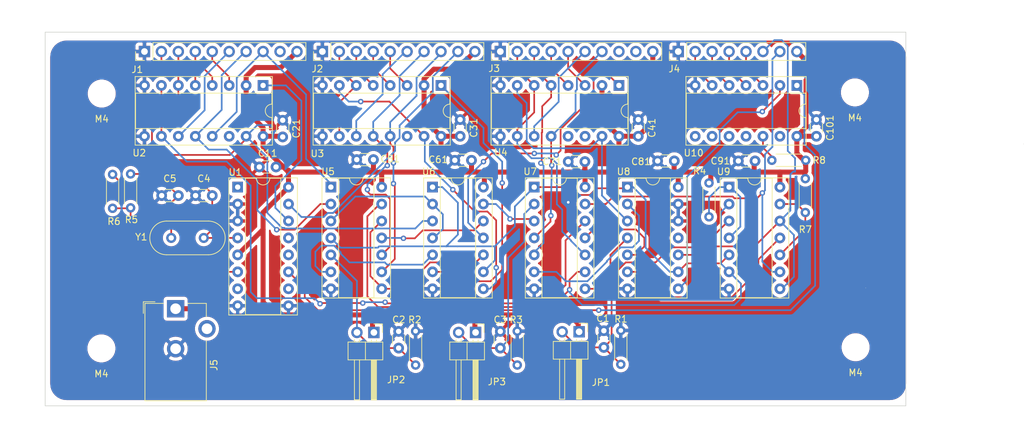
<source format=kicad_pcb>
(kicad_pcb (version 20171130) (host pcbnew "(5.1.7)-1")

  (general
    (thickness 1.6)
    (drawings 6)
    (tracks 629)
    (zones 0)
    (modules 46)
    (nets 76)
  )

  (page A4)
  (layers
    (0 F.Cu signal)
    (31 B.Cu signal)
    (32 B.Adhes user)
    (33 F.Adhes user)
    (34 B.Paste user)
    (35 F.Paste user)
    (36 B.SilkS user)
    (37 F.SilkS user)
    (38 B.Mask user)
    (39 F.Mask user)
    (40 Dwgs.User user)
    (41 Cmts.User user)
    (42 Eco1.User user)
    (43 Eco2.User user)
    (44 Edge.Cuts user)
    (45 Margin user)
    (46 B.CrtYd user)
    (47 F.CrtYd user)
    (48 B.Fab user)
    (49 F.Fab user)
  )

  (setup
    (last_trace_width 0.25)
    (trace_clearance 0.2)
    (zone_clearance 0.508)
    (zone_45_only no)
    (trace_min 0.2)
    (via_size 0.8)
    (via_drill 0.4)
    (via_min_size 0.4)
    (via_min_drill 0.3)
    (uvia_size 0.3)
    (uvia_drill 0.1)
    (uvias_allowed no)
    (uvia_min_size 0.2)
    (uvia_min_drill 0.1)
    (edge_width 0.05)
    (segment_width 0.2)
    (pcb_text_width 0.3)
    (pcb_text_size 1.5 1.5)
    (mod_edge_width 0.12)
    (mod_text_size 1 1)
    (mod_text_width 0.15)
    (pad_size 1.524 1.524)
    (pad_drill 0.762)
    (pad_to_mask_clearance 0.05)
    (aux_axis_origin 0 0)
    (visible_elements 7FFFFFFF)
    (pcbplotparams
      (layerselection 0x010fc_ffffffff)
      (usegerberextensions false)
      (usegerberattributes true)
      (usegerberadvancedattributes true)
      (creategerberjobfile true)
      (excludeedgelayer true)
      (linewidth 0.100000)
      (plotframeref false)
      (viasonmask false)
      (mode 1)
      (useauxorigin false)
      (hpglpennumber 1)
      (hpglpenspeed 20)
      (hpglpendiameter 15.000000)
      (psnegative false)
      (psa4output false)
      (plotreference true)
      (plotvalue true)
      (plotinvisibletext false)
      (padsonsilk false)
      (subtractmaskfromsilk false)
      (outputformat 1)
      (mirror false)
      (drillshape 1)
      (scaleselection 1)
      (outputdirectory ""))
  )

  (net 0 "")
  (net 1 "Net-(C1-Pad1)")
  (net 2 GND)
  (net 3 Set_Min)
  (net 4 Set_Hrs)
  (net 5 "Net-(C4-Pad1)")
  (net 6 "Net-(C5-Pad1)")
  (net 7 Sec_1_Q3)
  (net 8 Sec_1_Q2)
  (net 9 Sec_1_Q1)
  (net 10 Sec_1_Q0)
  (net 11 Sec_10_Q0)
  (net 12 Sec_10_Q1)
  (net 13 Sec_10_Q2)
  (net 14 "Net-(J1-Pad9)")
  (net 15 Min_10_Q2)
  (net 16 Min_10_Q1)
  (net 17 Min_10_Q0)
  (net 18 Min_1_Q3)
  (net 19 Min_1_Q2)
  (net 20 Min_1_Q1)
  (net 21 Min_1_Q0)
  (net 22 Hrs_1_Q0)
  (net 23 Hrs_1_Q1)
  (net 24 Hrs_1_Q2)
  (net 25 Hrs_1_Q3)
  (net 26 Hrs_10_Q0)
  (net 27 Hrs_10_Q1)
  (net 28 0.5Hz)
  (net 29 "Net-(J3-Pad9)")
  (net 30 ACPR_Q0)
  (net 31 ACPR_Q1)
  (net 32 ACPR_Q2)
  (net 33 ACPR_Q3)
  (net 34 En_ACPR_Bus)
  (net 35 En_Time_Bus)
  (net 36 VCC)
  (net 37 "Net-(R4-Pad2)")
  (net 38 "Net-(R5-Pad2)")
  (net 39 "Net-(R7-Pad2)")
  (net 40 "Net-(R8-Pad1)")
  (net 41 "Net-(U1-Pad1)")
  (net 42 /Clk_1Hz)
  (net 43 "Net-(U1-Pad13)")
  (net 44 "Net-(U1-Pad12)")
  (net 45 Clk_8Hz)
  (net 46 "Net-(U1-Pad7)")
  (net 47 "Net-(U1-Pad10)")
  (net 48 /Sec_Res)
  (net 49 "Net-(U2-Pad14)")
  (net 50 /Trig_min)
  (net 51 /Min_Res)
  (net 52 "Net-(U3-Pad14)")
  (net 53 /Hrs_Res)
  (net 54 "Net-(U4-Pad13)")
  (net 55 "Net-(U4-Pad14)")
  (net 56 /Trig_Hrs)
  (net 57 ~Set_Time)
  (net 58 "Net-(U5-Pad3)")
  (net 59 "Net-(U5-Pad12)")
  (net 60 Set_Time)
  (net 61 "Net-(U5-Pad11)")
  (net 62 "Net-(U5-Pad6)")
  (net 63 /ACPR_start)
  (net 64 /ACPR_stop)
  (net 65 "Net-(U8-Pad6)")
  (net 66 "Net-(U10-Pad2)")
  (net 67 "Net-(U10-Pad13)")
  (net 68 "Net-(U10-Pad11)")
  (net 69 "Net-(U10-Pad10)")
  (net 70 "Net-(U10-Pad9)")
  (net 71 "Net-(U10-Pad8)")
  (net 72 "Net-(U6-Pad13)")
  (net 73 "Net-(U7-Pad6)")
  (net 74 "Net-(U8-Pad11)")
  (net 75 "Net-(J3-Pad8)")

  (net_class Default "This is the default net class."
    (clearance 0.2)
    (trace_width 0.25)
    (via_dia 0.8)
    (via_drill 0.4)
    (uvia_dia 0.3)
    (uvia_drill 0.1)
    (add_net /ACPR_start)
    (add_net /ACPR_stop)
    (add_net /Clk_1Hz)
    (add_net /Hrs_Res)
    (add_net /Min_Res)
    (add_net /Sec_Res)
    (add_net /Trig_Hrs)
    (add_net /Trig_min)
    (add_net 0.5Hz)
    (add_net ACPR_Q0)
    (add_net ACPR_Q1)
    (add_net ACPR_Q2)
    (add_net ACPR_Q3)
    (add_net Clk_8Hz)
    (add_net En_ACPR_Bus)
    (add_net En_Time_Bus)
    (add_net GND)
    (add_net Hrs_10_Q0)
    (add_net Hrs_10_Q1)
    (add_net Hrs_1_Q0)
    (add_net Hrs_1_Q1)
    (add_net Hrs_1_Q2)
    (add_net Hrs_1_Q3)
    (add_net Min_10_Q0)
    (add_net Min_10_Q1)
    (add_net Min_10_Q2)
    (add_net Min_1_Q0)
    (add_net Min_1_Q1)
    (add_net Min_1_Q2)
    (add_net Min_1_Q3)
    (add_net "Net-(C1-Pad1)")
    (add_net "Net-(C4-Pad1)")
    (add_net "Net-(C5-Pad1)")
    (add_net "Net-(J1-Pad9)")
    (add_net "Net-(J3-Pad8)")
    (add_net "Net-(J3-Pad9)")
    (add_net "Net-(R4-Pad2)")
    (add_net "Net-(R5-Pad2)")
    (add_net "Net-(R7-Pad2)")
    (add_net "Net-(R8-Pad1)")
    (add_net "Net-(U1-Pad1)")
    (add_net "Net-(U1-Pad10)")
    (add_net "Net-(U1-Pad12)")
    (add_net "Net-(U1-Pad13)")
    (add_net "Net-(U1-Pad7)")
    (add_net "Net-(U10-Pad10)")
    (add_net "Net-(U10-Pad11)")
    (add_net "Net-(U10-Pad13)")
    (add_net "Net-(U10-Pad2)")
    (add_net "Net-(U10-Pad8)")
    (add_net "Net-(U10-Pad9)")
    (add_net "Net-(U2-Pad14)")
    (add_net "Net-(U3-Pad14)")
    (add_net "Net-(U4-Pad13)")
    (add_net "Net-(U4-Pad14)")
    (add_net "Net-(U5-Pad11)")
    (add_net "Net-(U5-Pad12)")
    (add_net "Net-(U5-Pad3)")
    (add_net "Net-(U5-Pad6)")
    (add_net "Net-(U6-Pad13)")
    (add_net "Net-(U7-Pad6)")
    (add_net "Net-(U8-Pad11)")
    (add_net "Net-(U8-Pad6)")
    (add_net Sec_10_Q0)
    (add_net Sec_10_Q1)
    (add_net Sec_10_Q2)
    (add_net Sec_1_Q0)
    (add_net Sec_1_Q1)
    (add_net Sec_1_Q2)
    (add_net Sec_1_Q3)
    (add_net Set_Hrs)
    (add_net Set_Min)
    (add_net Set_Time)
    (add_net VCC)
    (add_net ~Set_Time)
  )

  (module MountingHole:MountingHole_3.2mm_M3 (layer F.Cu) (tedit 56D1B4CB) (tstamp 5F774CDE)
    (at 63.425 87.4)
    (descr "Mounting Hole 3.2mm, no annular, M3")
    (tags "mounting hole 3.2mm no annular m3")
    (attr virtual)
    (fp_text reference M4 (at 0 3.81) (layer F.SilkS)
      (effects (font (size 1 1) (thickness 0.15)))
    )
    (fp_text value M3 (at 0.17 -4.63) (layer F.Fab)
      (effects (font (size 1 1) (thickness 0.15)))
    )
    (fp_circle (center 0 0) (end 3.2 0) (layer Cmts.User) (width 0.15))
    (fp_circle (center 0 0) (end 3.45 0) (layer F.CrtYd) (width 0.05))
    (fp_text user %R (at 0.3 0) (layer F.Fab)
      (effects (font (size 1 1) (thickness 0.15)))
    )
    (pad 1 np_thru_hole circle (at 0 0) (size 3.2 3.2) (drill 3.2) (layers *.Cu *.Mask))
  )

  (module MountingHole:MountingHole_3.2mm_M3 (layer F.Cu) (tedit 56D1B4CB) (tstamp 5F774CCD)
    (at 176.475 87.225)
    (descr "Mounting Hole 3.2mm, no annular, M3")
    (tags "mounting hole 3.2mm no annular m3")
    (attr virtual)
    (fp_text reference M4 (at 0 3.81) (layer F.SilkS)
      (effects (font (size 1 1) (thickness 0.15)))
    )
    (fp_text value M3 (at 0.17 -4.63) (layer F.Fab)
      (effects (font (size 1 1) (thickness 0.15)))
    )
    (fp_circle (center 0 0) (end 3.45 0) (layer F.CrtYd) (width 0.05))
    (fp_circle (center 0 0) (end 3.2 0) (layer Cmts.User) (width 0.15))
    (fp_text user %R (at 0.3 0) (layer F.Fab)
      (effects (font (size 1 1) (thickness 0.15)))
    )
    (pad 1 np_thru_hole circle (at 0 0) (size 3.2 3.2) (drill 3.2) (layers *.Cu *.Mask))
  )

  (module MountingHole:MountingHole_3.2mm_M3 (layer F.Cu) (tedit 56D1B4CB) (tstamp 5F772DFE)
    (at 63.475 49.2)
    (descr "Mounting Hole 3.2mm, no annular, M3")
    (tags "mounting hole 3.2mm no annular m3")
    (attr virtual)
    (fp_text reference M4 (at 0 3.81) (layer F.SilkS)
      (effects (font (size 1 1) (thickness 0.15)))
    )
    (fp_text value M3 (at 0.17 -4.63) (layer F.Fab)
      (effects (font (size 1 1) (thickness 0.15)))
    )
    (fp_circle (center 0 0) (end 3.45 0) (layer F.CrtYd) (width 0.05))
    (fp_circle (center 0 0) (end 3.2 0) (layer Cmts.User) (width 0.15))
    (fp_text user %R (at 0.3 0) (layer F.Fab)
      (effects (font (size 1 1) (thickness 0.15)))
    )
    (pad 1 np_thru_hole circle (at 0 0) (size 3.2 3.2) (drill 3.2) (layers *.Cu *.Mask))
  )

  (module MountingHole:MountingHole_3.2mm_M3 (layer F.Cu) (tedit 56D1B4CB) (tstamp 5F772DE2)
    (at 176.375 49.025)
    (descr "Mounting Hole 3.2mm, no annular, M3")
    (tags "mounting hole 3.2mm no annular m3")
    (attr virtual)
    (fp_text reference M4 (at 0 3.81) (layer F.SilkS)
      (effects (font (size 1 1) (thickness 0.15)))
    )
    (fp_text value M3 (at 0.17 -4.63) (layer F.Fab)
      (effects (font (size 1 1) (thickness 0.15)))
    )
    (fp_circle (center 0 0) (end 3.45 0) (layer F.CrtYd) (width 0.05))
    (fp_circle (center 0 0) (end 3.2 0) (layer Cmts.User) (width 0.15))
    (fp_text user %R (at 0.3 0) (layer F.Fab)
      (effects (font (size 1 1) (thickness 0.15)))
    )
    (pad 1 np_thru_hole circle (at 0 0) (size 3.2 3.2) (drill 3.2) (layers *.Cu *.Mask))
  )

  (module Package_DIP:DIP-14_W7.62mm_Socket (layer F.Cu) (tedit 5A02E8C5) (tstamp 5F711FDE)
    (at 128.3 63.22)
    (descr "14-lead though-hole mounted DIP package, row spacing 7.62 mm (300 mils), Socket")
    (tags "THT DIP DIL PDIP 2.54mm 7.62mm 300mil Socket")
    (path /5F6F7544)
    (fp_text reference U7 (at -0.6 -2.33) (layer F.SilkS)
      (effects (font (size 1 1) (thickness 0.15)))
    )
    (fp_text value 74LS08 (at 3.81 17.57) (layer F.Fab)
      (effects (font (size 1 1) (thickness 0.15)))
    )
    (fp_line (start 9.15 -1.6) (end -1.55 -1.6) (layer F.CrtYd) (width 0.05))
    (fp_line (start 9.15 16.85) (end 9.15 -1.6) (layer F.CrtYd) (width 0.05))
    (fp_line (start -1.55 16.85) (end 9.15 16.85) (layer F.CrtYd) (width 0.05))
    (fp_line (start -1.55 -1.6) (end -1.55 16.85) (layer F.CrtYd) (width 0.05))
    (fp_line (start 8.95 -1.39) (end -1.33 -1.39) (layer F.SilkS) (width 0.12))
    (fp_line (start 8.95 16.63) (end 8.95 -1.39) (layer F.SilkS) (width 0.12))
    (fp_line (start -1.33 16.63) (end 8.95 16.63) (layer F.SilkS) (width 0.12))
    (fp_line (start -1.33 -1.39) (end -1.33 16.63) (layer F.SilkS) (width 0.12))
    (fp_line (start 6.46 -1.33) (end 4.81 -1.33) (layer F.SilkS) (width 0.12))
    (fp_line (start 6.46 16.57) (end 6.46 -1.33) (layer F.SilkS) (width 0.12))
    (fp_line (start 1.16 16.57) (end 6.46 16.57) (layer F.SilkS) (width 0.12))
    (fp_line (start 1.16 -1.33) (end 1.16 16.57) (layer F.SilkS) (width 0.12))
    (fp_line (start 2.81 -1.33) (end 1.16 -1.33) (layer F.SilkS) (width 0.12))
    (fp_line (start 8.89 -1.33) (end -1.27 -1.33) (layer F.Fab) (width 0.1))
    (fp_line (start 8.89 16.57) (end 8.89 -1.33) (layer F.Fab) (width 0.1))
    (fp_line (start -1.27 16.57) (end 8.89 16.57) (layer F.Fab) (width 0.1))
    (fp_line (start -1.27 -1.33) (end -1.27 16.57) (layer F.Fab) (width 0.1))
    (fp_line (start 0.635 -0.27) (end 1.635 -1.27) (layer F.Fab) (width 0.1))
    (fp_line (start 0.635 16.51) (end 0.635 -0.27) (layer F.Fab) (width 0.1))
    (fp_line (start 6.985 16.51) (end 0.635 16.51) (layer F.Fab) (width 0.1))
    (fp_line (start 6.985 -1.27) (end 6.985 16.51) (layer F.Fab) (width 0.1))
    (fp_line (start 1.635 -1.27) (end 6.985 -1.27) (layer F.Fab) (width 0.1))
    (fp_text user %R (at 3.81 7.62) (layer F.Fab)
      (effects (font (size 1 1) (thickness 0.15)))
    )
    (fp_arc (start 3.81 -1.33) (end 2.81 -1.33) (angle -180) (layer F.SilkS) (width 0.12))
    (pad 14 thru_hole oval (at 7.62 0) (size 1.6 1.6) (drill 0.8) (layers *.Cu *.Mask)
      (net 36 VCC))
    (pad 7 thru_hole oval (at 0 15.24) (size 1.6 1.6) (drill 0.8) (layers *.Cu *.Mask)
      (net 2 GND))
    (pad 13 thru_hole oval (at 7.62 2.54) (size 1.6 1.6) (drill 0.8) (layers *.Cu *.Mask)
      (net 35 En_Time_Bus))
    (pad 6 thru_hole oval (at 0 12.7) (size 1.6 1.6) (drill 0.8) (layers *.Cu *.Mask)
      (net 73 "Net-(U7-Pad6)"))
    (pad 12 thru_hole oval (at 7.62 5.08) (size 1.6 1.6) (drill 0.8) (layers *.Cu *.Mask)
      (net 7 Sec_1_Q3))
    (pad 5 thru_hole oval (at 0 10.16) (size 1.6 1.6) (drill 0.8) (layers *.Cu *.Mask)
      (net 24 Hrs_1_Q2))
    (pad 11 thru_hole oval (at 7.62 7.62) (size 1.6 1.6) (drill 0.8) (layers *.Cu *.Mask)
      (net 64 /ACPR_stop))
    (pad 4 thru_hole oval (at 0 7.62) (size 1.6 1.6) (drill 0.8) (layers *.Cu *.Mask)
      (net 27 Hrs_10_Q1))
    (pad 10 thru_hole oval (at 7.62 10.16) (size 1.6 1.6) (drill 0.8) (layers *.Cu *.Mask)
      (net 25 Hrs_1_Q3))
    (pad 3 thru_hole oval (at 0 5.08) (size 1.6 1.6) (drill 0.8) (layers *.Cu *.Mask)
      (net 72 "Net-(U6-Pad13)"))
    (pad 9 thru_hole oval (at 7.62 12.7) (size 1.6 1.6) (drill 0.8) (layers *.Cu *.Mask)
      (net 57 ~Set_Time))
    (pad 2 thru_hole oval (at 0 2.54) (size 1.6 1.6) (drill 0.8) (layers *.Cu *.Mask)
      (net 4 Set_Hrs))
    (pad 8 thru_hole oval (at 7.62 15.24) (size 1.6 1.6) (drill 0.8) (layers *.Cu *.Mask)
      (net 63 /ACPR_start))
    (pad 1 thru_hole rect (at 0 0) (size 1.6 1.6) (drill 0.8) (layers *.Cu *.Mask)
      (net 60 Set_Time))
    (model ${KISYS3DMOD}/Package_DIP.3dshapes/DIP-14_W7.62mm_Socket.wrl
      (at (xyz 0 0 0))
      (scale (xyz 1 1 1))
      (rotate (xyz 0 0 0))
    )
  )

  (module Package_DIP:DIP-14_W7.62mm_Socket (layer F.Cu) (tedit 5A02E8C5) (tstamp 5F712059)
    (at 167.67 47.98 270)
    (descr "14-lead though-hole mounted DIP package, row spacing 7.62 mm (300 mils), Socket")
    (tags "THT DIP DIL PDIP 2.54mm 7.62mm 300mil Socket")
    (path /5F9C0A89)
    (fp_text reference U10 (at 10.12 15.47 180) (layer F.SilkS)
      (effects (font (size 1 1) (thickness 0.15)))
    )
    (fp_text value 74LS393 (at 2.54 12.7 180) (layer F.Fab)
      (effects (font (size 1 1) (thickness 0.15)))
    )
    (fp_line (start 9.15 -1.6) (end -1.55 -1.6) (layer F.CrtYd) (width 0.05))
    (fp_line (start 9.15 16.85) (end 9.15 -1.6) (layer F.CrtYd) (width 0.05))
    (fp_line (start -1.55 16.85) (end 9.15 16.85) (layer F.CrtYd) (width 0.05))
    (fp_line (start -1.55 -1.6) (end -1.55 16.85) (layer F.CrtYd) (width 0.05))
    (fp_line (start 8.95 -1.39) (end -1.33 -1.39) (layer F.SilkS) (width 0.12))
    (fp_line (start 8.95 16.63) (end 8.95 -1.39) (layer F.SilkS) (width 0.12))
    (fp_line (start -1.33 16.63) (end 8.95 16.63) (layer F.SilkS) (width 0.12))
    (fp_line (start -1.33 -1.39) (end -1.33 16.63) (layer F.SilkS) (width 0.12))
    (fp_line (start 6.46 -1.33) (end 4.81 -1.33) (layer F.SilkS) (width 0.12))
    (fp_line (start 6.46 16.57) (end 6.46 -1.33) (layer F.SilkS) (width 0.12))
    (fp_line (start 1.16 16.57) (end 6.46 16.57) (layer F.SilkS) (width 0.12))
    (fp_line (start 1.16 -1.33) (end 1.16 16.57) (layer F.SilkS) (width 0.12))
    (fp_line (start 2.81 -1.33) (end 1.16 -1.33) (layer F.SilkS) (width 0.12))
    (fp_line (start 8.89 -1.33) (end -1.27 -1.33) (layer F.Fab) (width 0.1))
    (fp_line (start 8.89 16.57) (end 8.89 -1.33) (layer F.Fab) (width 0.1))
    (fp_line (start -1.27 16.57) (end 8.89 16.57) (layer F.Fab) (width 0.1))
    (fp_line (start -1.27 -1.33) (end -1.27 16.57) (layer F.Fab) (width 0.1))
    (fp_line (start 0.635 -0.27) (end 1.635 -1.27) (layer F.Fab) (width 0.1))
    (fp_line (start 0.635 16.51) (end 0.635 -0.27) (layer F.Fab) (width 0.1))
    (fp_line (start 6.985 16.51) (end 0.635 16.51) (layer F.Fab) (width 0.1))
    (fp_line (start 6.985 -1.27) (end 6.985 16.51) (layer F.Fab) (width 0.1))
    (fp_line (start 1.635 -1.27) (end 6.985 -1.27) (layer F.Fab) (width 0.1))
    (fp_text user %R (at 3.81 7.62 90) (layer F.Fab)
      (effects (font (size 1 1) (thickness 0.15)))
    )
    (fp_arc (start 3.81 -1.33) (end 2.81 -1.33) (angle -180) (layer F.SilkS) (width 0.12))
    (pad 14 thru_hole oval (at 7.62 0 270) (size 1.6 1.6) (drill 0.8) (layers *.Cu *.Mask)
      (net 36 VCC))
    (pad 7 thru_hole oval (at 0 15.24 270) (size 1.6 1.6) (drill 0.8) (layers *.Cu *.Mask)
      (net 2 GND))
    (pad 13 thru_hole oval (at 7.62 2.54 270) (size 1.6 1.6) (drill 0.8) (layers *.Cu *.Mask)
      (net 67 "Net-(U10-Pad13)"))
    (pad 6 thru_hole oval (at 0 12.7 270) (size 1.6 1.6) (drill 0.8) (layers *.Cu *.Mask)
      (net 33 ACPR_Q3))
    (pad 12 thru_hole oval (at 7.62 5.08 270) (size 1.6 1.6) (drill 0.8) (layers *.Cu *.Mask)
      (net 40 "Net-(R8-Pad1)"))
    (pad 5 thru_hole oval (at 0 10.16 270) (size 1.6 1.6) (drill 0.8) (layers *.Cu *.Mask)
      (net 32 ACPR_Q2))
    (pad 11 thru_hole oval (at 7.62 7.62 270) (size 1.6 1.6) (drill 0.8) (layers *.Cu *.Mask)
      (net 68 "Net-(U10-Pad11)"))
    (pad 4 thru_hole oval (at 0 7.62 270) (size 1.6 1.6) (drill 0.8) (layers *.Cu *.Mask)
      (net 31 ACPR_Q1))
    (pad 10 thru_hole oval (at 7.62 10.16 270) (size 1.6 1.6) (drill 0.8) (layers *.Cu *.Mask)
      (net 69 "Net-(U10-Pad10)"))
    (pad 3 thru_hole oval (at 0 5.08 270) (size 1.6 1.6) (drill 0.8) (layers *.Cu *.Mask)
      (net 30 ACPR_Q0))
    (pad 9 thru_hole oval (at 7.62 12.7 270) (size 1.6 1.6) (drill 0.8) (layers *.Cu *.Mask)
      (net 70 "Net-(U10-Pad9)"))
    (pad 2 thru_hole oval (at 0 2.54 270) (size 1.6 1.6) (drill 0.8) (layers *.Cu *.Mask)
      (net 66 "Net-(U10-Pad2)"))
    (pad 8 thru_hole oval (at 7.62 15.24 270) (size 1.6 1.6) (drill 0.8) (layers *.Cu *.Mask)
      (net 71 "Net-(U10-Pad8)"))
    (pad 1 thru_hole rect (at 0 0 270) (size 1.6 1.6) (drill 0.8) (layers *.Cu *.Mask)
      (net 45 Clk_8Hz))
    (model ${KISYS3DMOD}/Package_DIP.3dshapes/DIP-14_W7.62mm_Socket.wrl
      (at (xyz 0 0 0))
      (scale (xyz 1 1 1))
      (rotate (xyz 0 0 0))
    )
  )

  (module Package_DIP:DIP-14_W7.62mm_Socket (layer F.Cu) (tedit 5A02E8C5) (tstamp 5F712030)
    (at 157.51 63.22)
    (descr "14-lead though-hole mounted DIP package, row spacing 7.62 mm (300 mils), Socket")
    (tags "THT DIP DIL PDIP 2.54mm 7.62mm 300mil Socket")
    (path /5F92871A)
    (fp_text reference U9 (at -0.81 -2.32) (layer F.SilkS)
      (effects (font (size 1 1) (thickness 0.15)))
    )
    (fp_text value 74LS74 (at 3.81 17.57) (layer F.Fab)
      (effects (font (size 1 1) (thickness 0.15)))
    )
    (fp_line (start 1.635 -1.27) (end 6.985 -1.27) (layer F.Fab) (width 0.1))
    (fp_line (start 6.985 -1.27) (end 6.985 16.51) (layer F.Fab) (width 0.1))
    (fp_line (start 6.985 16.51) (end 0.635 16.51) (layer F.Fab) (width 0.1))
    (fp_line (start 0.635 16.51) (end 0.635 -0.27) (layer F.Fab) (width 0.1))
    (fp_line (start 0.635 -0.27) (end 1.635 -1.27) (layer F.Fab) (width 0.1))
    (fp_line (start -1.27 -1.33) (end -1.27 16.57) (layer F.Fab) (width 0.1))
    (fp_line (start -1.27 16.57) (end 8.89 16.57) (layer F.Fab) (width 0.1))
    (fp_line (start 8.89 16.57) (end 8.89 -1.33) (layer F.Fab) (width 0.1))
    (fp_line (start 8.89 -1.33) (end -1.27 -1.33) (layer F.Fab) (width 0.1))
    (fp_line (start 2.81 -1.33) (end 1.16 -1.33) (layer F.SilkS) (width 0.12))
    (fp_line (start 1.16 -1.33) (end 1.16 16.57) (layer F.SilkS) (width 0.12))
    (fp_line (start 1.16 16.57) (end 6.46 16.57) (layer F.SilkS) (width 0.12))
    (fp_line (start 6.46 16.57) (end 6.46 -1.33) (layer F.SilkS) (width 0.12))
    (fp_line (start 6.46 -1.33) (end 4.81 -1.33) (layer F.SilkS) (width 0.12))
    (fp_line (start -1.33 -1.39) (end -1.33 16.63) (layer F.SilkS) (width 0.12))
    (fp_line (start -1.33 16.63) (end 8.95 16.63) (layer F.SilkS) (width 0.12))
    (fp_line (start 8.95 16.63) (end 8.95 -1.39) (layer F.SilkS) (width 0.12))
    (fp_line (start 8.95 -1.39) (end -1.33 -1.39) (layer F.SilkS) (width 0.12))
    (fp_line (start -1.55 -1.6) (end -1.55 16.85) (layer F.CrtYd) (width 0.05))
    (fp_line (start -1.55 16.85) (end 9.15 16.85) (layer F.CrtYd) (width 0.05))
    (fp_line (start 9.15 16.85) (end 9.15 -1.6) (layer F.CrtYd) (width 0.05))
    (fp_line (start 9.15 -1.6) (end -1.55 -1.6) (layer F.CrtYd) (width 0.05))
    (fp_arc (start 3.81 -1.33) (end 2.81 -1.33) (angle -180) (layer F.SilkS) (width 0.12))
    (fp_text user %R (at 3.81 7.62) (layer F.Fab)
      (effects (font (size 1 1) (thickness 0.15)))
    )
    (pad 1 thru_hole rect (at 0 0) (size 1.6 1.6) (drill 0.8) (layers *.Cu *.Mask)
      (net 37 "Net-(R4-Pad2)"))
    (pad 8 thru_hole oval (at 7.62 15.24) (size 1.6 1.6) (drill 0.8) (layers *.Cu *.Mask)
      (net 34 En_ACPR_Bus))
    (pad 2 thru_hole oval (at 0 2.54) (size 1.6 1.6) (drill 0.8) (layers *.Cu *.Mask)
      (net 57 ~Set_Time))
    (pad 9 thru_hole oval (at 7.62 12.7) (size 1.6 1.6) (drill 0.8) (layers *.Cu *.Mask)
      (net 35 En_Time_Bus))
    (pad 3 thru_hole oval (at 0 5.08) (size 1.6 1.6) (drill 0.8) (layers *.Cu *.Mask)
      (net 1 "Net-(C1-Pad1)"))
    (pad 10 thru_hole oval (at 7.62 10.16) (size 1.6 1.6) (drill 0.8) (layers *.Cu *.Mask)
      (net 39 "Net-(R7-Pad2)"))
    (pad 4 thru_hole oval (at 0 7.62) (size 1.6 1.6) (drill 0.8) (layers *.Cu *.Mask)
      (net 37 "Net-(R4-Pad2)"))
    (pad 11 thru_hole oval (at 7.62 7.62) (size 1.6 1.6) (drill 0.8) (layers *.Cu *.Mask)
      (net 65 "Net-(U8-Pad6)"))
    (pad 5 thru_hole oval (at 0 10.16) (size 1.6 1.6) (drill 0.8) (layers *.Cu *.Mask)
      (net 60 Set_Time))
    (pad 12 thru_hole oval (at 7.62 5.08) (size 1.6 1.6) (drill 0.8) (layers *.Cu *.Mask)
      (net 34 En_ACPR_Bus))
    (pad 6 thru_hole oval (at 0 12.7) (size 1.6 1.6) (drill 0.8) (layers *.Cu *.Mask)
      (net 57 ~Set_Time))
    (pad 13 thru_hole oval (at 7.62 2.54) (size 1.6 1.6) (drill 0.8) (layers *.Cu *.Mask)
      (net 39 "Net-(R7-Pad2)"))
    (pad 7 thru_hole oval (at 0 15.24) (size 1.6 1.6) (drill 0.8) (layers *.Cu *.Mask)
      (net 2 GND))
    (pad 14 thru_hole oval (at 7.62 0) (size 1.6 1.6) (drill 0.8) (layers *.Cu *.Mask)
      (net 36 VCC))
    (model ${KISYS3DMOD}/Package_DIP.3dshapes/DIP-14_W7.62mm_Socket.wrl
      (at (xyz 0 0 0))
      (scale (xyz 1 1 1))
      (rotate (xyz 0 0 0))
    )
  )

  (module Connector_PinHeader_2.54mm:PinHeader_1x10_P2.54mm_Vertical (layer F.Cu) (tedit 59FED5CC) (tstamp 5F70DE71)
    (at 69.88 42.9 90)
    (descr "Through hole straight pin header, 1x10, 2.54mm pitch, single row")
    (tags "Through hole pin header THT 1x10 2.54mm single row")
    (path /5FAC6BA8)
    (fp_text reference J1 (at -2.7 -1.08 180) (layer F.SilkS)
      (effects (font (size 1 1) (thickness 0.15)))
    )
    (fp_text value Conn_01x10_Male (at -2.54 15.24 180) (layer F.Fab)
      (effects (font (size 1 1) (thickness 0.15)))
    )
    (fp_line (start 1.8 -1.8) (end -1.8 -1.8) (layer F.CrtYd) (width 0.05))
    (fp_line (start 1.8 24.65) (end 1.8 -1.8) (layer F.CrtYd) (width 0.05))
    (fp_line (start -1.8 24.65) (end 1.8 24.65) (layer F.CrtYd) (width 0.05))
    (fp_line (start -1.8 -1.8) (end -1.8 24.65) (layer F.CrtYd) (width 0.05))
    (fp_line (start -1.33 -1.33) (end 0 -1.33) (layer F.SilkS) (width 0.12))
    (fp_line (start -1.33 0) (end -1.33 -1.33) (layer F.SilkS) (width 0.12))
    (fp_line (start -1.33 1.27) (end 1.33 1.27) (layer F.SilkS) (width 0.12))
    (fp_line (start 1.33 1.27) (end 1.33 24.19) (layer F.SilkS) (width 0.12))
    (fp_line (start -1.33 1.27) (end -1.33 24.19) (layer F.SilkS) (width 0.12))
    (fp_line (start -1.33 24.19) (end 1.33 24.19) (layer F.SilkS) (width 0.12))
    (fp_line (start -1.27 -0.635) (end -0.635 -1.27) (layer F.Fab) (width 0.1))
    (fp_line (start -1.27 24.13) (end -1.27 -0.635) (layer F.Fab) (width 0.1))
    (fp_line (start 1.27 24.13) (end -1.27 24.13) (layer F.Fab) (width 0.1))
    (fp_line (start 1.27 -1.27) (end 1.27 24.13) (layer F.Fab) (width 0.1))
    (fp_line (start -0.635 -1.27) (end 1.27 -1.27) (layer F.Fab) (width 0.1))
    (fp_text user %R (at 0 11.43) (layer F.Fab)
      (effects (font (size 1 1) (thickness 0.15)))
    )
    (pad 1 thru_hole rect (at 0 0 90) (size 1.7 1.7) (drill 1) (layers *.Cu *.Mask)
      (net 2 GND))
    (pad 2 thru_hole oval (at 0 2.54 90) (size 1.7 1.7) (drill 1) (layers *.Cu *.Mask)
      (net 7 Sec_1_Q3))
    (pad 3 thru_hole oval (at 0 5.08 90) (size 1.7 1.7) (drill 1) (layers *.Cu *.Mask)
      (net 8 Sec_1_Q2))
    (pad 4 thru_hole oval (at 0 7.62 90) (size 1.7 1.7) (drill 1) (layers *.Cu *.Mask)
      (net 9 Sec_1_Q1))
    (pad 5 thru_hole oval (at 0 10.16 90) (size 1.7 1.7) (drill 1) (layers *.Cu *.Mask)
      (net 10 Sec_1_Q0))
    (pad 6 thru_hole oval (at 0 12.7 90) (size 1.7 1.7) (drill 1) (layers *.Cu *.Mask)
      (net 11 Sec_10_Q0))
    (pad 7 thru_hole oval (at 0 15.24 90) (size 1.7 1.7) (drill 1) (layers *.Cu *.Mask)
      (net 12 Sec_10_Q1))
    (pad 8 thru_hole oval (at 0 17.78 90) (size 1.7 1.7) (drill 1) (layers *.Cu *.Mask)
      (net 13 Sec_10_Q2))
    (pad 9 thru_hole oval (at 0 20.32 90) (size 1.7 1.7) (drill 1) (layers *.Cu *.Mask)
      (net 14 "Net-(J1-Pad9)"))
    (pad 10 thru_hole oval (at 0 22.86 90) (size 1.7 1.7) (drill 1) (layers *.Cu *.Mask)
      (net 36 VCC))
    (model ${KISYS3DMOD}/Connector_PinHeader_2.54mm.3dshapes/PinHeader_1x10_P2.54mm_Vertical.wrl
      (at (xyz 0 0 0))
      (scale (xyz 1 1 1))
      (rotate (xyz 0 0 0))
    )
  )

  (module Connector_PinHeader_2.54mm:PinHeader_1x10_P2.54mm_Vertical (layer F.Cu) (tedit 59FED5CC) (tstamp 5F70DE8F)
    (at 96.55 42.9 90)
    (descr "Through hole straight pin header, 1x10, 2.54mm pitch, single row")
    (tags "Through hole pin header THT 1x10 2.54mm single row")
    (path /5FAC9A4D)
    (fp_text reference J2 (at -2.6 -0.75 180) (layer F.SilkS)
      (effects (font (size 1 1) (thickness 0.15)))
    )
    (fp_text value Conn_01x10_Male (at -2.54 7.62 180) (layer F.Fab)
      (effects (font (size 1 1) (thickness 0.15)))
    )
    (fp_line (start -0.635 -1.27) (end 1.27 -1.27) (layer F.Fab) (width 0.1))
    (fp_line (start 1.27 -1.27) (end 1.27 24.13) (layer F.Fab) (width 0.1))
    (fp_line (start 1.27 24.13) (end -1.27 24.13) (layer F.Fab) (width 0.1))
    (fp_line (start -1.27 24.13) (end -1.27 -0.635) (layer F.Fab) (width 0.1))
    (fp_line (start -1.27 -0.635) (end -0.635 -1.27) (layer F.Fab) (width 0.1))
    (fp_line (start -1.33 24.19) (end 1.33 24.19) (layer F.SilkS) (width 0.12))
    (fp_line (start -1.33 1.27) (end -1.33 24.19) (layer F.SilkS) (width 0.12))
    (fp_line (start 1.33 1.27) (end 1.33 24.19) (layer F.SilkS) (width 0.12))
    (fp_line (start -1.33 1.27) (end 1.33 1.27) (layer F.SilkS) (width 0.12))
    (fp_line (start -1.33 0) (end -1.33 -1.33) (layer F.SilkS) (width 0.12))
    (fp_line (start -1.33 -1.33) (end 0 -1.33) (layer F.SilkS) (width 0.12))
    (fp_line (start -1.8 -1.8) (end -1.8 24.65) (layer F.CrtYd) (width 0.05))
    (fp_line (start -1.8 24.65) (end 1.8 24.65) (layer F.CrtYd) (width 0.05))
    (fp_line (start 1.8 24.65) (end 1.8 -1.8) (layer F.CrtYd) (width 0.05))
    (fp_line (start 1.8 -1.8) (end -1.8 -1.8) (layer F.CrtYd) (width 0.05))
    (fp_text user %R (at 0 11.43) (layer F.Fab)
      (effects (font (size 1 1) (thickness 0.15)))
    )
    (pad 10 thru_hole oval (at 0 22.86 90) (size 1.7 1.7) (drill 1) (layers *.Cu *.Mask)
      (net 36 VCC))
    (pad 9 thru_hole oval (at 0 20.32 90) (size 1.7 1.7) (drill 1) (layers *.Cu *.Mask)
      (net 28 0.5Hz))
    (pad 8 thru_hole oval (at 0 17.78 90) (size 1.7 1.7) (drill 1) (layers *.Cu *.Mask)
      (net 15 Min_10_Q2))
    (pad 7 thru_hole oval (at 0 15.24 90) (size 1.7 1.7) (drill 1) (layers *.Cu *.Mask)
      (net 16 Min_10_Q1))
    (pad 6 thru_hole oval (at 0 12.7 90) (size 1.7 1.7) (drill 1) (layers *.Cu *.Mask)
      (net 17 Min_10_Q0))
    (pad 5 thru_hole oval (at 0 10.16 90) (size 1.7 1.7) (drill 1) (layers *.Cu *.Mask)
      (net 21 Min_1_Q0))
    (pad 4 thru_hole oval (at 0 7.62 90) (size 1.7 1.7) (drill 1) (layers *.Cu *.Mask)
      (net 20 Min_1_Q1))
    (pad 3 thru_hole oval (at 0 5.08 90) (size 1.7 1.7) (drill 1) (layers *.Cu *.Mask)
      (net 19 Min_1_Q2))
    (pad 2 thru_hole oval (at 0 2.54 90) (size 1.7 1.7) (drill 1) (layers *.Cu *.Mask)
      (net 18 Min_1_Q3))
    (pad 1 thru_hole rect (at 0 0 90) (size 1.7 1.7) (drill 1) (layers *.Cu *.Mask)
      (net 2 GND))
    (model ${KISYS3DMOD}/Connector_PinHeader_2.54mm.3dshapes/PinHeader_1x10_P2.54mm_Vertical.wrl
      (at (xyz 0 0 0))
      (scale (xyz 1 1 1))
      (rotate (xyz 0 0 0))
    )
  )

  (module Connector_PinHeader_2.54mm:PinHeader_1x10_P2.54mm_Vertical (layer F.Cu) (tedit 59FED5CC) (tstamp 5F70DEAD)
    (at 123.22 42.9 90)
    (descr "Through hole straight pin header, 1x10, 2.54mm pitch, single row")
    (tags "Through hole pin header THT 1x10 2.54mm single row")
    (path /5FB2F369)
    (fp_text reference J3 (at -2.54 -0.92 180) (layer F.SilkS)
      (effects (font (size 1 1) (thickness 0.15)))
    )
    (fp_text value Conn_01x10_Male (at -2.54 8.89 180) (layer F.Fab)
      (effects (font (size 1 1) (thickness 0.15)))
    )
    (fp_line (start 1.8 -1.8) (end -1.8 -1.8) (layer F.CrtYd) (width 0.05))
    (fp_line (start 1.8 24.65) (end 1.8 -1.8) (layer F.CrtYd) (width 0.05))
    (fp_line (start -1.8 24.65) (end 1.8 24.65) (layer F.CrtYd) (width 0.05))
    (fp_line (start -1.8 -1.8) (end -1.8 24.65) (layer F.CrtYd) (width 0.05))
    (fp_line (start -1.33 -1.33) (end 0 -1.33) (layer F.SilkS) (width 0.12))
    (fp_line (start -1.33 0) (end -1.33 -1.33) (layer F.SilkS) (width 0.12))
    (fp_line (start -1.33 1.27) (end 1.33 1.27) (layer F.SilkS) (width 0.12))
    (fp_line (start 1.33 1.27) (end 1.33 24.19) (layer F.SilkS) (width 0.12))
    (fp_line (start -1.33 1.27) (end -1.33 24.19) (layer F.SilkS) (width 0.12))
    (fp_line (start -1.33 24.19) (end 1.33 24.19) (layer F.SilkS) (width 0.12))
    (fp_line (start -1.27 -0.635) (end -0.635 -1.27) (layer F.Fab) (width 0.1))
    (fp_line (start -1.27 24.13) (end -1.27 -0.635) (layer F.Fab) (width 0.1))
    (fp_line (start 1.27 24.13) (end -1.27 24.13) (layer F.Fab) (width 0.1))
    (fp_line (start 1.27 -1.27) (end 1.27 24.13) (layer F.Fab) (width 0.1))
    (fp_line (start -0.635 -1.27) (end 1.27 -1.27) (layer F.Fab) (width 0.1))
    (fp_text user %R (at 0 11.43) (layer F.Fab)
      (effects (font (size 1 1) (thickness 0.15)))
    )
    (pad 1 thru_hole rect (at 0 0 90) (size 1.7 1.7) (drill 1) (layers *.Cu *.Mask)
      (net 2 GND))
    (pad 2 thru_hole oval (at 0 2.54 90) (size 1.7 1.7) (drill 1) (layers *.Cu *.Mask)
      (net 25 Hrs_1_Q3))
    (pad 3 thru_hole oval (at 0 5.08 90) (size 1.7 1.7) (drill 1) (layers *.Cu *.Mask)
      (net 24 Hrs_1_Q2))
    (pad 4 thru_hole oval (at 0 7.62 90) (size 1.7 1.7) (drill 1) (layers *.Cu *.Mask)
      (net 23 Hrs_1_Q1))
    (pad 5 thru_hole oval (at 0 10.16 90) (size 1.7 1.7) (drill 1) (layers *.Cu *.Mask)
      (net 22 Hrs_1_Q0))
    (pad 6 thru_hole oval (at 0 12.7 90) (size 1.7 1.7) (drill 1) (layers *.Cu *.Mask)
      (net 26 Hrs_10_Q0))
    (pad 7 thru_hole oval (at 0 15.24 90) (size 1.7 1.7) (drill 1) (layers *.Cu *.Mask)
      (net 27 Hrs_10_Q1))
    (pad 8 thru_hole oval (at 0 17.78 90) (size 1.7 1.7) (drill 1) (layers *.Cu *.Mask)
      (net 75 "Net-(J3-Pad8)"))
    (pad 9 thru_hole oval (at 0 20.32 90) (size 1.7 1.7) (drill 1) (layers *.Cu *.Mask)
      (net 29 "Net-(J3-Pad9)"))
    (pad 10 thru_hole oval (at 0 22.86 90) (size 1.7 1.7) (drill 1) (layers *.Cu *.Mask)
      (net 36 VCC))
    (model ${KISYS3DMOD}/Connector_PinHeader_2.54mm.3dshapes/PinHeader_1x10_P2.54mm_Vertical.wrl
      (at (xyz 0 0 0))
      (scale (xyz 1 1 1))
      (rotate (xyz 0 0 0))
    )
  )

  (module Connector_PinHeader_2.54mm:PinHeader_1x08_P2.54mm_Vertical (layer F.Cu) (tedit 59FED5CC) (tstamp 5F70DEC9)
    (at 149.89 42.9 90)
    (descr "Through hole straight pin header, 1x08, 2.54mm pitch, single row")
    (tags "Through hole pin header THT 1x08 2.54mm single row")
    (path /5FB9163D)
    (fp_text reference J4 (at -2.6 -0.59 180) (layer F.SilkS)
      (effects (font (size 1 1) (thickness 0.15)))
    )
    (fp_text value Conn_01x08_Male (at -2.54 8.89 180) (layer F.Fab)
      (effects (font (size 1 1) (thickness 0.15)))
    )
    (fp_line (start 1.8 -1.8) (end -1.8 -1.8) (layer F.CrtYd) (width 0.05))
    (fp_line (start 1.8 19.55) (end 1.8 -1.8) (layer F.CrtYd) (width 0.05))
    (fp_line (start -1.8 19.55) (end 1.8 19.55) (layer F.CrtYd) (width 0.05))
    (fp_line (start -1.8 -1.8) (end -1.8 19.55) (layer F.CrtYd) (width 0.05))
    (fp_line (start -1.33 -1.33) (end 0 -1.33) (layer F.SilkS) (width 0.12))
    (fp_line (start -1.33 0) (end -1.33 -1.33) (layer F.SilkS) (width 0.12))
    (fp_line (start -1.33 1.27) (end 1.33 1.27) (layer F.SilkS) (width 0.12))
    (fp_line (start 1.33 1.27) (end 1.33 19.11) (layer F.SilkS) (width 0.12))
    (fp_line (start -1.33 1.27) (end -1.33 19.11) (layer F.SilkS) (width 0.12))
    (fp_line (start -1.33 19.11) (end 1.33 19.11) (layer F.SilkS) (width 0.12))
    (fp_line (start -1.27 -0.635) (end -0.635 -1.27) (layer F.Fab) (width 0.1))
    (fp_line (start -1.27 19.05) (end -1.27 -0.635) (layer F.Fab) (width 0.1))
    (fp_line (start 1.27 19.05) (end -1.27 19.05) (layer F.Fab) (width 0.1))
    (fp_line (start 1.27 -1.27) (end 1.27 19.05) (layer F.Fab) (width 0.1))
    (fp_line (start -0.635 -1.27) (end 1.27 -1.27) (layer F.Fab) (width 0.1))
    (fp_text user %R (at 0 8.89) (layer F.Fab)
      (effects (font (size 1 1) (thickness 0.15)))
    )
    (pad 1 thru_hole rect (at 0 0 90) (size 1.7 1.7) (drill 1) (layers *.Cu *.Mask)
      (net 2 GND))
    (pad 2 thru_hole oval (at 0 2.54 90) (size 1.7 1.7) (drill 1) (layers *.Cu *.Mask)
      (net 33 ACPR_Q3))
    (pad 3 thru_hole oval (at 0 5.08 90) (size 1.7 1.7) (drill 1) (layers *.Cu *.Mask)
      (net 32 ACPR_Q2))
    (pad 4 thru_hole oval (at 0 7.62 90) (size 1.7 1.7) (drill 1) (layers *.Cu *.Mask)
      (net 31 ACPR_Q1))
    (pad 5 thru_hole oval (at 0 10.16 90) (size 1.7 1.7) (drill 1) (layers *.Cu *.Mask)
      (net 30 ACPR_Q0))
    (pad 6 thru_hole oval (at 0 12.7 90) (size 1.7 1.7) (drill 1) (layers *.Cu *.Mask)
      (net 34 En_ACPR_Bus))
    (pad 7 thru_hole oval (at 0 15.24 90) (size 1.7 1.7) (drill 1) (layers *.Cu *.Mask)
      (net 35 En_Time_Bus))
    (pad 8 thru_hole oval (at 0 17.78 90) (size 1.7 1.7) (drill 1) (layers *.Cu *.Mask)
      (net 36 VCC))
    (model ${KISYS3DMOD}/Connector_PinHeader_2.54mm.3dshapes/PinHeader_1x08_P2.54mm_Vertical.wrl
      (at (xyz 0 0 0))
      (scale (xyz 1 1 1))
      (rotate (xyz 0 0 0))
    )
  )

  (module Resistor_THT:R_Axial_DIN0204_L3.6mm_D1.6mm_P5.08mm_Horizontal (layer F.Cu) (tedit 5AE5139B) (tstamp 5F70DF35)
    (at 110.52 89.89 90)
    (descr "Resistor, Axial_DIN0204 series, Axial, Horizontal, pin pitch=5.08mm, 0.167W, length*diameter=3.6*1.6mm^2, http://cdn-reichelt.de/documents/datenblatt/B400/1_4W%23YAG.pdf")
    (tags "Resistor Axial_DIN0204 series Axial Horizontal pin pitch 5.08mm 0.167W length 3.6mm diameter 1.6mm")
    (path /5F96495E)
    (fp_text reference R2 (at 6.79 -0.12 180) (layer F.SilkS)
      (effects (font (size 1 1) (thickness 0.15)))
    )
    (fp_text value 10k (at 2.54 1.92 90) (layer F.Fab)
      (effects (font (size 1 1) (thickness 0.15)))
    )
    (fp_line (start 6.03 -1.05) (end -0.95 -1.05) (layer F.CrtYd) (width 0.05))
    (fp_line (start 6.03 1.05) (end 6.03 -1.05) (layer F.CrtYd) (width 0.05))
    (fp_line (start -0.95 1.05) (end 6.03 1.05) (layer F.CrtYd) (width 0.05))
    (fp_line (start -0.95 -1.05) (end -0.95 1.05) (layer F.CrtYd) (width 0.05))
    (fp_line (start 0.62 0.92) (end 4.46 0.92) (layer F.SilkS) (width 0.12))
    (fp_line (start 0.62 -0.92) (end 4.46 -0.92) (layer F.SilkS) (width 0.12))
    (fp_line (start 5.08 0) (end 4.34 0) (layer F.Fab) (width 0.1))
    (fp_line (start 0 0) (end 0.74 0) (layer F.Fab) (width 0.1))
    (fp_line (start 4.34 -0.8) (end 0.74 -0.8) (layer F.Fab) (width 0.1))
    (fp_line (start 4.34 0.8) (end 4.34 -0.8) (layer F.Fab) (width 0.1))
    (fp_line (start 0.74 0.8) (end 4.34 0.8) (layer F.Fab) (width 0.1))
    (fp_line (start 0.74 -0.8) (end 0.74 0.8) (layer F.Fab) (width 0.1))
    (fp_text user %R (at 2.54 0 90) (layer F.Fab)
      (effects (font (size 0.72 0.72) (thickness 0.108)))
    )
    (pad 1 thru_hole circle (at 0 0 90) (size 1.4 1.4) (drill 0.7) (layers *.Cu *.Mask)
      (net 3 Set_Min))
    (pad 2 thru_hole oval (at 5.08 0 90) (size 1.4 1.4) (drill 0.7) (layers *.Cu *.Mask)
      (net 2 GND))
    (model ${KISYS3DMOD}/Resistor_THT.3dshapes/R_Axial_DIN0204_L3.6mm_D1.6mm_P5.08mm_Horizontal.wrl
      (at (xyz 0 0 0))
      (scale (xyz 1 1 1))
      (rotate (xyz 0 0 0))
    )
  )

  (module Crystal:Crystal_HC49-U_Vertical (layer F.Cu) (tedit 5A1AD3B8) (tstamp 5F70E1C0)
    (at 78.77 70.84 180)
    (descr "Crystal THT HC-49/U http://5hertz.com/pdfs/04404_D.pdf")
    (tags "THT crystalHC-49/U")
    (path /5F6CAA82)
    (fp_text reference Y1 (at 9.37 0.14) (layer F.SilkS)
      (effects (font (size 1 1) (thickness 0.15)))
    )
    (fp_text value 4.194304MHz (at 2.44 3.525) (layer F.Fab)
      (effects (font (size 1 1) (thickness 0.15)))
    )
    (fp_line (start 8.4 -2.8) (end -3.5 -2.8) (layer F.CrtYd) (width 0.05))
    (fp_line (start 8.4 2.8) (end 8.4 -2.8) (layer F.CrtYd) (width 0.05))
    (fp_line (start -3.5 2.8) (end 8.4 2.8) (layer F.CrtYd) (width 0.05))
    (fp_line (start -3.5 -2.8) (end -3.5 2.8) (layer F.CrtYd) (width 0.05))
    (fp_line (start -0.685 2.525) (end 5.565 2.525) (layer F.SilkS) (width 0.12))
    (fp_line (start -0.685 -2.525) (end 5.565 -2.525) (layer F.SilkS) (width 0.12))
    (fp_line (start -0.56 2) (end 5.44 2) (layer F.Fab) (width 0.1))
    (fp_line (start -0.56 -2) (end 5.44 -2) (layer F.Fab) (width 0.1))
    (fp_line (start -0.685 2.325) (end 5.565 2.325) (layer F.Fab) (width 0.1))
    (fp_line (start -0.685 -2.325) (end 5.565 -2.325) (layer F.Fab) (width 0.1))
    (fp_text user %R (at 2.44 0) (layer F.Fab)
      (effects (font (size 1 1) (thickness 0.15)))
    )
    (fp_arc (start -0.685 0) (end -0.685 -2.325) (angle -180) (layer F.Fab) (width 0.1))
    (fp_arc (start 5.565 0) (end 5.565 -2.325) (angle 180) (layer F.Fab) (width 0.1))
    (fp_arc (start -0.56 0) (end -0.56 -2) (angle -180) (layer F.Fab) (width 0.1))
    (fp_arc (start 5.44 0) (end 5.44 -2) (angle 180) (layer F.Fab) (width 0.1))
    (fp_arc (start -0.685 0) (end -0.685 -2.525) (angle -180) (layer F.SilkS) (width 0.12))
    (fp_arc (start 5.565 0) (end 5.565 -2.525) (angle 180) (layer F.SilkS) (width 0.12))
    (pad 1 thru_hole circle (at 0 0 180) (size 1.5 1.5) (drill 0.8) (layers *.Cu *.Mask)
      (net 5 "Net-(C4-Pad1)"))
    (pad 2 thru_hole circle (at 4.88 0 180) (size 1.5 1.5) (drill 0.8) (layers *.Cu *.Mask)
      (net 6 "Net-(C5-Pad1)"))
    (model ${KISYS3DMOD}/Crystal.3dshapes/Crystal_HC49-U_Vertical.wrl
      (at (xyz 0 0 0))
      (scale (xyz 1 1 1))
      (rotate (xyz 0 0 0))
    )
  )

  (module Package_DIP:DIP-16_W7.62mm_Socket (layer F.Cu) (tedit 5A02E8C5) (tstamp 5F711EE0)
    (at 83.85 63.22)
    (descr "16-lead though-hole mounted DIP package, row spacing 7.62 mm (300 mils), Socket")
    (tags "THT DIP DIL PDIP 2.54mm 7.62mm 300mil Socket")
    (path /5F6AA11F)
    (fp_text reference U1 (at -0.35 -2.22) (layer F.SilkS)
      (effects (font (size 1 1) (thickness 0.15)))
    )
    (fp_text value MC14520B (at 3.81 20.11) (layer F.Fab)
      (effects (font (size 1 1) (thickness 0.15)))
    )
    (fp_line (start 9.15 -1.6) (end -1.55 -1.6) (layer F.CrtYd) (width 0.05))
    (fp_line (start 9.15 19.4) (end 9.15 -1.6) (layer F.CrtYd) (width 0.05))
    (fp_line (start -1.55 19.4) (end 9.15 19.4) (layer F.CrtYd) (width 0.05))
    (fp_line (start -1.55 -1.6) (end -1.55 19.4) (layer F.CrtYd) (width 0.05))
    (fp_line (start 8.95 -1.39) (end -1.33 -1.39) (layer F.SilkS) (width 0.12))
    (fp_line (start 8.95 19.17) (end 8.95 -1.39) (layer F.SilkS) (width 0.12))
    (fp_line (start -1.33 19.17) (end 8.95 19.17) (layer F.SilkS) (width 0.12))
    (fp_line (start -1.33 -1.39) (end -1.33 19.17) (layer F.SilkS) (width 0.12))
    (fp_line (start 6.46 -1.33) (end 4.81 -1.33) (layer F.SilkS) (width 0.12))
    (fp_line (start 6.46 19.11) (end 6.46 -1.33) (layer F.SilkS) (width 0.12))
    (fp_line (start 1.16 19.11) (end 6.46 19.11) (layer F.SilkS) (width 0.12))
    (fp_line (start 1.16 -1.33) (end 1.16 19.11) (layer F.SilkS) (width 0.12))
    (fp_line (start 2.81 -1.33) (end 1.16 -1.33) (layer F.SilkS) (width 0.12))
    (fp_line (start 8.89 -1.33) (end -1.27 -1.33) (layer F.Fab) (width 0.1))
    (fp_line (start 8.89 19.11) (end 8.89 -1.33) (layer F.Fab) (width 0.1))
    (fp_line (start -1.27 19.11) (end 8.89 19.11) (layer F.Fab) (width 0.1))
    (fp_line (start -1.27 -1.33) (end -1.27 19.11) (layer F.Fab) (width 0.1))
    (fp_line (start 0.635 -0.27) (end 1.635 -1.27) (layer F.Fab) (width 0.1))
    (fp_line (start 0.635 19.05) (end 0.635 -0.27) (layer F.Fab) (width 0.1))
    (fp_line (start 6.985 19.05) (end 0.635 19.05) (layer F.Fab) (width 0.1))
    (fp_line (start 6.985 -1.27) (end 6.985 19.05) (layer F.Fab) (width 0.1))
    (fp_line (start 1.635 -1.27) (end 6.985 -1.27) (layer F.Fab) (width 0.1))
    (fp_text user %R (at 3.81 8.89) (layer F.Fab)
      (effects (font (size 1 1) (thickness 0.15)))
    )
    (fp_arc (start 3.81 -1.33) (end 2.81 -1.33) (angle -180) (layer F.SilkS) (width 0.12))
    (pad 16 thru_hole oval (at 7.62 0) (size 1.6 1.6) (drill 0.8) (layers *.Cu *.Mask)
      (net 36 VCC))
    (pad 8 thru_hole oval (at 0 17.78) (size 1.6 1.6) (drill 0.8) (layers *.Cu *.Mask)
      (net 2 GND))
    (pad 15 thru_hole oval (at 7.62 2.54) (size 1.6 1.6) (drill 0.8) (layers *.Cu *.Mask)
      (net 28 0.5Hz))
    (pad 7 thru_hole oval (at 0 15.24) (size 1.6 1.6) (drill 0.8) (layers *.Cu *.Mask)
      (net 46 "Net-(U1-Pad7)"))
    (pad 14 thru_hole oval (at 7.62 5.08) (size 1.6 1.6) (drill 0.8) (layers *.Cu *.Mask)
      (net 42 /Clk_1Hz))
    (pad 6 thru_hole oval (at 0 12.7) (size 1.6 1.6) (drill 0.8) (layers *.Cu *.Mask)
      (net 38 "Net-(R5-Pad2)"))
    (pad 13 thru_hole oval (at 7.62 7.62) (size 1.6 1.6) (drill 0.8) (layers *.Cu *.Mask)
      (net 43 "Net-(U1-Pad13)"))
    (pad 5 thru_hole oval (at 0 10.16) (size 1.6 1.6) (drill 0.8) (layers *.Cu *.Mask)
      (net 36 VCC))
    (pad 12 thru_hole oval (at 7.62 10.16) (size 1.6 1.6) (drill 0.8) (layers *.Cu *.Mask)
      (net 44 "Net-(U1-Pad12)"))
    (pad 4 thru_hole oval (at 0 7.62) (size 1.6 1.6) (drill 0.8) (layers *.Cu *.Mask)
      (net 5 "Net-(C4-Pad1)"))
    (pad 11 thru_hole oval (at 7.62 12.7) (size 1.6 1.6) (drill 0.8) (layers *.Cu *.Mask)
      (net 45 Clk_8Hz))
    (pad 3 thru_hole oval (at 0 5.08) (size 1.6 1.6) (drill 0.8) (layers *.Cu *.Mask)
      (net 2 GND))
    (pad 10 thru_hole oval (at 7.62 15.24) (size 1.6 1.6) (drill 0.8) (layers *.Cu *.Mask)
      (net 47 "Net-(U1-Pad10)"))
    (pad 2 thru_hole oval (at 0 2.54) (size 1.6 1.6) (drill 0.8) (layers *.Cu *.Mask)
      (net 2 GND))
    (pad 9 thru_hole oval (at 7.62 17.78) (size 1.6 1.6) (drill 0.8) (layers *.Cu *.Mask)
      (net 2 GND))
    (pad 1 thru_hole rect (at 0 0) (size 1.6 1.6) (drill 0.8) (layers *.Cu *.Mask)
      (net 41 "Net-(U1-Pad1)"))
    (model ${KISYS3DMOD}/Package_DIP.3dshapes/DIP-16_W7.62mm_Socket.wrl
      (at (xyz 0 0 0))
      (scale (xyz 1 1 1))
      (rotate (xyz 0 0 0))
    )
  )

  (module Package_DIP:DIP-16_W7.62mm_Socket (layer F.Cu) (tedit 5A02E8C5) (tstamp 5F711F0B)
    (at 87.66 47.98 270)
    (descr "16-lead though-hole mounted DIP package, row spacing 7.62 mm (300 mils), Socket")
    (tags "THT DIP DIL PDIP 2.54mm 7.62mm 300mil Socket")
    (path /5F77F58B)
    (fp_text reference U2 (at 10.12 18.56 180) (layer F.SilkS)
      (effects (font (size 1 1) (thickness 0.15)))
    )
    (fp_text value CD4518B (at 2.54 13.97 180) (layer F.Fab)
      (effects (font (size 1 1) (thickness 0.15)))
    )
    (fp_line (start 1.635 -1.27) (end 6.985 -1.27) (layer F.Fab) (width 0.1))
    (fp_line (start 6.985 -1.27) (end 6.985 19.05) (layer F.Fab) (width 0.1))
    (fp_line (start 6.985 19.05) (end 0.635 19.05) (layer F.Fab) (width 0.1))
    (fp_line (start 0.635 19.05) (end 0.635 -0.27) (layer F.Fab) (width 0.1))
    (fp_line (start 0.635 -0.27) (end 1.635 -1.27) (layer F.Fab) (width 0.1))
    (fp_line (start -1.27 -1.33) (end -1.27 19.11) (layer F.Fab) (width 0.1))
    (fp_line (start -1.27 19.11) (end 8.89 19.11) (layer F.Fab) (width 0.1))
    (fp_line (start 8.89 19.11) (end 8.89 -1.33) (layer F.Fab) (width 0.1))
    (fp_line (start 8.89 -1.33) (end -1.27 -1.33) (layer F.Fab) (width 0.1))
    (fp_line (start 2.81 -1.33) (end 1.16 -1.33) (layer F.SilkS) (width 0.12))
    (fp_line (start 1.16 -1.33) (end 1.16 19.11) (layer F.SilkS) (width 0.12))
    (fp_line (start 1.16 19.11) (end 6.46 19.11) (layer F.SilkS) (width 0.12))
    (fp_line (start 6.46 19.11) (end 6.46 -1.33) (layer F.SilkS) (width 0.12))
    (fp_line (start 6.46 -1.33) (end 4.81 -1.33) (layer F.SilkS) (width 0.12))
    (fp_line (start -1.33 -1.39) (end -1.33 19.17) (layer F.SilkS) (width 0.12))
    (fp_line (start -1.33 19.17) (end 8.95 19.17) (layer F.SilkS) (width 0.12))
    (fp_line (start 8.95 19.17) (end 8.95 -1.39) (layer F.SilkS) (width 0.12))
    (fp_line (start 8.95 -1.39) (end -1.33 -1.39) (layer F.SilkS) (width 0.12))
    (fp_line (start -1.55 -1.6) (end -1.55 19.4) (layer F.CrtYd) (width 0.05))
    (fp_line (start -1.55 19.4) (end 9.15 19.4) (layer F.CrtYd) (width 0.05))
    (fp_line (start 9.15 19.4) (end 9.15 -1.6) (layer F.CrtYd) (width 0.05))
    (fp_line (start 9.15 -1.6) (end -1.55 -1.6) (layer F.CrtYd) (width 0.05))
    (fp_arc (start 3.81 -1.33) (end 2.81 -1.33) (angle -180) (layer F.SilkS) (width 0.12))
    (fp_text user %R (at 3.81 8.89 90) (layer F.Fab)
      (effects (font (size 1 1) (thickness 0.15)))
    )
    (pad 1 thru_hole rect (at 0 0 270) (size 1.6 1.6) (drill 0.8) (layers *.Cu *.Mask)
      (net 42 /Clk_1Hz))
    (pad 9 thru_hole oval (at 7.62 17.78 270) (size 1.6 1.6) (drill 0.8) (layers *.Cu *.Mask)
      (net 2 GND))
    (pad 2 thru_hole oval (at 0 2.54 270) (size 1.6 1.6) (drill 0.8) (layers *.Cu *.Mask)
      (net 36 VCC))
    (pad 10 thru_hole oval (at 7.62 15.24 270) (size 1.6 1.6) (drill 0.8) (layers *.Cu *.Mask)
      (net 7 Sec_1_Q3))
    (pad 3 thru_hole oval (at 0 5.08 270) (size 1.6 1.6) (drill 0.8) (layers *.Cu *.Mask)
      (net 10 Sec_1_Q0))
    (pad 11 thru_hole oval (at 7.62 12.7 270) (size 1.6 1.6) (drill 0.8) (layers *.Cu *.Mask)
      (net 11 Sec_10_Q0))
    (pad 4 thru_hole oval (at 0 7.62 270) (size 1.6 1.6) (drill 0.8) (layers *.Cu *.Mask)
      (net 9 Sec_1_Q1))
    (pad 12 thru_hole oval (at 7.62 10.16 270) (size 1.6 1.6) (drill 0.8) (layers *.Cu *.Mask)
      (net 12 Sec_10_Q1))
    (pad 5 thru_hole oval (at 0 10.16 270) (size 1.6 1.6) (drill 0.8) (layers *.Cu *.Mask)
      (net 8 Sec_1_Q2))
    (pad 13 thru_hole oval (at 7.62 7.62 270) (size 1.6 1.6) (drill 0.8) (layers *.Cu *.Mask)
      (net 13 Sec_10_Q2))
    (pad 6 thru_hole oval (at 0 12.7 270) (size 1.6 1.6) (drill 0.8) (layers *.Cu *.Mask)
      (net 7 Sec_1_Q3))
    (pad 14 thru_hole oval (at 7.62 5.08 270) (size 1.6 1.6) (drill 0.8) (layers *.Cu *.Mask)
      (net 49 "Net-(U2-Pad14)"))
    (pad 7 thru_hole oval (at 0 15.24 270) (size 1.6 1.6) (drill 0.8) (layers *.Cu *.Mask)
      (net 48 /Sec_Res))
    (pad 15 thru_hole oval (at 7.62 2.54 270) (size 1.6 1.6) (drill 0.8) (layers *.Cu *.Mask)
      (net 48 /Sec_Res))
    (pad 8 thru_hole oval (at 0 17.78 270) (size 1.6 1.6) (drill 0.8) (layers *.Cu *.Mask)
      (net 2 GND))
    (pad 16 thru_hole oval (at 7.62 0 270) (size 1.6 1.6) (drill 0.8) (layers *.Cu *.Mask)
      (net 36 VCC))
    (model ${KISYS3DMOD}/Package_DIP.3dshapes/DIP-16_W7.62mm_Socket.wrl
      (at (xyz 0 0 0))
      (scale (xyz 1 1 1))
      (rotate (xyz 0 0 0))
    )
  )

  (module Package_DIP:DIP-16_W7.62mm_Socket (layer F.Cu) (tedit 5A02E8C5) (tstamp 5F711F36)
    (at 114.33 47.98 270)
    (descr "16-lead though-hole mounted DIP package, row spacing 7.62 mm (300 mils), Socket")
    (tags "THT DIP DIL PDIP 2.54mm 7.62mm 300mil Socket")
    (path /5F7C1827)
    (fp_text reference U3 (at 10.22 18.53 180) (layer F.SilkS)
      (effects (font (size 1 1) (thickness 0.15)))
    )
    (fp_text value CD4518B (at 2.54 13.97 180) (layer F.Fab)
      (effects (font (size 1 1) (thickness 0.15)))
    )
    (fp_line (start 1.635 -1.27) (end 6.985 -1.27) (layer F.Fab) (width 0.1))
    (fp_line (start 6.985 -1.27) (end 6.985 19.05) (layer F.Fab) (width 0.1))
    (fp_line (start 6.985 19.05) (end 0.635 19.05) (layer F.Fab) (width 0.1))
    (fp_line (start 0.635 19.05) (end 0.635 -0.27) (layer F.Fab) (width 0.1))
    (fp_line (start 0.635 -0.27) (end 1.635 -1.27) (layer F.Fab) (width 0.1))
    (fp_line (start -1.27 -1.33) (end -1.27 19.11) (layer F.Fab) (width 0.1))
    (fp_line (start -1.27 19.11) (end 8.89 19.11) (layer F.Fab) (width 0.1))
    (fp_line (start 8.89 19.11) (end 8.89 -1.33) (layer F.Fab) (width 0.1))
    (fp_line (start 8.89 -1.33) (end -1.27 -1.33) (layer F.Fab) (width 0.1))
    (fp_line (start 2.81 -1.33) (end 1.16 -1.33) (layer F.SilkS) (width 0.12))
    (fp_line (start 1.16 -1.33) (end 1.16 19.11) (layer F.SilkS) (width 0.12))
    (fp_line (start 1.16 19.11) (end 6.46 19.11) (layer F.SilkS) (width 0.12))
    (fp_line (start 6.46 19.11) (end 6.46 -1.33) (layer F.SilkS) (width 0.12))
    (fp_line (start 6.46 -1.33) (end 4.81 -1.33) (layer F.SilkS) (width 0.12))
    (fp_line (start -1.33 -1.39) (end -1.33 19.17) (layer F.SilkS) (width 0.12))
    (fp_line (start -1.33 19.17) (end 8.95 19.17) (layer F.SilkS) (width 0.12))
    (fp_line (start 8.95 19.17) (end 8.95 -1.39) (layer F.SilkS) (width 0.12))
    (fp_line (start 8.95 -1.39) (end -1.33 -1.39) (layer F.SilkS) (width 0.12))
    (fp_line (start -1.55 -1.6) (end -1.55 19.4) (layer F.CrtYd) (width 0.05))
    (fp_line (start -1.55 19.4) (end 9.15 19.4) (layer F.CrtYd) (width 0.05))
    (fp_line (start 9.15 19.4) (end 9.15 -1.6) (layer F.CrtYd) (width 0.05))
    (fp_line (start 9.15 -1.6) (end -1.55 -1.6) (layer F.CrtYd) (width 0.05))
    (fp_arc (start 3.81 -1.33) (end 2.81 -1.33) (angle -180) (layer F.SilkS) (width 0.12))
    (fp_text user %R (at 3.81 8.89 90) (layer F.Fab)
      (effects (font (size 1 1) (thickness 0.15)))
    )
    (pad 1 thru_hole rect (at 0 0 270) (size 1.6 1.6) (drill 0.8) (layers *.Cu *.Mask)
      (net 50 /Trig_min))
    (pad 9 thru_hole oval (at 7.62 17.78 270) (size 1.6 1.6) (drill 0.8) (layers *.Cu *.Mask)
      (net 2 GND))
    (pad 2 thru_hole oval (at 0 2.54 270) (size 1.6 1.6) (drill 0.8) (layers *.Cu *.Mask)
      (net 36 VCC))
    (pad 10 thru_hole oval (at 7.62 15.24 270) (size 1.6 1.6) (drill 0.8) (layers *.Cu *.Mask)
      (net 18 Min_1_Q3))
    (pad 3 thru_hole oval (at 0 5.08 270) (size 1.6 1.6) (drill 0.8) (layers *.Cu *.Mask)
      (net 21 Min_1_Q0))
    (pad 11 thru_hole oval (at 7.62 12.7 270) (size 1.6 1.6) (drill 0.8) (layers *.Cu *.Mask)
      (net 17 Min_10_Q0))
    (pad 4 thru_hole oval (at 0 7.62 270) (size 1.6 1.6) (drill 0.8) (layers *.Cu *.Mask)
      (net 20 Min_1_Q1))
    (pad 12 thru_hole oval (at 7.62 10.16 270) (size 1.6 1.6) (drill 0.8) (layers *.Cu *.Mask)
      (net 16 Min_10_Q1))
    (pad 5 thru_hole oval (at 0 10.16 270) (size 1.6 1.6) (drill 0.8) (layers *.Cu *.Mask)
      (net 19 Min_1_Q2))
    (pad 13 thru_hole oval (at 7.62 7.62 270) (size 1.6 1.6) (drill 0.8) (layers *.Cu *.Mask)
      (net 15 Min_10_Q2))
    (pad 6 thru_hole oval (at 0 12.7 270) (size 1.6 1.6) (drill 0.8) (layers *.Cu *.Mask)
      (net 18 Min_1_Q3))
    (pad 14 thru_hole oval (at 7.62 5.08 270) (size 1.6 1.6) (drill 0.8) (layers *.Cu *.Mask)
      (net 52 "Net-(U3-Pad14)"))
    (pad 7 thru_hole oval (at 0 15.24 270) (size 1.6 1.6) (drill 0.8) (layers *.Cu *.Mask)
      (net 51 /Min_Res))
    (pad 15 thru_hole oval (at 7.62 2.54 270) (size 1.6 1.6) (drill 0.8) (layers *.Cu *.Mask)
      (net 51 /Min_Res))
    (pad 8 thru_hole oval (at 0 17.78 270) (size 1.6 1.6) (drill 0.8) (layers *.Cu *.Mask)
      (net 2 GND))
    (pad 16 thru_hole oval (at 7.62 0 270) (size 1.6 1.6) (drill 0.8) (layers *.Cu *.Mask)
      (net 36 VCC))
    (model ${KISYS3DMOD}/Package_DIP.3dshapes/DIP-16_W7.62mm_Socket.wrl
      (at (xyz 0 0 0))
      (scale (xyz 1 1 1))
      (rotate (xyz 0 0 0))
    )
  )

  (module Package_DIP:DIP-16_W7.62mm_Socket (layer F.Cu) (tedit 5A02E8C5) (tstamp 5F711F61)
    (at 141 47.98 270)
    (descr "16-lead though-hole mounted DIP package, row spacing 7.62 mm (300 mils), Socket")
    (tags "THT DIP DIL PDIP 2.54mm 7.62mm 300mil Socket")
    (path /5F7C23B6)
    (fp_text reference U4 (at 10.02 17.7 180) (layer F.SilkS)
      (effects (font (size 1 1) (thickness 0.15)))
    )
    (fp_text value CD4518B (at 2.54 13.97 180) (layer F.Fab)
      (effects (font (size 1 1) (thickness 0.15)))
    )
    (fp_line (start 9.15 -1.6) (end -1.55 -1.6) (layer F.CrtYd) (width 0.05))
    (fp_line (start 9.15 19.4) (end 9.15 -1.6) (layer F.CrtYd) (width 0.05))
    (fp_line (start -1.55 19.4) (end 9.15 19.4) (layer F.CrtYd) (width 0.05))
    (fp_line (start -1.55 -1.6) (end -1.55 19.4) (layer F.CrtYd) (width 0.05))
    (fp_line (start 8.95 -1.39) (end -1.33 -1.39) (layer F.SilkS) (width 0.12))
    (fp_line (start 8.95 19.17) (end 8.95 -1.39) (layer F.SilkS) (width 0.12))
    (fp_line (start -1.33 19.17) (end 8.95 19.17) (layer F.SilkS) (width 0.12))
    (fp_line (start -1.33 -1.39) (end -1.33 19.17) (layer F.SilkS) (width 0.12))
    (fp_line (start 6.46 -1.33) (end 4.81 -1.33) (layer F.SilkS) (width 0.12))
    (fp_line (start 6.46 19.11) (end 6.46 -1.33) (layer F.SilkS) (width 0.12))
    (fp_line (start 1.16 19.11) (end 6.46 19.11) (layer F.SilkS) (width 0.12))
    (fp_line (start 1.16 -1.33) (end 1.16 19.11) (layer F.SilkS) (width 0.12))
    (fp_line (start 2.81 -1.33) (end 1.16 -1.33) (layer F.SilkS) (width 0.12))
    (fp_line (start 8.89 -1.33) (end -1.27 -1.33) (layer F.Fab) (width 0.1))
    (fp_line (start 8.89 19.11) (end 8.89 -1.33) (layer F.Fab) (width 0.1))
    (fp_line (start -1.27 19.11) (end 8.89 19.11) (layer F.Fab) (width 0.1))
    (fp_line (start -1.27 -1.33) (end -1.27 19.11) (layer F.Fab) (width 0.1))
    (fp_line (start 0.635 -0.27) (end 1.635 -1.27) (layer F.Fab) (width 0.1))
    (fp_line (start 0.635 19.05) (end 0.635 -0.27) (layer F.Fab) (width 0.1))
    (fp_line (start 6.985 19.05) (end 0.635 19.05) (layer F.Fab) (width 0.1))
    (fp_line (start 6.985 -1.27) (end 6.985 19.05) (layer F.Fab) (width 0.1))
    (fp_line (start 1.635 -1.27) (end 6.985 -1.27) (layer F.Fab) (width 0.1))
    (fp_text user %R (at 3.81 8.89 90) (layer F.Fab)
      (effects (font (size 1 1) (thickness 0.15)))
    )
    (fp_arc (start 3.81 -1.33) (end 2.81 -1.33) (angle -180) (layer F.SilkS) (width 0.12))
    (pad 16 thru_hole oval (at 7.62 0 270) (size 1.6 1.6) (drill 0.8) (layers *.Cu *.Mask)
      (net 36 VCC))
    (pad 8 thru_hole oval (at 0 17.78 270) (size 1.6 1.6) (drill 0.8) (layers *.Cu *.Mask)
      (net 2 GND))
    (pad 15 thru_hole oval (at 7.62 2.54 270) (size 1.6 1.6) (drill 0.8) (layers *.Cu *.Mask)
      (net 53 /Hrs_Res))
    (pad 7 thru_hole oval (at 0 15.24 270) (size 1.6 1.6) (drill 0.8) (layers *.Cu *.Mask)
      (net 53 /Hrs_Res))
    (pad 14 thru_hole oval (at 7.62 5.08 270) (size 1.6 1.6) (drill 0.8) (layers *.Cu *.Mask)
      (net 55 "Net-(U4-Pad14)"))
    (pad 6 thru_hole oval (at 0 12.7 270) (size 1.6 1.6) (drill 0.8) (layers *.Cu *.Mask)
      (net 25 Hrs_1_Q3))
    (pad 13 thru_hole oval (at 7.62 7.62 270) (size 1.6 1.6) (drill 0.8) (layers *.Cu *.Mask)
      (net 54 "Net-(U4-Pad13)"))
    (pad 5 thru_hole oval (at 0 10.16 270) (size 1.6 1.6) (drill 0.8) (layers *.Cu *.Mask)
      (net 24 Hrs_1_Q2))
    (pad 12 thru_hole oval (at 7.62 10.16 270) (size 1.6 1.6) (drill 0.8) (layers *.Cu *.Mask)
      (net 27 Hrs_10_Q1))
    (pad 4 thru_hole oval (at 0 7.62 270) (size 1.6 1.6) (drill 0.8) (layers *.Cu *.Mask)
      (net 23 Hrs_1_Q1))
    (pad 11 thru_hole oval (at 7.62 12.7 270) (size 1.6 1.6) (drill 0.8) (layers *.Cu *.Mask)
      (net 26 Hrs_10_Q0))
    (pad 3 thru_hole oval (at 0 5.08 270) (size 1.6 1.6) (drill 0.8) (layers *.Cu *.Mask)
      (net 22 Hrs_1_Q0))
    (pad 10 thru_hole oval (at 7.62 15.24 270) (size 1.6 1.6) (drill 0.8) (layers *.Cu *.Mask)
      (net 25 Hrs_1_Q3))
    (pad 2 thru_hole oval (at 0 2.54 270) (size 1.6 1.6) (drill 0.8) (layers *.Cu *.Mask)
      (net 36 VCC))
    (pad 9 thru_hole oval (at 7.62 17.78 270) (size 1.6 1.6) (drill 0.8) (layers *.Cu *.Mask)
      (net 2 GND))
    (pad 1 thru_hole rect (at 0 0 270) (size 1.6 1.6) (drill 0.8) (layers *.Cu *.Mask)
      (net 56 /Trig_Hrs))
    (model ${KISYS3DMOD}/Package_DIP.3dshapes/DIP-16_W7.62mm_Socket.wrl
      (at (xyz 0 0 0))
      (scale (xyz 1 1 1))
      (rotate (xyz 0 0 0))
    )
  )

  (module Package_DIP:DIP-14_W7.62mm_Socket (layer F.Cu) (tedit 5A02E8C5) (tstamp 5F711F8C)
    (at 97.82 63.22)
    (descr "14-lead though-hole mounted DIP package, row spacing 7.62 mm (300 mils), Socket")
    (tags "THT DIP DIL PDIP 2.54mm 7.62mm 300mil Socket")
    (path /5F7FC028)
    (fp_text reference U5 (at -0.42 -2.33) (layer F.SilkS)
      (effects (font (size 1 1) (thickness 0.15)))
    )
    (fp_text value 74LS08 (at 3.81 17.57) (layer F.Fab)
      (effects (font (size 1 1) (thickness 0.15)))
    )
    (fp_line (start 9.15 -1.6) (end -1.55 -1.6) (layer F.CrtYd) (width 0.05))
    (fp_line (start 9.15 16.85) (end 9.15 -1.6) (layer F.CrtYd) (width 0.05))
    (fp_line (start -1.55 16.85) (end 9.15 16.85) (layer F.CrtYd) (width 0.05))
    (fp_line (start -1.55 -1.6) (end -1.55 16.85) (layer F.CrtYd) (width 0.05))
    (fp_line (start 8.95 -1.39) (end -1.33 -1.39) (layer F.SilkS) (width 0.12))
    (fp_line (start 8.95 16.63) (end 8.95 -1.39) (layer F.SilkS) (width 0.12))
    (fp_line (start -1.33 16.63) (end 8.95 16.63) (layer F.SilkS) (width 0.12))
    (fp_line (start -1.33 -1.39) (end -1.33 16.63) (layer F.SilkS) (width 0.12))
    (fp_line (start 6.46 -1.33) (end 4.81 -1.33) (layer F.SilkS) (width 0.12))
    (fp_line (start 6.46 16.57) (end 6.46 -1.33) (layer F.SilkS) (width 0.12))
    (fp_line (start 1.16 16.57) (end 6.46 16.57) (layer F.SilkS) (width 0.12))
    (fp_line (start 1.16 -1.33) (end 1.16 16.57) (layer F.SilkS) (width 0.12))
    (fp_line (start 2.81 -1.33) (end 1.16 -1.33) (layer F.SilkS) (width 0.12))
    (fp_line (start 8.89 -1.33) (end -1.27 -1.33) (layer F.Fab) (width 0.1))
    (fp_line (start 8.89 16.57) (end 8.89 -1.33) (layer F.Fab) (width 0.1))
    (fp_line (start -1.27 16.57) (end 8.89 16.57) (layer F.Fab) (width 0.1))
    (fp_line (start -1.27 -1.33) (end -1.27 16.57) (layer F.Fab) (width 0.1))
    (fp_line (start 0.635 -0.27) (end 1.635 -1.27) (layer F.Fab) (width 0.1))
    (fp_line (start 0.635 16.51) (end 0.635 -0.27) (layer F.Fab) (width 0.1))
    (fp_line (start 6.985 16.51) (end 0.635 16.51) (layer F.Fab) (width 0.1))
    (fp_line (start 6.985 -1.27) (end 6.985 16.51) (layer F.Fab) (width 0.1))
    (fp_line (start 1.635 -1.27) (end 6.985 -1.27) (layer F.Fab) (width 0.1))
    (fp_text user %R (at 3.81 7.62) (layer F.Fab)
      (effects (font (size 1 1) (thickness 0.15)))
    )
    (fp_arc (start 3.81 -1.33) (end 2.81 -1.33) (angle -180) (layer F.SilkS) (width 0.12))
    (pad 14 thru_hole oval (at 7.62 0) (size 1.6 1.6) (drill 0.8) (layers *.Cu *.Mask)
      (net 36 VCC))
    (pad 7 thru_hole oval (at 0 15.24) (size 1.6 1.6) (drill 0.8) (layers *.Cu *.Mask)
      (net 2 GND))
    (pad 13 thru_hole oval (at 7.62 2.54) (size 1.6 1.6) (drill 0.8) (layers *.Cu *.Mask)
      (net 57 ~Set_Time))
    (pad 6 thru_hole oval (at 0 12.7) (size 1.6 1.6) (drill 0.8) (layers *.Cu *.Mask)
      (net 62 "Net-(U5-Pad6)"))
    (pad 12 thru_hole oval (at 7.62 5.08) (size 1.6 1.6) (drill 0.8) (layers *.Cu *.Mask)
      (net 59 "Net-(U5-Pad12)"))
    (pad 5 thru_hole oval (at 0 10.16) (size 1.6 1.6) (drill 0.8) (layers *.Cu *.Mask)
      (net 3 Set_Min))
    (pad 11 thru_hole oval (at 7.62 7.62) (size 1.6 1.6) (drill 0.8) (layers *.Cu *.Mask)
      (net 61 "Net-(U5-Pad11)"))
    (pad 4 thru_hole oval (at 0 7.62) (size 1.6 1.6) (drill 0.8) (layers *.Cu *.Mask)
      (net 60 Set_Time))
    (pad 10 thru_hole oval (at 7.62 10.16) (size 1.6 1.6) (drill 0.8) (layers *.Cu *.Mask)
      (net 16 Min_10_Q1))
    (pad 3 thru_hole oval (at 0 5.08) (size 1.6 1.6) (drill 0.8) (layers *.Cu *.Mask)
      (net 58 "Net-(U5-Pad3)"))
    (pad 9 thru_hole oval (at 7.62 12.7) (size 1.6 1.6) (drill 0.8) (layers *.Cu *.Mask)
      (net 15 Min_10_Q2))
    (pad 2 thru_hole oval (at 0 2.54) (size 1.6 1.6) (drill 0.8) (layers *.Cu *.Mask)
      (net 12 Sec_10_Q1))
    (pad 8 thru_hole oval (at 7.62 15.24) (size 1.6 1.6) (drill 0.8) (layers *.Cu *.Mask)
      (net 59 "Net-(U5-Pad12)"))
    (pad 1 thru_hole rect (at 0 0) (size 1.6 1.6) (drill 0.8) (layers *.Cu *.Mask)
      (net 13 Sec_10_Q2))
    (model ${KISYS3DMOD}/Package_DIP.3dshapes/DIP-14_W7.62mm_Socket.wrl
      (at (xyz 0 0 0))
      (scale (xyz 1 1 1))
      (rotate (xyz 0 0 0))
    )
  )

  (module Package_DIP:DIP-14_W7.62mm_Socket (layer F.Cu) (tedit 5A02E8C5) (tstamp 5F711FB5)
    (at 113.06 63.22)
    (descr "14-lead though-hole mounted DIP package, row spacing 7.62 mm (300 mils), Socket")
    (tags "THT DIP DIL PDIP 2.54mm 7.62mm 300mil Socket")
    (path /5F7B85DA)
    (fp_text reference U6 (at -0.56 -2.32) (layer F.SilkS)
      (effects (font (size 1 1) (thickness 0.15)))
    )
    (fp_text value 74LS32 (at 3.81 17.57) (layer F.Fab)
      (effects (font (size 1 1) (thickness 0.15)))
    )
    (fp_line (start 1.635 -1.27) (end 6.985 -1.27) (layer F.Fab) (width 0.1))
    (fp_line (start 6.985 -1.27) (end 6.985 16.51) (layer F.Fab) (width 0.1))
    (fp_line (start 6.985 16.51) (end 0.635 16.51) (layer F.Fab) (width 0.1))
    (fp_line (start 0.635 16.51) (end 0.635 -0.27) (layer F.Fab) (width 0.1))
    (fp_line (start 0.635 -0.27) (end 1.635 -1.27) (layer F.Fab) (width 0.1))
    (fp_line (start -1.27 -1.33) (end -1.27 16.57) (layer F.Fab) (width 0.1))
    (fp_line (start -1.27 16.57) (end 8.89 16.57) (layer F.Fab) (width 0.1))
    (fp_line (start 8.89 16.57) (end 8.89 -1.33) (layer F.Fab) (width 0.1))
    (fp_line (start 8.89 -1.33) (end -1.27 -1.33) (layer F.Fab) (width 0.1))
    (fp_line (start 2.81 -1.33) (end 1.16 -1.33) (layer F.SilkS) (width 0.12))
    (fp_line (start 1.16 -1.33) (end 1.16 16.57) (layer F.SilkS) (width 0.12))
    (fp_line (start 1.16 16.57) (end 6.46 16.57) (layer F.SilkS) (width 0.12))
    (fp_line (start 6.46 16.57) (end 6.46 -1.33) (layer F.SilkS) (width 0.12))
    (fp_line (start 6.46 -1.33) (end 4.81 -1.33) (layer F.SilkS) (width 0.12))
    (fp_line (start -1.33 -1.39) (end -1.33 16.63) (layer F.SilkS) (width 0.12))
    (fp_line (start -1.33 16.63) (end 8.95 16.63) (layer F.SilkS) (width 0.12))
    (fp_line (start 8.95 16.63) (end 8.95 -1.39) (layer F.SilkS) (width 0.12))
    (fp_line (start 8.95 -1.39) (end -1.33 -1.39) (layer F.SilkS) (width 0.12))
    (fp_line (start -1.55 -1.6) (end -1.55 16.85) (layer F.CrtYd) (width 0.05))
    (fp_line (start -1.55 16.85) (end 9.15 16.85) (layer F.CrtYd) (width 0.05))
    (fp_line (start 9.15 16.85) (end 9.15 -1.6) (layer F.CrtYd) (width 0.05))
    (fp_line (start 9.15 -1.6) (end -1.55 -1.6) (layer F.CrtYd) (width 0.05))
    (fp_arc (start 3.81 -1.33) (end 2.81 -1.33) (angle -180) (layer F.SilkS) (width 0.12))
    (fp_text user %R (at 3.81 7.62) (layer F.Fab)
      (effects (font (size 1 1) (thickness 0.15)))
    )
    (pad 1 thru_hole rect (at 0 0) (size 1.6 1.6) (drill 0.8) (layers *.Cu *.Mask)
      (net 60 Set_Time))
    (pad 8 thru_hole oval (at 7.62 15.24) (size 1.6 1.6) (drill 0.8) (layers *.Cu *.Mask)
      (net 51 /Min_Res))
    (pad 2 thru_hole oval (at 0 2.54) (size 1.6 1.6) (drill 0.8) (layers *.Cu *.Mask)
      (net 58 "Net-(U5-Pad3)"))
    (pad 9 thru_hole oval (at 7.62 12.7) (size 1.6 1.6) (drill 0.8) (layers *.Cu *.Mask)
      (net 60 Set_Time))
    (pad 3 thru_hole oval (at 0 5.08) (size 1.6 1.6) (drill 0.8) (layers *.Cu *.Mask)
      (net 48 /Sec_Res))
    (pad 10 thru_hole oval (at 7.62 10.16) (size 1.6 1.6) (drill 0.8) (layers *.Cu *.Mask)
      (net 59 "Net-(U5-Pad12)"))
    (pad 4 thru_hole oval (at 0 7.62) (size 1.6 1.6) (drill 0.8) (layers *.Cu *.Mask)
      (net 58 "Net-(U5-Pad3)"))
    (pad 11 thru_hole oval (at 7.62 7.62) (size 1.6 1.6) (drill 0.8) (layers *.Cu *.Mask)
      (net 56 /Trig_Hrs))
    (pad 5 thru_hole oval (at 0 10.16) (size 1.6 1.6) (drill 0.8) (layers *.Cu *.Mask)
      (net 62 "Net-(U5-Pad6)"))
    (pad 12 thru_hole oval (at 7.62 5.08) (size 1.6 1.6) (drill 0.8) (layers *.Cu *.Mask)
      (net 61 "Net-(U5-Pad11)"))
    (pad 6 thru_hole oval (at 0 12.7) (size 1.6 1.6) (drill 0.8) (layers *.Cu *.Mask)
      (net 50 /Trig_min))
    (pad 13 thru_hole oval (at 7.62 2.54) (size 1.6 1.6) (drill 0.8) (layers *.Cu *.Mask)
      (net 72 "Net-(U6-Pad13)"))
    (pad 7 thru_hole oval (at 0 15.24) (size 1.6 1.6) (drill 0.8) (layers *.Cu *.Mask)
      (net 2 GND))
    (pad 14 thru_hole oval (at 7.62 0) (size 1.6 1.6) (drill 0.8) (layers *.Cu *.Mask)
      (net 36 VCC))
    (model ${KISYS3DMOD}/Package_DIP.3dshapes/DIP-14_W7.62mm_Socket.wrl
      (at (xyz 0 0 0))
      (scale (xyz 1 1 1))
      (rotate (xyz 0 0 0))
    )
  )

  (module Package_DIP:DIP-14_W7.62mm_Socket (layer F.Cu) (tedit 5A02E8C5) (tstamp 5F712007)
    (at 142.27 63.22)
    (descr "14-lead though-hole mounted DIP package, row spacing 7.62 mm (300 mils), Socket")
    (tags "THT DIP DIL PDIP 2.54mm 7.62mm 300mil Socket")
    (path /5F8F2036)
    (fp_text reference U8 (at -0.57 -2.32) (layer F.SilkS)
      (effects (font (size 1 1) (thickness 0.15)))
    )
    (fp_text value 74LS32 (at 3.81 17.57) (layer F.Fab)
      (effects (font (size 1 1) (thickness 0.15)))
    )
    (fp_line (start 1.635 -1.27) (end 6.985 -1.27) (layer F.Fab) (width 0.1))
    (fp_line (start 6.985 -1.27) (end 6.985 16.51) (layer F.Fab) (width 0.1))
    (fp_line (start 6.985 16.51) (end 0.635 16.51) (layer F.Fab) (width 0.1))
    (fp_line (start 0.635 16.51) (end 0.635 -0.27) (layer F.Fab) (width 0.1))
    (fp_line (start 0.635 -0.27) (end 1.635 -1.27) (layer F.Fab) (width 0.1))
    (fp_line (start -1.27 -1.33) (end -1.27 16.57) (layer F.Fab) (width 0.1))
    (fp_line (start -1.27 16.57) (end 8.89 16.57) (layer F.Fab) (width 0.1))
    (fp_line (start 8.89 16.57) (end 8.89 -1.33) (layer F.Fab) (width 0.1))
    (fp_line (start 8.89 -1.33) (end -1.27 -1.33) (layer F.Fab) (width 0.1))
    (fp_line (start 2.81 -1.33) (end 1.16 -1.33) (layer F.SilkS) (width 0.12))
    (fp_line (start 1.16 -1.33) (end 1.16 16.57) (layer F.SilkS) (width 0.12))
    (fp_line (start 1.16 16.57) (end 6.46 16.57) (layer F.SilkS) (width 0.12))
    (fp_line (start 6.46 16.57) (end 6.46 -1.33) (layer F.SilkS) (width 0.12))
    (fp_line (start 6.46 -1.33) (end 4.81 -1.33) (layer F.SilkS) (width 0.12))
    (fp_line (start -1.33 -1.39) (end -1.33 16.63) (layer F.SilkS) (width 0.12))
    (fp_line (start -1.33 16.63) (end 8.95 16.63) (layer F.SilkS) (width 0.12))
    (fp_line (start 8.95 16.63) (end 8.95 -1.39) (layer F.SilkS) (width 0.12))
    (fp_line (start 8.95 -1.39) (end -1.33 -1.39) (layer F.SilkS) (width 0.12))
    (fp_line (start -1.55 -1.6) (end -1.55 16.85) (layer F.CrtYd) (width 0.05))
    (fp_line (start -1.55 16.85) (end 9.15 16.85) (layer F.CrtYd) (width 0.05))
    (fp_line (start 9.15 16.85) (end 9.15 -1.6) (layer F.CrtYd) (width 0.05))
    (fp_line (start 9.15 -1.6) (end -1.55 -1.6) (layer F.CrtYd) (width 0.05))
    (fp_arc (start 3.81 -1.33) (end 2.81 -1.33) (angle -180) (layer F.SilkS) (width 0.12))
    (fp_text user %R (at 3.81 7.62) (layer F.Fab)
      (effects (font (size 1 1) (thickness 0.15)))
    )
    (pad 1 thru_hole rect (at 0 0) (size 1.6 1.6) (drill 0.8) (layers *.Cu *.Mask)
      (net 60 Set_Time))
    (pad 8 thru_hole oval (at 7.62 15.24) (size 1.6 1.6) (drill 0.8) (layers *.Cu *.Mask)
      (net 66 "Net-(U10-Pad2)"))
    (pad 2 thru_hole oval (at 0 2.54) (size 1.6 1.6) (drill 0.8) (layers *.Cu *.Mask)
      (net 73 "Net-(U7-Pad6)"))
    (pad 9 thru_hole oval (at 7.62 12.7) (size 1.6 1.6) (drill 0.8) (layers *.Cu *.Mask)
      (net 60 Set_Time))
    (pad 3 thru_hole oval (at 0 5.08) (size 1.6 1.6) (drill 0.8) (layers *.Cu *.Mask)
      (net 53 /Hrs_Res))
    (pad 10 thru_hole oval (at 7.62 10.16) (size 1.6 1.6) (drill 0.8) (layers *.Cu *.Mask)
      (net 34 En_ACPR_Bus))
    (pad 4 thru_hole oval (at 0 7.62) (size 1.6 1.6) (drill 0.8) (layers *.Cu *.Mask)
      (net 63 /ACPR_start))
    (pad 11 thru_hole oval (at 7.62 7.62) (size 1.6 1.6) (drill 0.8) (layers *.Cu *.Mask)
      (net 74 "Net-(U8-Pad11)"))
    (pad 5 thru_hole oval (at 0 10.16) (size 1.6 1.6) (drill 0.8) (layers *.Cu *.Mask)
      (net 64 /ACPR_stop))
    (pad 12 thru_hole oval (at 7.62 5.08) (size 1.6 1.6) (drill 0.8) (layers *.Cu *.Mask)
      (net 2 GND))
    (pad 6 thru_hole oval (at 0 12.7) (size 1.6 1.6) (drill 0.8) (layers *.Cu *.Mask)
      (net 65 "Net-(U8-Pad6)"))
    (pad 13 thru_hole oval (at 7.62 2.54) (size 1.6 1.6) (drill 0.8) (layers *.Cu *.Mask)
      (net 2 GND))
    (pad 7 thru_hole oval (at 0 15.24) (size 1.6 1.6) (drill 0.8) (layers *.Cu *.Mask)
      (net 2 GND))
    (pad 14 thru_hole oval (at 7.62 0) (size 1.6 1.6) (drill 0.8) (layers *.Cu *.Mask)
      (net 36 VCC))
    (model ${KISYS3DMOD}/Package_DIP.3dshapes/DIP-14_W7.62mm_Socket.wrl
      (at (xyz 0 0 0))
      (scale (xyz 1 1 1))
      (rotate (xyz 0 0 0))
    )
  )

  (module Resistor_THT:R_Axial_DIN0204_L3.6mm_D1.6mm_P5.08mm_Horizontal (layer F.Cu) (tedit 5AE5139B) (tstamp 5F722358)
    (at 141.28 89.79 90)
    (descr "Resistor, Axial_DIN0204 series, Axial, Horizontal, pin pitch=5.08mm, 0.167W, length*diameter=3.6*1.6mm^2, http://cdn-reichelt.de/documents/datenblatt/B400/1_4W%23YAG.pdf")
    (tags "Resistor Axial_DIN0204 series Axial Horizontal pin pitch 5.08mm 0.167W length 3.6mm diameter 1.6mm")
    (path /5F8F35E8)
    (fp_text reference R1 (at 6.79 0.02 180) (layer F.SilkS)
      (effects (font (size 1 1) (thickness 0.15)))
    )
    (fp_text value 10k (at 2.54 1.92 90) (layer F.Fab)
      (effects (font (size 1 1) (thickness 0.15)))
    )
    (fp_line (start 6.03 -1.05) (end -0.95 -1.05) (layer F.CrtYd) (width 0.05))
    (fp_line (start 6.03 1.05) (end 6.03 -1.05) (layer F.CrtYd) (width 0.05))
    (fp_line (start -0.95 1.05) (end 6.03 1.05) (layer F.CrtYd) (width 0.05))
    (fp_line (start -0.95 -1.05) (end -0.95 1.05) (layer F.CrtYd) (width 0.05))
    (fp_line (start 0.62 0.92) (end 4.46 0.92) (layer F.SilkS) (width 0.12))
    (fp_line (start 0.62 -0.92) (end 4.46 -0.92) (layer F.SilkS) (width 0.12))
    (fp_line (start 5.08 0) (end 4.34 0) (layer F.Fab) (width 0.1))
    (fp_line (start 0 0) (end 0.74 0) (layer F.Fab) (width 0.1))
    (fp_line (start 4.34 -0.8) (end 0.74 -0.8) (layer F.Fab) (width 0.1))
    (fp_line (start 4.34 0.8) (end 4.34 -0.8) (layer F.Fab) (width 0.1))
    (fp_line (start 0.74 0.8) (end 4.34 0.8) (layer F.Fab) (width 0.1))
    (fp_line (start 0.74 -0.8) (end 0.74 0.8) (layer F.Fab) (width 0.1))
    (fp_text user %R (at 2.54 0 90) (layer F.Fab)
      (effects (font (size 0.72 0.72) (thickness 0.108)))
    )
    (pad 2 thru_hole oval (at 5.08 0 90) (size 1.4 1.4) (drill 0.7) (layers *.Cu *.Mask)
      (net 2 GND))
    (pad 1 thru_hole circle (at 0 0 90) (size 1.4 1.4) (drill 0.7) (layers *.Cu *.Mask)
      (net 1 "Net-(C1-Pad1)"))
    (model ${KISYS3DMOD}/Resistor_THT.3dshapes/R_Axial_DIN0204_L3.6mm_D1.6mm_P5.08mm_Horizontal.wrl
      (at (xyz 0 0 0))
      (scale (xyz 1 1 1))
      (rotate (xyz 0 0 0))
    )
  )

  (module Resistor_THT:R_Axial_DIN0204_L3.6mm_D1.6mm_P5.08mm_Horizontal (layer F.Cu) (tedit 5AE5139B) (tstamp 5F72236A)
    (at 125.76 89.89 90)
    (descr "Resistor, Axial_DIN0204 series, Axial, Horizontal, pin pitch=5.08mm, 0.167W, length*diameter=3.6*1.6mm^2, http://cdn-reichelt.de/documents/datenblatt/B400/1_4W%23YAG.pdf")
    (tags "Resistor Axial_DIN0204 series Axial Horizontal pin pitch 5.08mm 0.167W length 3.6mm diameter 1.6mm")
    (path /5F965B12)
    (fp_text reference R3 (at 6.79 -0.16 180) (layer F.SilkS)
      (effects (font (size 1 1) (thickness 0.15)))
    )
    (fp_text value 10k (at 2.54 1.92 90) (layer F.Fab)
      (effects (font (size 1 1) (thickness 0.15)))
    )
    (fp_line (start 0.74 -0.8) (end 0.74 0.8) (layer F.Fab) (width 0.1))
    (fp_line (start 0.74 0.8) (end 4.34 0.8) (layer F.Fab) (width 0.1))
    (fp_line (start 4.34 0.8) (end 4.34 -0.8) (layer F.Fab) (width 0.1))
    (fp_line (start 4.34 -0.8) (end 0.74 -0.8) (layer F.Fab) (width 0.1))
    (fp_line (start 0 0) (end 0.74 0) (layer F.Fab) (width 0.1))
    (fp_line (start 5.08 0) (end 4.34 0) (layer F.Fab) (width 0.1))
    (fp_line (start 0.62 -0.92) (end 4.46 -0.92) (layer F.SilkS) (width 0.12))
    (fp_line (start 0.62 0.92) (end 4.46 0.92) (layer F.SilkS) (width 0.12))
    (fp_line (start -0.95 -1.05) (end -0.95 1.05) (layer F.CrtYd) (width 0.05))
    (fp_line (start -0.95 1.05) (end 6.03 1.05) (layer F.CrtYd) (width 0.05))
    (fp_line (start 6.03 1.05) (end 6.03 -1.05) (layer F.CrtYd) (width 0.05))
    (fp_line (start 6.03 -1.05) (end -0.95 -1.05) (layer F.CrtYd) (width 0.05))
    (fp_text user %R (at 2.54 0 90) (layer F.Fab)
      (effects (font (size 0.72 0.72) (thickness 0.108)))
    )
    (pad 1 thru_hole circle (at 0 0 90) (size 1.4 1.4) (drill 0.7) (layers *.Cu *.Mask)
      (net 4 Set_Hrs))
    (pad 2 thru_hole oval (at 5.08 0 90) (size 1.4 1.4) (drill 0.7) (layers *.Cu *.Mask)
      (net 2 GND))
    (model ${KISYS3DMOD}/Resistor_THT.3dshapes/R_Axial_DIN0204_L3.6mm_D1.6mm_P5.08mm_Horizontal.wrl
      (at (xyz 0 0 0))
      (scale (xyz 1 1 1))
      (rotate (xyz 0 0 0))
    )
  )

  (module Resistor_THT:R_Axial_DIN0204_L3.6mm_D1.6mm_P5.08mm_Horizontal (layer F.Cu) (tedit 5AE5139B) (tstamp 5F72237C)
    (at 154.5 62.6 270)
    (descr "Resistor, Axial_DIN0204 series, Axial, Horizontal, pin pitch=5.08mm, 0.167W, length*diameter=3.6*1.6mm^2, http://cdn-reichelt.de/documents/datenblatt/B400/1_4W%23YAG.pdf")
    (tags "Resistor Axial_DIN0204 series Axial Horizontal pin pitch 5.08mm 0.167W length 3.6mm diameter 1.6mm")
    (path /5F93B8CE)
    (fp_text reference R4 (at -1.8 1.4 180) (layer F.SilkS)
      (effects (font (size 1 1) (thickness 0.15)))
    )
    (fp_text value 10k (at 2.54 1.92 90) (layer F.Fab)
      (effects (font (size 1 1) (thickness 0.15)))
    )
    (fp_line (start 0.74 -0.8) (end 0.74 0.8) (layer F.Fab) (width 0.1))
    (fp_line (start 0.74 0.8) (end 4.34 0.8) (layer F.Fab) (width 0.1))
    (fp_line (start 4.34 0.8) (end 4.34 -0.8) (layer F.Fab) (width 0.1))
    (fp_line (start 4.34 -0.8) (end 0.74 -0.8) (layer F.Fab) (width 0.1))
    (fp_line (start 0 0) (end 0.74 0) (layer F.Fab) (width 0.1))
    (fp_line (start 5.08 0) (end 4.34 0) (layer F.Fab) (width 0.1))
    (fp_line (start 0.62 -0.92) (end 4.46 -0.92) (layer F.SilkS) (width 0.12))
    (fp_line (start 0.62 0.92) (end 4.46 0.92) (layer F.SilkS) (width 0.12))
    (fp_line (start -0.95 -1.05) (end -0.95 1.05) (layer F.CrtYd) (width 0.05))
    (fp_line (start -0.95 1.05) (end 6.03 1.05) (layer F.CrtYd) (width 0.05))
    (fp_line (start 6.03 1.05) (end 6.03 -1.05) (layer F.CrtYd) (width 0.05))
    (fp_line (start 6.03 -1.05) (end -0.95 -1.05) (layer F.CrtYd) (width 0.05))
    (fp_text user %R (at 2.54 0 90) (layer F.Fab)
      (effects (font (size 0.72 0.72) (thickness 0.108)))
    )
    (pad 1 thru_hole circle (at 0 0 270) (size 1.4 1.4) (drill 0.7) (layers *.Cu *.Mask)
      (net 36 VCC))
    (pad 2 thru_hole oval (at 5.08 0 270) (size 1.4 1.4) (drill 0.7) (layers *.Cu *.Mask)
      (net 37 "Net-(R4-Pad2)"))
    (model ${KISYS3DMOD}/Resistor_THT.3dshapes/R_Axial_DIN0204_L3.6mm_D1.6mm_P5.08mm_Horizontal.wrl
      (at (xyz 0 0 0))
      (scale (xyz 1 1 1))
      (rotate (xyz 0 0 0))
    )
  )

  (module Resistor_THT:R_Axial_DIN0204_L3.6mm_D1.6mm_P5.08mm_Horizontal (layer F.Cu) (tedit 5AE5139B) (tstamp 5F72238E)
    (at 67.8 61.25 270)
    (descr "Resistor, Axial_DIN0204 series, Axial, Horizontal, pin pitch=5.08mm, 0.167W, length*diameter=3.6*1.6mm^2, http://cdn-reichelt.de/documents/datenblatt/B400/1_4W%23YAG.pdf")
    (tags "Resistor Axial_DIN0204 series Axial Horizontal pin pitch 5.08mm 0.167W length 3.6mm diameter 1.6mm")
    (path /5F6C5D38)
    (fp_text reference R5 (at 6.85 -0.13 180) (layer F.SilkS)
      (effects (font (size 1 1) (thickness 0.15)))
    )
    (fp_text value 4.7M (at 2.75 -2.15 90) (layer F.Fab)
      (effects (font (size 1 1) (thickness 0.15)))
    )
    (fp_line (start 6.03 -1.05) (end -0.95 -1.05) (layer F.CrtYd) (width 0.05))
    (fp_line (start 6.03 1.05) (end 6.03 -1.05) (layer F.CrtYd) (width 0.05))
    (fp_line (start -0.95 1.05) (end 6.03 1.05) (layer F.CrtYd) (width 0.05))
    (fp_line (start -0.95 -1.05) (end -0.95 1.05) (layer F.CrtYd) (width 0.05))
    (fp_line (start 0.62 0.92) (end 4.46 0.92) (layer F.SilkS) (width 0.12))
    (fp_line (start 0.62 -0.92) (end 4.46 -0.92) (layer F.SilkS) (width 0.12))
    (fp_line (start 5.08 0) (end 4.34 0) (layer F.Fab) (width 0.1))
    (fp_line (start 0 0) (end 0.74 0) (layer F.Fab) (width 0.1))
    (fp_line (start 4.34 -0.8) (end 0.74 -0.8) (layer F.Fab) (width 0.1))
    (fp_line (start 4.34 0.8) (end 4.34 -0.8) (layer F.Fab) (width 0.1))
    (fp_line (start 0.74 0.8) (end 4.34 0.8) (layer F.Fab) (width 0.1))
    (fp_line (start 0.74 -0.8) (end 0.74 0.8) (layer F.Fab) (width 0.1))
    (fp_text user %R (at 2.54 0 90) (layer F.Fab)
      (effects (font (size 0.72 0.72) (thickness 0.108)))
    )
    (pad 2 thru_hole oval (at 5.08 0 270) (size 1.4 1.4) (drill 0.7) (layers *.Cu *.Mask)
      (net 38 "Net-(R5-Pad2)"))
    (pad 1 thru_hole circle (at 0 0 270) (size 1.4 1.4) (drill 0.7) (layers *.Cu *.Mask)
      (net 5 "Net-(C4-Pad1)"))
    (model ${KISYS3DMOD}/Resistor_THT.3dshapes/R_Axial_DIN0204_L3.6mm_D1.6mm_P5.08mm_Horizontal.wrl
      (at (xyz 0 0 0))
      (scale (xyz 1 1 1))
      (rotate (xyz 0 0 0))
    )
  )

  (module Resistor_THT:R_Axial_DIN0204_L3.6mm_D1.6mm_P5.08mm_Horizontal (layer F.Cu) (tedit 5AE5139B) (tstamp 5F7223A0)
    (at 65.1 66.4 90)
    (descr "Resistor, Axial_DIN0204 series, Axial, Horizontal, pin pitch=5.08mm, 0.167W, length*diameter=3.6*1.6mm^2, http://cdn-reichelt.de/documents/datenblatt/B400/1_4W%23YAG.pdf")
    (tags "Resistor Axial_DIN0204 series Axial Horizontal pin pitch 5.08mm 0.167W length 3.6mm diameter 1.6mm")
    (path /5F713DC4)
    (fp_text reference R6 (at -1.97 0.21 180) (layer F.SilkS)
      (effects (font (size 1 1) (thickness 0.15)))
    )
    (fp_text value 22k (at 2.6 -2.35 90) (layer F.Fab)
      (effects (font (size 1 1) (thickness 0.15)))
    )
    (fp_line (start 0.74 -0.8) (end 0.74 0.8) (layer F.Fab) (width 0.1))
    (fp_line (start 0.74 0.8) (end 4.34 0.8) (layer F.Fab) (width 0.1))
    (fp_line (start 4.34 0.8) (end 4.34 -0.8) (layer F.Fab) (width 0.1))
    (fp_line (start 4.34 -0.8) (end 0.74 -0.8) (layer F.Fab) (width 0.1))
    (fp_line (start 0 0) (end 0.74 0) (layer F.Fab) (width 0.1))
    (fp_line (start 5.08 0) (end 4.34 0) (layer F.Fab) (width 0.1))
    (fp_line (start 0.62 -0.92) (end 4.46 -0.92) (layer F.SilkS) (width 0.12))
    (fp_line (start 0.62 0.92) (end 4.46 0.92) (layer F.SilkS) (width 0.12))
    (fp_line (start -0.95 -1.05) (end -0.95 1.05) (layer F.CrtYd) (width 0.05))
    (fp_line (start -0.95 1.05) (end 6.03 1.05) (layer F.CrtYd) (width 0.05))
    (fp_line (start 6.03 1.05) (end 6.03 -1.05) (layer F.CrtYd) (width 0.05))
    (fp_line (start 6.03 -1.05) (end -0.95 -1.05) (layer F.CrtYd) (width 0.05))
    (fp_text user %R (at 2.54 0 90) (layer F.Fab)
      (effects (font (size 0.72 0.72) (thickness 0.108)))
    )
    (pad 1 thru_hole circle (at 0 0 90) (size 1.4 1.4) (drill 0.7) (layers *.Cu *.Mask)
      (net 38 "Net-(R5-Pad2)"))
    (pad 2 thru_hole oval (at 5.08 0 90) (size 1.4 1.4) (drill 0.7) (layers *.Cu *.Mask)
      (net 6 "Net-(C5-Pad1)"))
    (model ${KISYS3DMOD}/Resistor_THT.3dshapes/R_Axial_DIN0204_L3.6mm_D1.6mm_P5.08mm_Horizontal.wrl
      (at (xyz 0 0 0))
      (scale (xyz 1 1 1))
      (rotate (xyz 0 0 0))
    )
  )

  (module Resistor_THT:R_Axial_DIN0204_L3.6mm_D1.6mm_P5.08mm_Horizontal (layer F.Cu) (tedit 5AE5139B) (tstamp 5F7223B2)
    (at 168.94 61.95 270)
    (descr "Resistor, Axial_DIN0204 series, Axial, Horizontal, pin pitch=5.08mm, 0.167W, length*diameter=3.6*1.6mm^2, http://cdn-reichelt.de/documents/datenblatt/B400/1_4W%23YAG.pdf")
    (tags "Resistor Axial_DIN0204 series Axial Horizontal pin pitch 5.08mm 0.167W length 3.6mm diameter 1.6mm")
    (path /5F9E9A06)
    (fp_text reference R7 (at 7.62 0 180) (layer F.SilkS)
      (effects (font (size 1 1) (thickness 0.15)))
    )
    (fp_text value 10k (at 2.54 1.92 90) (layer F.Fab)
      (effects (font (size 1 1) (thickness 0.15)))
    )
    (fp_line (start 6.03 -1.05) (end -0.95 -1.05) (layer F.CrtYd) (width 0.05))
    (fp_line (start 6.03 1.05) (end 6.03 -1.05) (layer F.CrtYd) (width 0.05))
    (fp_line (start -0.95 1.05) (end 6.03 1.05) (layer F.CrtYd) (width 0.05))
    (fp_line (start -0.95 -1.05) (end -0.95 1.05) (layer F.CrtYd) (width 0.05))
    (fp_line (start 0.62 0.92) (end 4.46 0.92) (layer F.SilkS) (width 0.12))
    (fp_line (start 0.62 -0.92) (end 4.46 -0.92) (layer F.SilkS) (width 0.12))
    (fp_line (start 5.08 0) (end 4.34 0) (layer F.Fab) (width 0.1))
    (fp_line (start 0 0) (end 0.74 0) (layer F.Fab) (width 0.1))
    (fp_line (start 4.34 -0.8) (end 0.74 -0.8) (layer F.Fab) (width 0.1))
    (fp_line (start 4.34 0.8) (end 4.34 -0.8) (layer F.Fab) (width 0.1))
    (fp_line (start 0.74 0.8) (end 4.34 0.8) (layer F.Fab) (width 0.1))
    (fp_line (start 0.74 -0.8) (end 0.74 0.8) (layer F.Fab) (width 0.1))
    (fp_text user %R (at 2.54 0 90) (layer F.Fab)
      (effects (font (size 0.72 0.72) (thickness 0.108)))
    )
    (pad 2 thru_hole oval (at 5.08 0 270) (size 1.4 1.4) (drill 0.7) (layers *.Cu *.Mask)
      (net 39 "Net-(R7-Pad2)"))
    (pad 1 thru_hole circle (at 0 0 270) (size 1.4 1.4) (drill 0.7) (layers *.Cu *.Mask)
      (net 36 VCC))
    (model ${KISYS3DMOD}/Resistor_THT.3dshapes/R_Axial_DIN0204_L3.6mm_D1.6mm_P5.08mm_Horizontal.wrl
      (at (xyz 0 0 0))
      (scale (xyz 1 1 1))
      (rotate (xyz 0 0 0))
    )
  )

  (module Resistor_THT:R_Axial_DIN0204_L3.6mm_D1.6mm_P5.08mm_Horizontal (layer F.Cu) (tedit 5AE5139B) (tstamp 5F7223C4)
    (at 163.92 59.2)
    (descr "Resistor, Axial_DIN0204 series, Axial, Horizontal, pin pitch=5.08mm, 0.167W, length*diameter=3.6*1.6mm^2, http://cdn-reichelt.de/documents/datenblatt/B400/1_4W%23YAG.pdf")
    (tags "Resistor Axial_DIN0204 series Axial Horizontal pin pitch 5.08mm 0.167W length 3.6mm diameter 1.6mm")
    (path /5FA47D11)
    (fp_text reference R8 (at 7.1 0) (layer F.SilkS)
      (effects (font (size 1 1) (thickness 0.15)))
    )
    (fp_text value 10k (at 2.54 1.92) (layer F.Fab)
      (effects (font (size 1 1) (thickness 0.15)))
    )
    (fp_line (start 0.74 -0.8) (end 0.74 0.8) (layer F.Fab) (width 0.1))
    (fp_line (start 0.74 0.8) (end 4.34 0.8) (layer F.Fab) (width 0.1))
    (fp_line (start 4.34 0.8) (end 4.34 -0.8) (layer F.Fab) (width 0.1))
    (fp_line (start 4.34 -0.8) (end 0.74 -0.8) (layer F.Fab) (width 0.1))
    (fp_line (start 0 0) (end 0.74 0) (layer F.Fab) (width 0.1))
    (fp_line (start 5.08 0) (end 4.34 0) (layer F.Fab) (width 0.1))
    (fp_line (start 0.62 -0.92) (end 4.46 -0.92) (layer F.SilkS) (width 0.12))
    (fp_line (start 0.62 0.92) (end 4.46 0.92) (layer F.SilkS) (width 0.12))
    (fp_line (start -0.95 -1.05) (end -0.95 1.05) (layer F.CrtYd) (width 0.05))
    (fp_line (start -0.95 1.05) (end 6.03 1.05) (layer F.CrtYd) (width 0.05))
    (fp_line (start 6.03 1.05) (end 6.03 -1.05) (layer F.CrtYd) (width 0.05))
    (fp_line (start 6.03 -1.05) (end -0.95 -1.05) (layer F.CrtYd) (width 0.05))
    (fp_text user %R (at 2.54 0) (layer F.Fab)
      (effects (font (size 0.72 0.72) (thickness 0.108)))
    )
    (pad 1 thru_hole circle (at 0 0) (size 1.4 1.4) (drill 0.7) (layers *.Cu *.Mask)
      (net 40 "Net-(R8-Pad1)"))
    (pad 2 thru_hole oval (at 5.08 0) (size 1.4 1.4) (drill 0.7) (layers *.Cu *.Mask)
      (net 36 VCC))
    (model ${KISYS3DMOD}/Resistor_THT.3dshapes/R_Axial_DIN0204_L3.6mm_D1.6mm_P5.08mm_Horizontal.wrl
      (at (xyz 0 0 0))
      (scale (xyz 1 1 1))
      (rotate (xyz 0 0 0))
    )
  )

  (module Capacitor_THT:C_Disc_D3.0mm_W1.6mm_P2.50mm (layer F.Cu) (tedit 5AE50EF0) (tstamp 5F722D1F)
    (at 138.74 87.25 90)
    (descr "C, Disc series, Radial, pin pitch=2.50mm, , diameter*width=3.0*1.6mm^2, Capacitor, http://www.vishay.com/docs/45233/krseries.pdf")
    (tags "C Disc series Radial pin pitch 2.50mm  diameter 3.0mm width 1.6mm Capacitor")
    (path /5F8F1A82)
    (fp_text reference C1 (at 4.35 -0.14 180) (layer F.SilkS)
      (effects (font (size 1 1) (thickness 0.15)))
    )
    (fp_text value 100nF (at 1.25 2.05 90) (layer F.Fab)
      (effects (font (size 1 1) (thickness 0.15)))
    )
    (fp_line (start 3.55 -1.05) (end -1.05 -1.05) (layer F.CrtYd) (width 0.05))
    (fp_line (start 3.55 1.05) (end 3.55 -1.05) (layer F.CrtYd) (width 0.05))
    (fp_line (start -1.05 1.05) (end 3.55 1.05) (layer F.CrtYd) (width 0.05))
    (fp_line (start -1.05 -1.05) (end -1.05 1.05) (layer F.CrtYd) (width 0.05))
    (fp_line (start 0.621 0.92) (end 1.879 0.92) (layer F.SilkS) (width 0.12))
    (fp_line (start 0.621 -0.92) (end 1.879 -0.92) (layer F.SilkS) (width 0.12))
    (fp_line (start 2.75 -0.8) (end -0.25 -0.8) (layer F.Fab) (width 0.1))
    (fp_line (start 2.75 0.8) (end 2.75 -0.8) (layer F.Fab) (width 0.1))
    (fp_line (start -0.25 0.8) (end 2.75 0.8) (layer F.Fab) (width 0.1))
    (fp_line (start -0.25 -0.8) (end -0.25 0.8) (layer F.Fab) (width 0.1))
    (fp_text user %R (at 1.25 0 90) (layer F.Fab)
      (effects (font (size 0.6 0.6) (thickness 0.09)))
    )
    (pad 1 thru_hole circle (at 0 0 90) (size 1.6 1.6) (drill 0.8) (layers *.Cu *.Mask)
      (net 1 "Net-(C1-Pad1)"))
    (pad 2 thru_hole circle (at 2.5 0 90) (size 1.6 1.6) (drill 0.8) (layers *.Cu *.Mask)
      (net 2 GND))
    (model ${KISYS3DMOD}/Capacitor_THT.3dshapes/C_Disc_D3.0mm_W1.6mm_P2.50mm.wrl
      (at (xyz 0 0 0))
      (scale (xyz 1 1 1))
      (rotate (xyz 0 0 0))
    )
  )

  (module Capacitor_THT:C_Disc_D3.0mm_W1.6mm_P2.50mm (layer F.Cu) (tedit 5AE50EF0) (tstamp 5F722D2F)
    (at 107.98 87.35 90)
    (descr "C, Disc series, Radial, pin pitch=2.50mm, , diameter*width=3.0*1.6mm^2, Capacitor, http://www.vishay.com/docs/45233/krseries.pdf")
    (tags "C Disc series Radial pin pitch 2.50mm  diameter 3.0mm width 1.6mm Capacitor")
    (path /5F9643A8)
    (fp_text reference C2 (at 4.25 0.02 180) (layer F.SilkS)
      (effects (font (size 1 1) (thickness 0.15)))
    )
    (fp_text value 100nF (at 1.25 2.05 90) (layer F.Fab)
      (effects (font (size 1 1) (thickness 0.15)))
    )
    (fp_line (start 3.55 -1.05) (end -1.05 -1.05) (layer F.CrtYd) (width 0.05))
    (fp_line (start 3.55 1.05) (end 3.55 -1.05) (layer F.CrtYd) (width 0.05))
    (fp_line (start -1.05 1.05) (end 3.55 1.05) (layer F.CrtYd) (width 0.05))
    (fp_line (start -1.05 -1.05) (end -1.05 1.05) (layer F.CrtYd) (width 0.05))
    (fp_line (start 0.621 0.92) (end 1.879 0.92) (layer F.SilkS) (width 0.12))
    (fp_line (start 0.621 -0.92) (end 1.879 -0.92) (layer F.SilkS) (width 0.12))
    (fp_line (start 2.75 -0.8) (end -0.25 -0.8) (layer F.Fab) (width 0.1))
    (fp_line (start 2.75 0.8) (end 2.75 -0.8) (layer F.Fab) (width 0.1))
    (fp_line (start -0.25 0.8) (end 2.75 0.8) (layer F.Fab) (width 0.1))
    (fp_line (start -0.25 -0.8) (end -0.25 0.8) (layer F.Fab) (width 0.1))
    (fp_text user %R (at 1.25 0 90) (layer F.Fab)
      (effects (font (size 0.6 0.6) (thickness 0.09)))
    )
    (pad 1 thru_hole circle (at 0 0 90) (size 1.6 1.6) (drill 0.8) (layers *.Cu *.Mask)
      (net 3 Set_Min))
    (pad 2 thru_hole circle (at 2.5 0 90) (size 1.6 1.6) (drill 0.8) (layers *.Cu *.Mask)
      (net 2 GND))
    (model ${KISYS3DMOD}/Capacitor_THT.3dshapes/C_Disc_D3.0mm_W1.6mm_P2.50mm.wrl
      (at (xyz 0 0 0))
      (scale (xyz 1 1 1))
      (rotate (xyz 0 0 0))
    )
  )

  (module Capacitor_THT:C_Disc_D3.0mm_W1.6mm_P2.50mm (layer F.Cu) (tedit 5AE50EF0) (tstamp 5F722D3F)
    (at 123.22 87.35 90)
    (descr "C, Disc series, Radial, pin pitch=2.50mm, , diameter*width=3.0*1.6mm^2, Capacitor, http://www.vishay.com/docs/45233/krseries.pdf")
    (tags "C Disc series Radial pin pitch 2.50mm  diameter 3.0mm width 1.6mm Capacitor")
    (path /5F9654F1)
    (fp_text reference C3 (at 4.25 -0.02 180) (layer F.SilkS)
      (effects (font (size 1 1) (thickness 0.15)))
    )
    (fp_text value 100nF (at 1.25 2.05 90) (layer F.Fab)
      (effects (font (size 1 1) (thickness 0.15)))
    )
    (fp_line (start -0.25 -0.8) (end -0.25 0.8) (layer F.Fab) (width 0.1))
    (fp_line (start -0.25 0.8) (end 2.75 0.8) (layer F.Fab) (width 0.1))
    (fp_line (start 2.75 0.8) (end 2.75 -0.8) (layer F.Fab) (width 0.1))
    (fp_line (start 2.75 -0.8) (end -0.25 -0.8) (layer F.Fab) (width 0.1))
    (fp_line (start 0.621 -0.92) (end 1.879 -0.92) (layer F.SilkS) (width 0.12))
    (fp_line (start 0.621 0.92) (end 1.879 0.92) (layer F.SilkS) (width 0.12))
    (fp_line (start -1.05 -1.05) (end -1.05 1.05) (layer F.CrtYd) (width 0.05))
    (fp_line (start -1.05 1.05) (end 3.55 1.05) (layer F.CrtYd) (width 0.05))
    (fp_line (start 3.55 1.05) (end 3.55 -1.05) (layer F.CrtYd) (width 0.05))
    (fp_line (start 3.55 -1.05) (end -1.05 -1.05) (layer F.CrtYd) (width 0.05))
    (fp_text user %R (at 1.25 0 90) (layer F.Fab)
      (effects (font (size 0.6 0.6) (thickness 0.09)))
    )
    (pad 2 thru_hole circle (at 2.5 0 90) (size 1.6 1.6) (drill 0.8) (layers *.Cu *.Mask)
      (net 2 GND))
    (pad 1 thru_hole circle (at 0 0 90) (size 1.6 1.6) (drill 0.8) (layers *.Cu *.Mask)
      (net 4 Set_Hrs))
    (model ${KISYS3DMOD}/Capacitor_THT.3dshapes/C_Disc_D3.0mm_W1.6mm_P2.50mm.wrl
      (at (xyz 0 0 0))
      (scale (xyz 1 1 1))
      (rotate (xyz 0 0 0))
    )
  )

  (module Capacitor_THT:C_Disc_D3.0mm_W1.6mm_P2.50mm (layer F.Cu) (tedit 5AE50EF0) (tstamp 5F722D4F)
    (at 80.04 64.49 180)
    (descr "C, Disc series, Radial, pin pitch=2.50mm, , diameter*width=3.0*1.6mm^2, Capacitor, http://www.vishay.com/docs/45233/krseries.pdf")
    (tags "C Disc series Radial pin pitch 2.50mm  diameter 3.0mm width 1.6mm Capacitor")
    (path /5F6CC2F9)
    (fp_text reference C4 (at 1.25 2.54) (layer F.SilkS)
      (effects (font (size 1 1) (thickness 0.15)))
    )
    (fp_text value 22pF (at 1.25 2.05) (layer F.Fab)
      (effects (font (size 1 1) (thickness 0.15)))
    )
    (fp_line (start 3.55 -1.05) (end -1.05 -1.05) (layer F.CrtYd) (width 0.05))
    (fp_line (start 3.55 1.05) (end 3.55 -1.05) (layer F.CrtYd) (width 0.05))
    (fp_line (start -1.05 1.05) (end 3.55 1.05) (layer F.CrtYd) (width 0.05))
    (fp_line (start -1.05 -1.05) (end -1.05 1.05) (layer F.CrtYd) (width 0.05))
    (fp_line (start 0.621 0.92) (end 1.879 0.92) (layer F.SilkS) (width 0.12))
    (fp_line (start 0.621 -0.92) (end 1.879 -0.92) (layer F.SilkS) (width 0.12))
    (fp_line (start 2.75 -0.8) (end -0.25 -0.8) (layer F.Fab) (width 0.1))
    (fp_line (start 2.75 0.8) (end 2.75 -0.8) (layer F.Fab) (width 0.1))
    (fp_line (start -0.25 0.8) (end 2.75 0.8) (layer F.Fab) (width 0.1))
    (fp_line (start -0.25 -0.8) (end -0.25 0.8) (layer F.Fab) (width 0.1))
    (fp_text user %R (at 1.25 0) (layer F.Fab)
      (effects (font (size 0.6 0.6) (thickness 0.09)))
    )
    (pad 1 thru_hole circle (at 0 0 180) (size 1.6 1.6) (drill 0.8) (layers *.Cu *.Mask)
      (net 5 "Net-(C4-Pad1)"))
    (pad 2 thru_hole circle (at 2.5 0 180) (size 1.6 1.6) (drill 0.8) (layers *.Cu *.Mask)
      (net 2 GND))
    (model ${KISYS3DMOD}/Capacitor_THT.3dshapes/C_Disc_D3.0mm_W1.6mm_P2.50mm.wrl
      (at (xyz 0 0 0))
      (scale (xyz 1 1 1))
      (rotate (xyz 0 0 0))
    )
  )

  (module Capacitor_THT:C_Disc_D3.0mm_W1.6mm_P2.50mm (layer F.Cu) (tedit 5AE50EF0) (tstamp 5F722D5F)
    (at 74.96 64.49 180)
    (descr "C, Disc series, Radial, pin pitch=2.50mm, , diameter*width=3.0*1.6mm^2, Capacitor, http://www.vishay.com/docs/45233/krseries.pdf")
    (tags "C Disc series Radial pin pitch 2.50mm  diameter 3.0mm width 1.6mm Capacitor")
    (path /5F6CC8FF)
    (fp_text reference C5 (at 1.27 2.54) (layer F.SilkS)
      (effects (font (size 1 1) (thickness 0.15)))
    )
    (fp_text value 22pF (at 1.25 2.05) (layer F.Fab)
      (effects (font (size 1 1) (thickness 0.15)))
    )
    (fp_line (start -0.25 -0.8) (end -0.25 0.8) (layer F.Fab) (width 0.1))
    (fp_line (start -0.25 0.8) (end 2.75 0.8) (layer F.Fab) (width 0.1))
    (fp_line (start 2.75 0.8) (end 2.75 -0.8) (layer F.Fab) (width 0.1))
    (fp_line (start 2.75 -0.8) (end -0.25 -0.8) (layer F.Fab) (width 0.1))
    (fp_line (start 0.621 -0.92) (end 1.879 -0.92) (layer F.SilkS) (width 0.12))
    (fp_line (start 0.621 0.92) (end 1.879 0.92) (layer F.SilkS) (width 0.12))
    (fp_line (start -1.05 -1.05) (end -1.05 1.05) (layer F.CrtYd) (width 0.05))
    (fp_line (start -1.05 1.05) (end 3.55 1.05) (layer F.CrtYd) (width 0.05))
    (fp_line (start 3.55 1.05) (end 3.55 -1.05) (layer F.CrtYd) (width 0.05))
    (fp_line (start 3.55 -1.05) (end -1.05 -1.05) (layer F.CrtYd) (width 0.05))
    (fp_text user %R (at 1.25 0) (layer F.Fab)
      (effects (font (size 0.6 0.6) (thickness 0.09)))
    )
    (pad 2 thru_hole circle (at 2.5 0 180) (size 1.6 1.6) (drill 0.8) (layers *.Cu *.Mask)
      (net 2 GND))
    (pad 1 thru_hole circle (at 0 0 180) (size 1.6 1.6) (drill 0.8) (layers *.Cu *.Mask)
      (net 6 "Net-(C5-Pad1)"))
    (model ${KISYS3DMOD}/Capacitor_THT.3dshapes/C_Disc_D3.0mm_W1.6mm_P2.50mm.wrl
      (at (xyz 0 0 0))
      (scale (xyz 1 1 1))
      (rotate (xyz 0 0 0))
    )
  )

  (module Connector_PinHeader_2.54mm:PinHeader_1x02_P2.54mm_Horizontal (layer F.Cu) (tedit 59FED5CB) (tstamp 5F730D16)
    (at 135.03 84.91 270)
    (descr "Through hole angled pin header, 1x02, 2.54mm pitch, 6mm pin length, single row")
    (tags "Through hole angled pin header THT 1x02 2.54mm single row")
    (path /5F8E1406)
    (fp_text reference JP1 (at 7.59 -3.27 180) (layer F.SilkS)
      (effects (font (size 1 1) (thickness 0.15)))
    )
    (fp_text value Jumper_2_Open (at 4.385 4.81 90) (layer F.Fab)
      (effects (font (size 1 1) (thickness 0.15)))
    )
    (fp_line (start 10.55 -1.8) (end -1.8 -1.8) (layer F.CrtYd) (width 0.05))
    (fp_line (start 10.55 4.35) (end 10.55 -1.8) (layer F.CrtYd) (width 0.05))
    (fp_line (start -1.8 4.35) (end 10.55 4.35) (layer F.CrtYd) (width 0.05))
    (fp_line (start -1.8 -1.8) (end -1.8 4.35) (layer F.CrtYd) (width 0.05))
    (fp_line (start -1.27 -1.27) (end 0 -1.27) (layer F.SilkS) (width 0.12))
    (fp_line (start -1.27 0) (end -1.27 -1.27) (layer F.SilkS) (width 0.12))
    (fp_line (start 1.042929 2.92) (end 1.44 2.92) (layer F.SilkS) (width 0.12))
    (fp_line (start 1.042929 2.16) (end 1.44 2.16) (layer F.SilkS) (width 0.12))
    (fp_line (start 10.1 2.92) (end 4.1 2.92) (layer F.SilkS) (width 0.12))
    (fp_line (start 10.1 2.16) (end 10.1 2.92) (layer F.SilkS) (width 0.12))
    (fp_line (start 4.1 2.16) (end 10.1 2.16) (layer F.SilkS) (width 0.12))
    (fp_line (start 1.44 1.27) (end 4.1 1.27) (layer F.SilkS) (width 0.12))
    (fp_line (start 1.11 0.38) (end 1.44 0.38) (layer F.SilkS) (width 0.12))
    (fp_line (start 1.11 -0.38) (end 1.44 -0.38) (layer F.SilkS) (width 0.12))
    (fp_line (start 4.1 0.28) (end 10.1 0.28) (layer F.SilkS) (width 0.12))
    (fp_line (start 4.1 0.16) (end 10.1 0.16) (layer F.SilkS) (width 0.12))
    (fp_line (start 4.1 0.04) (end 10.1 0.04) (layer F.SilkS) (width 0.12))
    (fp_line (start 4.1 -0.08) (end 10.1 -0.08) (layer F.SilkS) (width 0.12))
    (fp_line (start 4.1 -0.2) (end 10.1 -0.2) (layer F.SilkS) (width 0.12))
    (fp_line (start 4.1 -0.32) (end 10.1 -0.32) (layer F.SilkS) (width 0.12))
    (fp_line (start 10.1 0.38) (end 4.1 0.38) (layer F.SilkS) (width 0.12))
    (fp_line (start 10.1 -0.38) (end 10.1 0.38) (layer F.SilkS) (width 0.12))
    (fp_line (start 4.1 -0.38) (end 10.1 -0.38) (layer F.SilkS) (width 0.12))
    (fp_line (start 4.1 -1.33) (end 1.44 -1.33) (layer F.SilkS) (width 0.12))
    (fp_line (start 4.1 3.87) (end 4.1 -1.33) (layer F.SilkS) (width 0.12))
    (fp_line (start 1.44 3.87) (end 4.1 3.87) (layer F.SilkS) (width 0.12))
    (fp_line (start 1.44 -1.33) (end 1.44 3.87) (layer F.SilkS) (width 0.12))
    (fp_line (start 4.04 2.86) (end 10.04 2.86) (layer F.Fab) (width 0.1))
    (fp_line (start 10.04 2.22) (end 10.04 2.86) (layer F.Fab) (width 0.1))
    (fp_line (start 4.04 2.22) (end 10.04 2.22) (layer F.Fab) (width 0.1))
    (fp_line (start -0.32 2.86) (end 1.5 2.86) (layer F.Fab) (width 0.1))
    (fp_line (start -0.32 2.22) (end -0.32 2.86) (layer F.Fab) (width 0.1))
    (fp_line (start -0.32 2.22) (end 1.5 2.22) (layer F.Fab) (width 0.1))
    (fp_line (start 4.04 0.32) (end 10.04 0.32) (layer F.Fab) (width 0.1))
    (fp_line (start 10.04 -0.32) (end 10.04 0.32) (layer F.Fab) (width 0.1))
    (fp_line (start 4.04 -0.32) (end 10.04 -0.32) (layer F.Fab) (width 0.1))
    (fp_line (start -0.32 0.32) (end 1.5 0.32) (layer F.Fab) (width 0.1))
    (fp_line (start -0.32 -0.32) (end -0.32 0.32) (layer F.Fab) (width 0.1))
    (fp_line (start -0.32 -0.32) (end 1.5 -0.32) (layer F.Fab) (width 0.1))
    (fp_line (start 1.5 -0.635) (end 2.135 -1.27) (layer F.Fab) (width 0.1))
    (fp_line (start 1.5 3.81) (end 1.5 -0.635) (layer F.Fab) (width 0.1))
    (fp_line (start 4.04 3.81) (end 1.5 3.81) (layer F.Fab) (width 0.1))
    (fp_line (start 4.04 -1.27) (end 4.04 3.81) (layer F.Fab) (width 0.1))
    (fp_line (start 2.135 -1.27) (end 4.04 -1.27) (layer F.Fab) (width 0.1))
    (fp_text user %R (at 2.77 1.27) (layer F.Fab)
      (effects (font (size 1 1) (thickness 0.15)))
    )
    (pad 2 thru_hole oval (at 0 2.54 270) (size 1.7 1.7) (drill 1) (layers *.Cu *.Mask)
      (net 1 "Net-(C1-Pad1)"))
    (pad 1 thru_hole rect (at 0 0 270) (size 1.7 1.7) (drill 1) (layers *.Cu *.Mask)
      (net 36 VCC))
    (model ${KISYS3DMOD}/Connector_PinHeader_2.54mm.3dshapes/PinHeader_1x02_P2.54mm_Horizontal.wrl
      (at (xyz 0 0 0))
      (scale (xyz 1 1 1))
      (rotate (xyz 0 0 0))
    )
  )

  (module Connector_PinHeader_2.54mm:PinHeader_1x02_P2.54mm_Horizontal (layer F.Cu) (tedit 59FED5CB) (tstamp 5F730D48)
    (at 104.27 85.01 270)
    (descr "Through hole angled pin header, 1x02, 2.54mm pitch, 6mm pin length, single row")
    (tags "Through hole angled pin header THT 1x02 2.54mm single row")
    (path /5F8E3CBD)
    (fp_text reference JP2 (at 7.09 -3.33 180) (layer F.SilkS)
      (effects (font (size 1 1) (thickness 0.15)))
    )
    (fp_text value Jumper_2_Open (at 4.385 4.81 90) (layer F.Fab)
      (effects (font (size 1 1) (thickness 0.15)))
    )
    (fp_line (start 10.55 -1.8) (end -1.8 -1.8) (layer F.CrtYd) (width 0.05))
    (fp_line (start 10.55 4.35) (end 10.55 -1.8) (layer F.CrtYd) (width 0.05))
    (fp_line (start -1.8 4.35) (end 10.55 4.35) (layer F.CrtYd) (width 0.05))
    (fp_line (start -1.8 -1.8) (end -1.8 4.35) (layer F.CrtYd) (width 0.05))
    (fp_line (start -1.27 -1.27) (end 0 -1.27) (layer F.SilkS) (width 0.12))
    (fp_line (start -1.27 0) (end -1.27 -1.27) (layer F.SilkS) (width 0.12))
    (fp_line (start 1.042929 2.92) (end 1.44 2.92) (layer F.SilkS) (width 0.12))
    (fp_line (start 1.042929 2.16) (end 1.44 2.16) (layer F.SilkS) (width 0.12))
    (fp_line (start 10.1 2.92) (end 4.1 2.92) (layer F.SilkS) (width 0.12))
    (fp_line (start 10.1 2.16) (end 10.1 2.92) (layer F.SilkS) (width 0.12))
    (fp_line (start 4.1 2.16) (end 10.1 2.16) (layer F.SilkS) (width 0.12))
    (fp_line (start 1.44 1.27) (end 4.1 1.27) (layer F.SilkS) (width 0.12))
    (fp_line (start 1.11 0.38) (end 1.44 0.38) (layer F.SilkS) (width 0.12))
    (fp_line (start 1.11 -0.38) (end 1.44 -0.38) (layer F.SilkS) (width 0.12))
    (fp_line (start 4.1 0.28) (end 10.1 0.28) (layer F.SilkS) (width 0.12))
    (fp_line (start 4.1 0.16) (end 10.1 0.16) (layer F.SilkS) (width 0.12))
    (fp_line (start 4.1 0.04) (end 10.1 0.04) (layer F.SilkS) (width 0.12))
    (fp_line (start 4.1 -0.08) (end 10.1 -0.08) (layer F.SilkS) (width 0.12))
    (fp_line (start 4.1 -0.2) (end 10.1 -0.2) (layer F.SilkS) (width 0.12))
    (fp_line (start 4.1 -0.32) (end 10.1 -0.32) (layer F.SilkS) (width 0.12))
    (fp_line (start 10.1 0.38) (end 4.1 0.38) (layer F.SilkS) (width 0.12))
    (fp_line (start 10.1 -0.38) (end 10.1 0.38) (layer F.SilkS) (width 0.12))
    (fp_line (start 4.1 -0.38) (end 10.1 -0.38) (layer F.SilkS) (width 0.12))
    (fp_line (start 4.1 -1.33) (end 1.44 -1.33) (layer F.SilkS) (width 0.12))
    (fp_line (start 4.1 3.87) (end 4.1 -1.33) (layer F.SilkS) (width 0.12))
    (fp_line (start 1.44 3.87) (end 4.1 3.87) (layer F.SilkS) (width 0.12))
    (fp_line (start 1.44 -1.33) (end 1.44 3.87) (layer F.SilkS) (width 0.12))
    (fp_line (start 4.04 2.86) (end 10.04 2.86) (layer F.Fab) (width 0.1))
    (fp_line (start 10.04 2.22) (end 10.04 2.86) (layer F.Fab) (width 0.1))
    (fp_line (start 4.04 2.22) (end 10.04 2.22) (layer F.Fab) (width 0.1))
    (fp_line (start -0.32 2.86) (end 1.5 2.86) (layer F.Fab) (width 0.1))
    (fp_line (start -0.32 2.22) (end -0.32 2.86) (layer F.Fab) (width 0.1))
    (fp_line (start -0.32 2.22) (end 1.5 2.22) (layer F.Fab) (width 0.1))
    (fp_line (start 4.04 0.32) (end 10.04 0.32) (layer F.Fab) (width 0.1))
    (fp_line (start 10.04 -0.32) (end 10.04 0.32) (layer F.Fab) (width 0.1))
    (fp_line (start 4.04 -0.32) (end 10.04 -0.32) (layer F.Fab) (width 0.1))
    (fp_line (start -0.32 0.32) (end 1.5 0.32) (layer F.Fab) (width 0.1))
    (fp_line (start -0.32 -0.32) (end -0.32 0.32) (layer F.Fab) (width 0.1))
    (fp_line (start -0.32 -0.32) (end 1.5 -0.32) (layer F.Fab) (width 0.1))
    (fp_line (start 1.5 -0.635) (end 2.135 -1.27) (layer F.Fab) (width 0.1))
    (fp_line (start 1.5 3.81) (end 1.5 -0.635) (layer F.Fab) (width 0.1))
    (fp_line (start 4.04 3.81) (end 1.5 3.81) (layer F.Fab) (width 0.1))
    (fp_line (start 4.04 -1.27) (end 4.04 3.81) (layer F.Fab) (width 0.1))
    (fp_line (start 2.135 -1.27) (end 4.04 -1.27) (layer F.Fab) (width 0.1))
    (fp_text user %R (at 2.77 1.27) (layer F.Fab)
      (effects (font (size 1 1) (thickness 0.15)))
    )
    (pad 2 thru_hole oval (at 0 2.54 270) (size 1.7 1.7) (drill 1) (layers *.Cu *.Mask)
      (net 3 Set_Min))
    (pad 1 thru_hole rect (at 0 0 270) (size 1.7 1.7) (drill 1) (layers *.Cu *.Mask)
      (net 36 VCC))
    (model ${KISYS3DMOD}/Connector_PinHeader_2.54mm.3dshapes/PinHeader_1x02_P2.54mm_Horizontal.wrl
      (at (xyz 0 0 0))
      (scale (xyz 1 1 1))
      (rotate (xyz 0 0 0))
    )
  )

  (module Connector_PinHeader_2.54mm:PinHeader_1x02_P2.54mm_Horizontal (layer F.Cu) (tedit 59FED5CB) (tstamp 5F730D7A)
    (at 119.51 85.01 270)
    (descr "Through hole angled pin header, 1x02, 2.54mm pitch, 6mm pin length, single row")
    (tags "Through hole angled pin header THT 1x02 2.54mm single row")
    (path /5F8E333D)
    (fp_text reference JP3 (at 7.39 -3.19) (layer F.SilkS)
      (effects (font (size 1 1) (thickness 0.15)))
    )
    (fp_text value Jumper_2_Open (at 4.385 4.81 90) (layer F.Fab)
      (effects (font (size 1 1) (thickness 0.15)))
    )
    (fp_line (start 2.135 -1.27) (end 4.04 -1.27) (layer F.Fab) (width 0.1))
    (fp_line (start 4.04 -1.27) (end 4.04 3.81) (layer F.Fab) (width 0.1))
    (fp_line (start 4.04 3.81) (end 1.5 3.81) (layer F.Fab) (width 0.1))
    (fp_line (start 1.5 3.81) (end 1.5 -0.635) (layer F.Fab) (width 0.1))
    (fp_line (start 1.5 -0.635) (end 2.135 -1.27) (layer F.Fab) (width 0.1))
    (fp_line (start -0.32 -0.32) (end 1.5 -0.32) (layer F.Fab) (width 0.1))
    (fp_line (start -0.32 -0.32) (end -0.32 0.32) (layer F.Fab) (width 0.1))
    (fp_line (start -0.32 0.32) (end 1.5 0.32) (layer F.Fab) (width 0.1))
    (fp_line (start 4.04 -0.32) (end 10.04 -0.32) (layer F.Fab) (width 0.1))
    (fp_line (start 10.04 -0.32) (end 10.04 0.32) (layer F.Fab) (width 0.1))
    (fp_line (start 4.04 0.32) (end 10.04 0.32) (layer F.Fab) (width 0.1))
    (fp_line (start -0.32 2.22) (end 1.5 2.22) (layer F.Fab) (width 0.1))
    (fp_line (start -0.32 2.22) (end -0.32 2.86) (layer F.Fab) (width 0.1))
    (fp_line (start -0.32 2.86) (end 1.5 2.86) (layer F.Fab) (width 0.1))
    (fp_line (start 4.04 2.22) (end 10.04 2.22) (layer F.Fab) (width 0.1))
    (fp_line (start 10.04 2.22) (end 10.04 2.86) (layer F.Fab) (width 0.1))
    (fp_line (start 4.04 2.86) (end 10.04 2.86) (layer F.Fab) (width 0.1))
    (fp_line (start 1.44 -1.33) (end 1.44 3.87) (layer F.SilkS) (width 0.12))
    (fp_line (start 1.44 3.87) (end 4.1 3.87) (layer F.SilkS) (width 0.12))
    (fp_line (start 4.1 3.87) (end 4.1 -1.33) (layer F.SilkS) (width 0.12))
    (fp_line (start 4.1 -1.33) (end 1.44 -1.33) (layer F.SilkS) (width 0.12))
    (fp_line (start 4.1 -0.38) (end 10.1 -0.38) (layer F.SilkS) (width 0.12))
    (fp_line (start 10.1 -0.38) (end 10.1 0.38) (layer F.SilkS) (width 0.12))
    (fp_line (start 10.1 0.38) (end 4.1 0.38) (layer F.SilkS) (width 0.12))
    (fp_line (start 4.1 -0.32) (end 10.1 -0.32) (layer F.SilkS) (width 0.12))
    (fp_line (start 4.1 -0.2) (end 10.1 -0.2) (layer F.SilkS) (width 0.12))
    (fp_line (start 4.1 -0.08) (end 10.1 -0.08) (layer F.SilkS) (width 0.12))
    (fp_line (start 4.1 0.04) (end 10.1 0.04) (layer F.SilkS) (width 0.12))
    (fp_line (start 4.1 0.16) (end 10.1 0.16) (layer F.SilkS) (width 0.12))
    (fp_line (start 4.1 0.28) (end 10.1 0.28) (layer F.SilkS) (width 0.12))
    (fp_line (start 1.11 -0.38) (end 1.44 -0.38) (layer F.SilkS) (width 0.12))
    (fp_line (start 1.11 0.38) (end 1.44 0.38) (layer F.SilkS) (width 0.12))
    (fp_line (start 1.44 1.27) (end 4.1 1.27) (layer F.SilkS) (width 0.12))
    (fp_line (start 4.1 2.16) (end 10.1 2.16) (layer F.SilkS) (width 0.12))
    (fp_line (start 10.1 2.16) (end 10.1 2.92) (layer F.SilkS) (width 0.12))
    (fp_line (start 10.1 2.92) (end 4.1 2.92) (layer F.SilkS) (width 0.12))
    (fp_line (start 1.042929 2.16) (end 1.44 2.16) (layer F.SilkS) (width 0.12))
    (fp_line (start 1.042929 2.92) (end 1.44 2.92) (layer F.SilkS) (width 0.12))
    (fp_line (start -1.27 0) (end -1.27 -1.27) (layer F.SilkS) (width 0.12))
    (fp_line (start -1.27 -1.27) (end 0 -1.27) (layer F.SilkS) (width 0.12))
    (fp_line (start -1.8 -1.8) (end -1.8 4.35) (layer F.CrtYd) (width 0.05))
    (fp_line (start -1.8 4.35) (end 10.55 4.35) (layer F.CrtYd) (width 0.05))
    (fp_line (start 10.55 4.35) (end 10.55 -1.8) (layer F.CrtYd) (width 0.05))
    (fp_line (start 10.55 -1.8) (end -1.8 -1.8) (layer F.CrtYd) (width 0.05))
    (fp_text user %R (at 2.77 1.27) (layer F.Fab)
      (effects (font (size 1 1) (thickness 0.15)))
    )
    (pad 1 thru_hole rect (at 0 0 270) (size 1.7 1.7) (drill 1) (layers *.Cu *.Mask)
      (net 36 VCC))
    (pad 2 thru_hole oval (at 0 2.54 270) (size 1.7 1.7) (drill 1) (layers *.Cu *.Mask)
      (net 4 Set_Hrs))
    (model ${KISYS3DMOD}/Connector_PinHeader_2.54mm.3dshapes/PinHeader_1x02_P2.54mm_Horizontal.wrl
      (at (xyz 0 0 0))
      (scale (xyz 1 1 1))
      (rotate (xyz 0 0 0))
    )
  )

  (module Capacitor_THT:C_Disc_D3.0mm_W1.6mm_P2.50mm (layer F.Cu) (tedit 5AE50EF0) (tstamp 5F76ED3F)
    (at 87.1 60.2)
    (descr "C, Disc series, Radial, pin pitch=2.50mm, , diameter*width=3.0*1.6mm^2, Capacitor, http://www.vishay.com/docs/45233/krseries.pdf")
    (tags "C Disc series Radial pin pitch 2.50mm  diameter 3.0mm width 1.6mm Capacitor")
    (path /5F964FD8)
    (fp_text reference C11 (at 1.25 -2.05) (layer F.SilkS)
      (effects (font (size 1 1) (thickness 0.15)))
    )
    (fp_text value 100n (at 1.25 2.05) (layer F.Fab)
      (effects (font (size 1 1) (thickness 0.15)))
    )
    (fp_line (start 3.55 -1.05) (end -1.05 -1.05) (layer F.CrtYd) (width 0.05))
    (fp_line (start 3.55 1.05) (end 3.55 -1.05) (layer F.CrtYd) (width 0.05))
    (fp_line (start -1.05 1.05) (end 3.55 1.05) (layer F.CrtYd) (width 0.05))
    (fp_line (start -1.05 -1.05) (end -1.05 1.05) (layer F.CrtYd) (width 0.05))
    (fp_line (start 0.621 0.92) (end 1.879 0.92) (layer F.SilkS) (width 0.12))
    (fp_line (start 0.621 -0.92) (end 1.879 -0.92) (layer F.SilkS) (width 0.12))
    (fp_line (start 2.75 -0.8) (end -0.25 -0.8) (layer F.Fab) (width 0.1))
    (fp_line (start 2.75 0.8) (end 2.75 -0.8) (layer F.Fab) (width 0.1))
    (fp_line (start -0.25 0.8) (end 2.75 0.8) (layer F.Fab) (width 0.1))
    (fp_line (start -0.25 -0.8) (end -0.25 0.8) (layer F.Fab) (width 0.1))
    (fp_text user %R (at 1.25 0) (layer F.Fab)
      (effects (font (size 0.6 0.6) (thickness 0.09)))
    )
    (pad 1 thru_hole circle (at 0 0) (size 1.6 1.6) (drill 0.8) (layers *.Cu *.Mask)
      (net 2 GND))
    (pad 2 thru_hole circle (at 2.5 0) (size 1.6 1.6) (drill 0.8) (layers *.Cu *.Mask)
      (net 36 VCC))
    (model ${KISYS3DMOD}/Capacitor_THT.3dshapes/C_Disc_D3.0mm_W1.6mm_P2.50mm.wrl
      (at (xyz 0 0 0))
      (scale (xyz 1 1 1))
      (rotate (xyz 0 0 0))
    )
  )

  (module Capacitor_THT:C_Disc_D3.0mm_W1.6mm_P2.50mm (layer F.Cu) (tedit 5AE50EF0) (tstamp 5F76ED50)
    (at 90.6 53.2 270)
    (descr "C, Disc series, Radial, pin pitch=2.50mm, , diameter*width=3.0*1.6mm^2, Capacitor, http://www.vishay.com/docs/45233/krseries.pdf")
    (tags "C Disc series Radial pin pitch 2.50mm  diameter 3.0mm width 1.6mm Capacitor")
    (path /5F966A02)
    (fp_text reference C21 (at 1.25 -2.05 90) (layer F.SilkS)
      (effects (font (size 1 1) (thickness 0.15)))
    )
    (fp_text value 100n (at 1.25 2.05 90) (layer F.Fab)
      (effects (font (size 1 1) (thickness 0.15)))
    )
    (fp_line (start 3.55 -1.05) (end -1.05 -1.05) (layer F.CrtYd) (width 0.05))
    (fp_line (start 3.55 1.05) (end 3.55 -1.05) (layer F.CrtYd) (width 0.05))
    (fp_line (start -1.05 1.05) (end 3.55 1.05) (layer F.CrtYd) (width 0.05))
    (fp_line (start -1.05 -1.05) (end -1.05 1.05) (layer F.CrtYd) (width 0.05))
    (fp_line (start 0.621 0.92) (end 1.879 0.92) (layer F.SilkS) (width 0.12))
    (fp_line (start 0.621 -0.92) (end 1.879 -0.92) (layer F.SilkS) (width 0.12))
    (fp_line (start 2.75 -0.8) (end -0.25 -0.8) (layer F.Fab) (width 0.1))
    (fp_line (start 2.75 0.8) (end 2.75 -0.8) (layer F.Fab) (width 0.1))
    (fp_line (start -0.25 0.8) (end 2.75 0.8) (layer F.Fab) (width 0.1))
    (fp_line (start -0.25 -0.8) (end -0.25 0.8) (layer F.Fab) (width 0.1))
    (fp_text user %R (at 1.25 0 90) (layer F.Fab)
      (effects (font (size 0.6 0.6) (thickness 0.09)))
    )
    (pad 1 thru_hole circle (at 0 0 270) (size 1.6 1.6) (drill 0.8) (layers *.Cu *.Mask)
      (net 2 GND))
    (pad 2 thru_hole circle (at 2.5 0 270) (size 1.6 1.6) (drill 0.8) (layers *.Cu *.Mask)
      (net 36 VCC))
    (model ${KISYS3DMOD}/Capacitor_THT.3dshapes/C_Disc_D3.0mm_W1.6mm_P2.50mm.wrl
      (at (xyz 0 0 0))
      (scale (xyz 1 1 1))
      (rotate (xyz 0 0 0))
    )
  )

  (module Capacitor_THT:C_Disc_D3.0mm_W1.6mm_P2.50mm (layer F.Cu) (tedit 5AE50EF0) (tstamp 5F76ED61)
    (at 117.2 53.1 270)
    (descr "C, Disc series, Radial, pin pitch=2.50mm, , diameter*width=3.0*1.6mm^2, Capacitor, http://www.vishay.com/docs/45233/krseries.pdf")
    (tags "C Disc series Radial pin pitch 2.50mm  diameter 3.0mm width 1.6mm Capacitor")
    (path /5F967365)
    (fp_text reference C31 (at 1.25 -2.05 90) (layer F.SilkS)
      (effects (font (size 1 1) (thickness 0.15)))
    )
    (fp_text value 100n (at 1.25 2.05 90) (layer F.Fab)
      (effects (font (size 1 1) (thickness 0.15)))
    )
    (fp_line (start -0.25 -0.8) (end -0.25 0.8) (layer F.Fab) (width 0.1))
    (fp_line (start -0.25 0.8) (end 2.75 0.8) (layer F.Fab) (width 0.1))
    (fp_line (start 2.75 0.8) (end 2.75 -0.8) (layer F.Fab) (width 0.1))
    (fp_line (start 2.75 -0.8) (end -0.25 -0.8) (layer F.Fab) (width 0.1))
    (fp_line (start 0.621 -0.92) (end 1.879 -0.92) (layer F.SilkS) (width 0.12))
    (fp_line (start 0.621 0.92) (end 1.879 0.92) (layer F.SilkS) (width 0.12))
    (fp_line (start -1.05 -1.05) (end -1.05 1.05) (layer F.CrtYd) (width 0.05))
    (fp_line (start -1.05 1.05) (end 3.55 1.05) (layer F.CrtYd) (width 0.05))
    (fp_line (start 3.55 1.05) (end 3.55 -1.05) (layer F.CrtYd) (width 0.05))
    (fp_line (start 3.55 -1.05) (end -1.05 -1.05) (layer F.CrtYd) (width 0.05))
    (fp_text user %R (at 1.25 0 90) (layer F.Fab)
      (effects (font (size 0.6 0.6) (thickness 0.09)))
    )
    (pad 2 thru_hole circle (at 2.5 0 270) (size 1.6 1.6) (drill 0.8) (layers *.Cu *.Mask)
      (net 36 VCC))
    (pad 1 thru_hole circle (at 0 0 270) (size 1.6 1.6) (drill 0.8) (layers *.Cu *.Mask)
      (net 2 GND))
    (model ${KISYS3DMOD}/Capacitor_THT.3dshapes/C_Disc_D3.0mm_W1.6mm_P2.50mm.wrl
      (at (xyz 0 0 0))
      (scale (xyz 1 1 1))
      (rotate (xyz 0 0 0))
    )
  )

  (module Capacitor_THT:C_Disc_D3.0mm_W1.6mm_P2.50mm (layer F.Cu) (tedit 5AE50EF0) (tstamp 5F76ED72)
    (at 143.9 53.1 270)
    (descr "C, Disc series, Radial, pin pitch=2.50mm, , diameter*width=3.0*1.6mm^2, Capacitor, http://www.vishay.com/docs/45233/krseries.pdf")
    (tags "C Disc series Radial pin pitch 2.50mm  diameter 3.0mm width 1.6mm Capacitor")
    (path /5F967AAC)
    (fp_text reference C41 (at 1.25 -2.05 90) (layer F.SilkS)
      (effects (font (size 1 1) (thickness 0.15)))
    )
    (fp_text value 100n (at 1.25 2.05 90) (layer F.Fab)
      (effects (font (size 1 1) (thickness 0.15)))
    )
    (fp_line (start 3.55 -1.05) (end -1.05 -1.05) (layer F.CrtYd) (width 0.05))
    (fp_line (start 3.55 1.05) (end 3.55 -1.05) (layer F.CrtYd) (width 0.05))
    (fp_line (start -1.05 1.05) (end 3.55 1.05) (layer F.CrtYd) (width 0.05))
    (fp_line (start -1.05 -1.05) (end -1.05 1.05) (layer F.CrtYd) (width 0.05))
    (fp_line (start 0.621 0.92) (end 1.879 0.92) (layer F.SilkS) (width 0.12))
    (fp_line (start 0.621 -0.92) (end 1.879 -0.92) (layer F.SilkS) (width 0.12))
    (fp_line (start 2.75 -0.8) (end -0.25 -0.8) (layer F.Fab) (width 0.1))
    (fp_line (start 2.75 0.8) (end 2.75 -0.8) (layer F.Fab) (width 0.1))
    (fp_line (start -0.25 0.8) (end 2.75 0.8) (layer F.Fab) (width 0.1))
    (fp_line (start -0.25 -0.8) (end -0.25 0.8) (layer F.Fab) (width 0.1))
    (fp_text user %R (at 1.024999 0.624999 90) (layer F.Fab)
      (effects (font (size 0.6 0.6) (thickness 0.09)))
    )
    (pad 1 thru_hole circle (at 0 0 270) (size 1.6 1.6) (drill 0.8) (layers *.Cu *.Mask)
      (net 2 GND))
    (pad 2 thru_hole circle (at 2.5 0 270) (size 1.6 1.6) (drill 0.8) (layers *.Cu *.Mask)
      (net 36 VCC))
    (model ${KISYS3DMOD}/Capacitor_THT.3dshapes/C_Disc_D3.0mm_W1.6mm_P2.50mm.wrl
      (at (xyz 0 0 0))
      (scale (xyz 1 1 1))
      (rotate (xyz 0 0 0))
    )
  )

  (module Capacitor_THT:C_Disc_D3.0mm_W1.6mm_P2.50mm (layer F.Cu) (tedit 5AE50EF0) (tstamp 5F76ED83)
    (at 101.7 59.1)
    (descr "C, Disc series, Radial, pin pitch=2.50mm, , diameter*width=3.0*1.6mm^2, Capacitor, http://www.vishay.com/docs/45233/krseries.pdf")
    (tags "C Disc series Radial pin pitch 2.50mm  diameter 3.0mm width 1.6mm Capacitor")
    (path /5F83A984)
    (fp_text reference C51 (at 5 -0.1) (layer F.SilkS)
      (effects (font (size 1 1) (thickness 0.15)))
    )
    (fp_text value 100n (at 1.25 2.05) (layer F.Fab)
      (effects (font (size 1 1) (thickness 0.15)))
    )
    (fp_line (start -0.25 -0.8) (end -0.25 0.8) (layer F.Fab) (width 0.1))
    (fp_line (start -0.25 0.8) (end 2.75 0.8) (layer F.Fab) (width 0.1))
    (fp_line (start 2.75 0.8) (end 2.75 -0.8) (layer F.Fab) (width 0.1))
    (fp_line (start 2.75 -0.8) (end -0.25 -0.8) (layer F.Fab) (width 0.1))
    (fp_line (start 0.621 -0.92) (end 1.879 -0.92) (layer F.SilkS) (width 0.12))
    (fp_line (start 0.621 0.92) (end 1.879 0.92) (layer F.SilkS) (width 0.12))
    (fp_line (start -1.05 -1.05) (end -1.05 1.05) (layer F.CrtYd) (width 0.05))
    (fp_line (start -1.05 1.05) (end 3.55 1.05) (layer F.CrtYd) (width 0.05))
    (fp_line (start 3.55 1.05) (end 3.55 -1.05) (layer F.CrtYd) (width 0.05))
    (fp_line (start 3.55 -1.05) (end -1.05 -1.05) (layer F.CrtYd) (width 0.05))
    (fp_text user %R (at 1.25 0) (layer F.Fab)
      (effects (font (size 0.6 0.6) (thickness 0.09)))
    )
    (pad 2 thru_hole circle (at 2.5 0) (size 1.6 1.6) (drill 0.8) (layers *.Cu *.Mask)
      (net 36 VCC))
    (pad 1 thru_hole circle (at 0 0) (size 1.6 1.6) (drill 0.8) (layers *.Cu *.Mask)
      (net 2 GND))
    (model ${KISYS3DMOD}/Capacitor_THT.3dshapes/C_Disc_D3.0mm_W1.6mm_P2.50mm.wrl
      (at (xyz 0 0 0))
      (scale (xyz 1 1 1))
      (rotate (xyz 0 0 0))
    )
  )

  (module Capacitor_THT:C_Disc_D3.0mm_W1.6mm_P2.50mm (layer F.Cu) (tedit 5AE50EF0) (tstamp 5F76ED94)
    (at 116.4 59.2)
    (descr "C, Disc series, Radial, pin pitch=2.50mm, , diameter*width=3.0*1.6mm^2, Capacitor, http://www.vishay.com/docs/45233/krseries.pdf")
    (tags "C Disc series Radial pin pitch 2.50mm  diameter 3.0mm width 1.6mm Capacitor")
    (path /5F83C4C3)
    (fp_text reference C61 (at -2.5 -0.1) (layer F.SilkS)
      (effects (font (size 1 1) (thickness 0.15)))
    )
    (fp_text value 100n (at 1.25 2.05) (layer F.Fab)
      (effects (font (size 1 1) (thickness 0.15)))
    )
    (fp_line (start 3.55 -1.05) (end -1.05 -1.05) (layer F.CrtYd) (width 0.05))
    (fp_line (start 3.55 1.05) (end 3.55 -1.05) (layer F.CrtYd) (width 0.05))
    (fp_line (start -1.05 1.05) (end 3.55 1.05) (layer F.CrtYd) (width 0.05))
    (fp_line (start -1.05 -1.05) (end -1.05 1.05) (layer F.CrtYd) (width 0.05))
    (fp_line (start 0.621 0.92) (end 1.879 0.92) (layer F.SilkS) (width 0.12))
    (fp_line (start 0.621 -0.92) (end 1.879 -0.92) (layer F.SilkS) (width 0.12))
    (fp_line (start 2.75 -0.8) (end -0.25 -0.8) (layer F.Fab) (width 0.1))
    (fp_line (start 2.75 0.8) (end 2.75 -0.8) (layer F.Fab) (width 0.1))
    (fp_line (start -0.25 0.8) (end 2.75 0.8) (layer F.Fab) (width 0.1))
    (fp_line (start -0.25 -0.8) (end -0.25 0.8) (layer F.Fab) (width 0.1))
    (fp_text user %R (at 1.25 0) (layer F.Fab)
      (effects (font (size 0.6 0.6) (thickness 0.09)))
    )
    (pad 1 thru_hole circle (at 0 0) (size 1.6 1.6) (drill 0.8) (layers *.Cu *.Mask)
      (net 2 GND))
    (pad 2 thru_hole circle (at 2.5 0) (size 1.6 1.6) (drill 0.8) (layers *.Cu *.Mask)
      (net 36 VCC))
    (model ${KISYS3DMOD}/Capacitor_THT.3dshapes/C_Disc_D3.0mm_W1.6mm_P2.50mm.wrl
      (at (xyz 0 0 0))
      (scale (xyz 1 1 1))
      (rotate (xyz 0 0 0))
    )
  )

  (module Capacitor_THT:C_Disc_D3.0mm_W1.6mm_P2.50mm (layer F.Cu) (tedit 5AE50EF0) (tstamp 5F76EDA5)
    (at 133.4 59.4)
    (descr "C, Disc series, Radial, pin pitch=2.50mm, , diameter*width=3.0*1.6mm^2, Capacitor, http://www.vishay.com/docs/45233/krseries.pdf")
    (tags "C Disc series Radial pin pitch 2.50mm  diameter 3.0mm width 1.6mm Capacitor")
    (path /5F83C7FE)
    (fp_text reference C71 (at -2.4 0) (layer F.SilkS)
      (effects (font (size 1 1) (thickness 0.15)))
    )
    (fp_text value 100n (at 1.25 2.05) (layer F.Fab)
      (effects (font (size 1 1) (thickness 0.15)))
    )
    (fp_line (start -0.25 -0.8) (end -0.25 0.8) (layer F.Fab) (width 0.1))
    (fp_line (start -0.25 0.8) (end 2.75 0.8) (layer F.Fab) (width 0.1))
    (fp_line (start 2.75 0.8) (end 2.75 -0.8) (layer F.Fab) (width 0.1))
    (fp_line (start 2.75 -0.8) (end -0.25 -0.8) (layer F.Fab) (width 0.1))
    (fp_line (start 0.621 -0.92) (end 1.879 -0.92) (layer F.SilkS) (width 0.12))
    (fp_line (start 0.621 0.92) (end 1.879 0.92) (layer F.SilkS) (width 0.12))
    (fp_line (start -1.05 -1.05) (end -1.05 1.05) (layer F.CrtYd) (width 0.05))
    (fp_line (start -1.05 1.05) (end 3.55 1.05) (layer F.CrtYd) (width 0.05))
    (fp_line (start 3.55 1.05) (end 3.55 -1.05) (layer F.CrtYd) (width 0.05))
    (fp_line (start 3.55 -1.05) (end -1.05 -1.05) (layer F.CrtYd) (width 0.05))
    (fp_text user %R (at 1.25 0) (layer F.Fab)
      (effects (font (size 0.6 0.6) (thickness 0.09)))
    )
    (pad 2 thru_hole circle (at 2.5 0) (size 1.6 1.6) (drill 0.8) (layers *.Cu *.Mask)
      (net 36 VCC))
    (pad 1 thru_hole circle (at 0 0) (size 1.6 1.6) (drill 0.8) (layers *.Cu *.Mask)
      (net 2 GND))
    (model ${KISYS3DMOD}/Capacitor_THT.3dshapes/C_Disc_D3.0mm_W1.6mm_P2.50mm.wrl
      (at (xyz 0 0 0))
      (scale (xyz 1 1 1))
      (rotate (xyz 0 0 0))
    )
  )

  (module Capacitor_THT:C_Disc_D3.0mm_W1.6mm_P2.50mm (layer F.Cu) (tedit 5AE50EF0) (tstamp 5F76EDB6)
    (at 146.8 59.3)
    (descr "C, Disc series, Radial, pin pitch=2.50mm, , diameter*width=3.0*1.6mm^2, Capacitor, http://www.vishay.com/docs/45233/krseries.pdf")
    (tags "C Disc series Radial pin pitch 2.50mm  diameter 3.0mm width 1.6mm Capacitor")
    (path /5F83D13B)
    (fp_text reference C81 (at -2.5 0.1) (layer F.SilkS)
      (effects (font (size 1 1) (thickness 0.15)))
    )
    (fp_text value 100n (at 1.25 2.05) (layer F.Fab)
      (effects (font (size 1 1) (thickness 0.15)))
    )
    (fp_line (start 3.55 -1.05) (end -1.05 -1.05) (layer F.CrtYd) (width 0.05))
    (fp_line (start 3.55 1.05) (end 3.55 -1.05) (layer F.CrtYd) (width 0.05))
    (fp_line (start -1.05 1.05) (end 3.55 1.05) (layer F.CrtYd) (width 0.05))
    (fp_line (start -1.05 -1.05) (end -1.05 1.05) (layer F.CrtYd) (width 0.05))
    (fp_line (start 0.621 0.92) (end 1.879 0.92) (layer F.SilkS) (width 0.12))
    (fp_line (start 0.621 -0.92) (end 1.879 -0.92) (layer F.SilkS) (width 0.12))
    (fp_line (start 2.75 -0.8) (end -0.25 -0.8) (layer F.Fab) (width 0.1))
    (fp_line (start 2.75 0.8) (end 2.75 -0.8) (layer F.Fab) (width 0.1))
    (fp_line (start -0.25 0.8) (end 2.75 0.8) (layer F.Fab) (width 0.1))
    (fp_line (start -0.25 -0.8) (end -0.25 0.8) (layer F.Fab) (width 0.1))
    (fp_text user %R (at 1.25 0) (layer F.Fab)
      (effects (font (size 0.6 0.6) (thickness 0.09)))
    )
    (pad 1 thru_hole circle (at 0 0) (size 1.6 1.6) (drill 0.8) (layers *.Cu *.Mask)
      (net 2 GND))
    (pad 2 thru_hole circle (at 2.5 0) (size 1.6 1.6) (drill 0.8) (layers *.Cu *.Mask)
      (net 36 VCC))
    (model ${KISYS3DMOD}/Capacitor_THT.3dshapes/C_Disc_D3.0mm_W1.6mm_P2.50mm.wrl
      (at (xyz 0 0 0))
      (scale (xyz 1 1 1))
      (rotate (xyz 0 0 0))
    )
  )

  (module Capacitor_THT:C_Disc_D3.0mm_W1.6mm_P2.50mm (layer F.Cu) (tedit 5AE50EF0) (tstamp 5F76EDC7)
    (at 158.9 59.3)
    (descr "C, Disc series, Radial, pin pitch=2.50mm, , diameter*width=3.0*1.6mm^2, Capacitor, http://www.vishay.com/docs/45233/krseries.pdf")
    (tags "C Disc series Radial pin pitch 2.50mm  diameter 3.0mm width 1.6mm Capacitor")
    (path /5F83D5EB)
    (fp_text reference C91 (at -2.7 0) (layer F.SilkS)
      (effects (font (size 1 1) (thickness 0.15)))
    )
    (fp_text value 100n (at 1.25 2.05) (layer F.Fab)
      (effects (font (size 1 1) (thickness 0.15)))
    )
    (fp_line (start -0.25 -0.8) (end -0.25 0.8) (layer F.Fab) (width 0.1))
    (fp_line (start -0.25 0.8) (end 2.75 0.8) (layer F.Fab) (width 0.1))
    (fp_line (start 2.75 0.8) (end 2.75 -0.8) (layer F.Fab) (width 0.1))
    (fp_line (start 2.75 -0.8) (end -0.25 -0.8) (layer F.Fab) (width 0.1))
    (fp_line (start 0.621 -0.92) (end 1.879 -0.92) (layer F.SilkS) (width 0.12))
    (fp_line (start 0.621 0.92) (end 1.879 0.92) (layer F.SilkS) (width 0.12))
    (fp_line (start -1.05 -1.05) (end -1.05 1.05) (layer F.CrtYd) (width 0.05))
    (fp_line (start -1.05 1.05) (end 3.55 1.05) (layer F.CrtYd) (width 0.05))
    (fp_line (start 3.55 1.05) (end 3.55 -1.05) (layer F.CrtYd) (width 0.05))
    (fp_line (start 3.55 -1.05) (end -1.05 -1.05) (layer F.CrtYd) (width 0.05))
    (fp_text user %R (at 1.25 0) (layer F.Fab)
      (effects (font (size 0.6 0.6) (thickness 0.09)))
    )
    (pad 2 thru_hole circle (at 2.5 0) (size 1.6 1.6) (drill 0.8) (layers *.Cu *.Mask)
      (net 36 VCC))
    (pad 1 thru_hole circle (at 0 0) (size 1.6 1.6) (drill 0.8) (layers *.Cu *.Mask)
      (net 2 GND))
    (model ${KISYS3DMOD}/Capacitor_THT.3dshapes/C_Disc_D3.0mm_W1.6mm_P2.50mm.wrl
      (at (xyz 0 0 0))
      (scale (xyz 1 1 1))
      (rotate (xyz 0 0 0))
    )
  )

  (module Capacitor_THT:C_Disc_D3.0mm_W1.6mm_P2.50mm (layer F.Cu) (tedit 5AE50EF0) (tstamp 5F76EDD8)
    (at 170.6 53.1 270)
    (descr "C, Disc series, Radial, pin pitch=2.50mm, , diameter*width=3.0*1.6mm^2, Capacitor, http://www.vishay.com/docs/45233/krseries.pdf")
    (tags "C Disc series Radial pin pitch 2.50mm  diameter 3.0mm width 1.6mm Capacitor")
    (path /5F83DBC2)
    (fp_text reference C101 (at 1.25 -2.05 90) (layer F.SilkS)
      (effects (font (size 1 1) (thickness 0.15)))
    )
    (fp_text value 100n (at 1.25 2.05 90) (layer F.Fab)
      (effects (font (size 1 1) (thickness 0.15)))
    )
    (fp_line (start -0.25 -0.8) (end -0.25 0.8) (layer F.Fab) (width 0.1))
    (fp_line (start -0.25 0.8) (end 2.75 0.8) (layer F.Fab) (width 0.1))
    (fp_line (start 2.75 0.8) (end 2.75 -0.8) (layer F.Fab) (width 0.1))
    (fp_line (start 2.75 -0.8) (end -0.25 -0.8) (layer F.Fab) (width 0.1))
    (fp_line (start 0.621 -0.92) (end 1.879 -0.92) (layer F.SilkS) (width 0.12))
    (fp_line (start 0.621 0.92) (end 1.879 0.92) (layer F.SilkS) (width 0.12))
    (fp_line (start -1.05 -1.05) (end -1.05 1.05) (layer F.CrtYd) (width 0.05))
    (fp_line (start -1.05 1.05) (end 3.55 1.05) (layer F.CrtYd) (width 0.05))
    (fp_line (start 3.55 1.05) (end 3.55 -1.05) (layer F.CrtYd) (width 0.05))
    (fp_line (start 3.55 -1.05) (end -1.05 -1.05) (layer F.CrtYd) (width 0.05))
    (fp_text user %R (at 1.25 0 90) (layer F.Fab)
      (effects (font (size 0.6 0.6) (thickness 0.09)))
    )
    (pad 2 thru_hole circle (at 2.5 0 270) (size 1.6 1.6) (drill 0.8) (layers *.Cu *.Mask)
      (net 36 VCC))
    (pad 1 thru_hole circle (at 0 0 270) (size 1.6 1.6) (drill 0.8) (layers *.Cu *.Mask)
      (net 2 GND))
    (model ${KISYS3DMOD}/Capacitor_THT.3dshapes/C_Disc_D3.0mm_W1.6mm_P2.50mm.wrl
      (at (xyz 0 0 0))
      (scale (xyz 1 1 1))
      (rotate (xyz 0 0 0))
    )
  )

  (module Connector_BarrelJack:BarrelJack_CUI_PJ-102AH_Horizontal (layer F.Cu) (tedit 5A1DBF38) (tstamp 5F781379)
    (at 74.55 81.45)
    (descr "Thin-pin DC Barrel Jack, https://cdn-shop.adafruit.com/datasheets/21mmdcjackDatasheet.pdf")
    (tags "Power Jack")
    (path /5F796B58)
    (fp_text reference J5 (at 5.75 8.45 90) (layer F.SilkS)
      (effects (font (size 1 1) (thickness 0.15)))
    )
    (fp_text value PJ-102AH (at -5.5 6.2 90) (layer F.Fab)
      (effects (font (size 1 1) (thickness 0.15)))
    )
    (fp_line (start 1.8 -1.8) (end 1.8 -1.2) (layer F.CrtYd) (width 0.05))
    (fp_line (start 1.8 -1.2) (end 5 -1.2) (layer F.CrtYd) (width 0.05))
    (fp_line (start 5 -1.2) (end 5 1.2) (layer F.CrtYd) (width 0.05))
    (fp_line (start 5 1.2) (end 6.5 1.2) (layer F.CrtYd) (width 0.05))
    (fp_line (start 6.5 1.2) (end 6.5 4.8) (layer F.CrtYd) (width 0.05))
    (fp_line (start 6.5 4.8) (end 5 4.8) (layer F.CrtYd) (width 0.05))
    (fp_line (start 5 4.8) (end 5 14.2) (layer F.CrtYd) (width 0.05))
    (fp_line (start 5 14.2) (end -5 14.2) (layer F.CrtYd) (width 0.05))
    (fp_line (start -5 14.2) (end -5 -1.2) (layer F.CrtYd) (width 0.05))
    (fp_line (start -5 -1.2) (end -1.8 -1.2) (layer F.CrtYd) (width 0.05))
    (fp_line (start -1.8 -1.2) (end -1.8 -1.8) (layer F.CrtYd) (width 0.05))
    (fp_line (start -1.8 -1.8) (end 1.8 -1.8) (layer F.CrtYd) (width 0.05))
    (fp_line (start 4.6 4.8) (end 4.6 13.8) (layer F.SilkS) (width 0.12))
    (fp_line (start 4.6 13.8) (end -4.6 13.8) (layer F.SilkS) (width 0.12))
    (fp_line (start -4.6 13.8) (end -4.6 -0.8) (layer F.SilkS) (width 0.12))
    (fp_line (start -4.6 -0.8) (end -1.8 -0.8) (layer F.SilkS) (width 0.12))
    (fp_line (start 1.8 -0.8) (end 4.6 -0.8) (layer F.SilkS) (width 0.12))
    (fp_line (start 4.6 -0.8) (end 4.6 1.2) (layer F.SilkS) (width 0.12))
    (fp_line (start -4.84 0.7) (end -4.84 -1.04) (layer F.SilkS) (width 0.12))
    (fp_line (start -4.84 -1.04) (end -3.1 -1.04) (layer F.SilkS) (width 0.12))
    (fp_line (start 4.5 -0.7) (end 4.5 13.7) (layer F.Fab) (width 0.1))
    (fp_line (start 4.5 13.7) (end -4.5 13.7) (layer F.Fab) (width 0.1))
    (fp_line (start -4.5 13.7) (end -4.5 0.3) (layer F.Fab) (width 0.1))
    (fp_line (start -4.5 0.3) (end -3.5 -0.7) (layer F.Fab) (width 0.1))
    (fp_line (start -3.5 -0.7) (end 4.5 -0.7) (layer F.Fab) (width 0.1))
    (fp_line (start -4.5 10.2) (end 4.5 10.2) (layer F.Fab) (width 0.1))
    (fp_text user %R (at 0 6.5) (layer F.Fab)
      (effects (font (size 1 1) (thickness 0.15)))
    )
    (pad 1 thru_hole rect (at 0 0) (size 2.6 2.6) (drill 1.6) (layers *.Cu *.Mask)
      (net 36 VCC))
    (pad 2 thru_hole circle (at 0 6) (size 2.6 2.6) (drill 1.6) (layers *.Cu *.Mask)
      (net 2 GND))
    (pad 3 thru_hole circle (at 4.7 3) (size 2.6 2.6) (drill 1.6) (layers *.Cu *.Mask))
    (model ${KISYS3DMOD}/Connector_BarrelJack.3dshapes/BarrelJack_CUI_PJ-102AH_Horizontal.wrl
      (at (xyz 0 0 0))
      (scale (xyz 1 1 1))
      (rotate (xyz 0 0 0))
    )
  )

  (gr_line (start 184 40) (end 184 96) (layer Edge.Cuts) (width 0.1))
  (gr_line (start 177.975 78.35) (end 178 78.3) (layer Edge.Cuts) (width 0.05))
  (gr_line (start 55 96) (end 184 96) (layer Edge.Cuts) (width 0.1))
  (gr_line (start 55 40) (end 55 96) (layer Edge.Cuts) (width 0.1))
  (gr_line (start 55 40) (end 184 40) (layer Edge.Cuts) (width 0.1))
  (gr_line (start 201.7 56.7) (end 201.7 56.8) (layer Edge.Cuts) (width 0.05) (tstamp 5F77875A))

  (segment (start 134.83 87.25) (end 138.74 87.25) (width 0.25) (layer F.Cu) (net 1))
  (segment (start 132.49 84.91) (end 134.83 87.25) (width 0.25) (layer F.Cu) (net 1))
  (segment (start 138.74 87.25) (end 141.28 89.79) (width 0.25) (layer F.Cu) (net 1))
  (segment (start 157.4 68.3) (end 157.51 68.3) (width 0.25) (layer F.Cu) (net 1))
  (segment (start 142.019997 74.505001) (end 146.494999 74.505001) (width 0.25) (layer F.Cu) (net 1))
  (segment (start 138.74 87.25) (end 139.9 86.09) (width 0.25) (layer F.Cu) (net 1))
  (segment (start 139.9 86.09) (end 139.9 76.624998) (width 0.25) (layer F.Cu) (net 1))
  (segment (start 154.6 71.2) (end 154.6 71.1) (width 0.25) (layer F.Cu) (net 1))
  (segment (start 139.9 76.624998) (end 142.019997 74.505001) (width 0.25) (layer F.Cu) (net 1))
  (segment (start 146.494999 74.505001) (end 148.745001 72.254999) (width 0.25) (layer F.Cu) (net 1))
  (segment (start 148.745001 72.254999) (end 153.545001 72.254999) (width 0.25) (layer F.Cu) (net 1))
  (segment (start 153.545001 72.254999) (end 154.6 71.2) (width 0.25) (layer F.Cu) (net 1))
  (segment (start 154.6 71.1) (end 157.4 68.3) (width 0.25) (layer F.Cu) (net 1))
  (segment (start 77.42 64.49) (end 77.54 64.49) (width 0.25) (layer F.Cu) (net 2))
  (segment (start 83.85 65.71) (end 83.85 65.76) (width 0.25) (layer F.Cu) (net 2))
  (segment (start 123.22 47.98) (end 123.28 47.98) (width 0.25) (layer B.Cu) (net 2))
  (segment (start 141.28 84.71) (end 141.28 80.88) (width 0.25) (layer F.Cu) (net 2))
  (segment (start 142.27 79.89) (end 142.27 78.46) (width 0.25) (layer F.Cu) (net 2))
  (segment (start 141.28 80.88) (end 142.27 79.89) (width 0.25) (layer F.Cu) (net 2))
  (via (at 133.4 65.5) (size 0.8) (drill 0.4) (layers F.Cu B.Cu) (net 2))
  (segment (start 104.07 87.35) (end 107.98 87.35) (width 0.25) (layer F.Cu) (net 3))
  (segment (start 101.73 85.01) (end 104.07 87.35) (width 0.25) (layer F.Cu) (net 3))
  (segment (start 107.98 87.35) (end 110.52 89.89) (width 0.25) (layer F.Cu) (net 3))
  (segment (start 101.73 77.29) (end 97.82 73.38) (width 0.25) (layer B.Cu) (net 3))
  (segment (start 101.73 85.01) (end 101.73 77.29) (width 0.25) (layer B.Cu) (net 3))
  (segment (start 119.31 87.35) (end 123.22 87.35) (width 0.25) (layer F.Cu) (net 4))
  (segment (start 116.97 85.01) (end 119.31 87.35) (width 0.25) (layer F.Cu) (net 4))
  (segment (start 123.22 87.35) (end 125.76 89.89) (width 0.25) (layer F.Cu) (net 4))
  (segment (start 123.22 87.35) (end 124.4 86.17) (width 0.25) (layer B.Cu) (net 4))
  (segment (start 124.4 86.17) (end 124.4 73.8) (width 0.25) (layer B.Cu) (net 4))
  (segment (start 124.4 73.8) (end 126.8 71.4) (width 0.25) (layer B.Cu) (net 4))
  (segment (start 126.8 67.26) (end 128.3 65.76) (width 0.25) (layer B.Cu) (net 4))
  (segment (start 126.8 71.4) (end 126.8 67.26) (width 0.25) (layer B.Cu) (net 4))
  (segment (start 80.04 69.57) (end 78.77 70.84) (width 0.25) (layer F.Cu) (net 5))
  (segment (start 80.04 64.49) (end 80.04 69.57) (width 0.25) (layer F.Cu) (net 5))
  (segment (start 78.77 70.84) (end 83.85 70.84) (width 0.25) (layer F.Cu) (net 5))
  (segment (start 67.8 61.25) (end 77.05 61.25) (width 0.25) (layer F.Cu) (net 5))
  (segment (start 80.04 64.24) (end 80.04 64.49) (width 0.25) (layer F.Cu) (net 5))
  (segment (start 77.05 61.25) (end 80.04 64.24) (width 0.25) (layer F.Cu) (net 5))
  (segment (start 73.89 65.56) (end 74.96 64.49) (width 0.25) (layer F.Cu) (net 6))
  (segment (start 73.89 66.19) (end 73.89 65.56) (width 0.25) (layer F.Cu) (net 6))
  (segment (start 73.89 65.96) (end 73.89 66.19) (width 0.25) (layer F.Cu) (net 6))
  (segment (start 73.89 66.19) (end 73.89 70.84) (width 0.25) (layer F.Cu) (net 6))
  (segment (start 73.22 62.75) (end 74.96 64.49) (width 0.25) (layer F.Cu) (net 6))
  (segment (start 66.53 62.75) (end 73.22 62.75) (width 0.25) (layer F.Cu) (net 6))
  (segment (start 65.1 61.32) (end 66.53 62.75) (width 0.25) (layer F.Cu) (net 6))
  (segment (start 72.42 42.9) (end 72.42 44.17) (width 0.25) (layer F.Cu) (net 7))
  (segment (start 74.96 46.71) (end 74.96 47.98) (width 0.25) (layer F.Cu) (net 7))
  (segment (start 72.42 44.17) (end 74.96 46.71) (width 0.25) (layer F.Cu) (net 7))
  (segment (start 74.96 47.98) (end 74.96 51.79) (width 0.25) (layer F.Cu) (net 7))
  (segment (start 74.96 51.79) (end 72.42 54.33) (width 0.25) (layer F.Cu) (net 7))
  (segment (start 72.42 54.33) (end 72.42 55.6) (width 0.25) (layer F.Cu) (net 7))
  (segment (start 135.92 68.3) (end 133 71.22) (width 0.25) (layer F.Cu) (net 7))
  (segment (start 133 71.22) (end 133 77.9) (width 0.25) (layer F.Cu) (net 7))
  (segment (start 130.25001 80.64999) (end 105.94999 80.64999) (width 0.25) (layer F.Cu) (net 7))
  (segment (start 133 77.9) (end 130.25001 80.64999) (width 0.25) (layer F.Cu) (net 7))
  (via (at 105.94999 80.475) (size 0.8) (drill 0.4) (layers F.Cu B.Cu) (net 7))
  (segment (start 105.94999 80.64999) (end 105.94999 80.475) (width 0.25) (layer F.Cu) (net 7))
  (segment (start 105.94999 80.475) (end 102.725 80.475) (width 0.25) (layer B.Cu) (net 7))
  (via (at 102.6 80.6) (size 0.8) (drill 0.4) (layers F.Cu B.Cu) (net 7))
  (segment (start 102.725 80.475) (end 102.6 80.6) (width 0.25) (layer B.Cu) (net 7))
  (segment (start 102.6 80.6) (end 96.2 80.6) (width 0.25) (layer F.Cu) (net 7))
  (via (at 96.2 80.7) (size 0.8) (drill 0.4) (layers F.Cu B.Cu) (net 7))
  (segment (start 96.2 80.6) (end 96.2 80.7) (width 0.25) (layer F.Cu) (net 7))
  (segment (start 95.374999 79.874999) (end 86.725001 79.874999) (width 0.25) (layer B.Cu) (net 7))
  (segment (start 96.2 80.7) (end 95.374999 79.874999) (width 0.25) (layer B.Cu) (net 7))
  (segment (start 86.725001 79.874999) (end 85.8 78.949998) (width 0.25) (layer B.Cu) (net 7))
  (segment (start 85.8 62.984998) (end 82.215002 59.4) (width 0.25) (layer B.Cu) (net 7))
  (segment (start 85.8 78.949998) (end 85.8 62.984998) (width 0.25) (layer B.Cu) (net 7))
  (segment (start 76.22 59.4) (end 72.42 55.6) (width 0.25) (layer B.Cu) (net 7))
  (segment (start 82.215002 59.4) (end 76.22 59.4) (width 0.25) (layer B.Cu) (net 7))
  (segment (start 74.96 42.9) (end 74.96 44.17) (width 0.25) (layer F.Cu) (net 8))
  (segment (start 77.5 46.71) (end 77.5 47.98) (width 0.25) (layer F.Cu) (net 8))
  (segment (start 74.96 44.17) (end 77.5 46.71) (width 0.25) (layer F.Cu) (net 8))
  (segment (start 77.5 42.9) (end 77.5 44.17) (width 0.25) (layer F.Cu) (net 9))
  (segment (start 77.5 44.17) (end 80.04 46.71) (width 0.25) (layer F.Cu) (net 9))
  (segment (start 80.04 46.71) (end 80.04 47.98) (width 0.25) (layer F.Cu) (net 9))
  (segment (start 80.04 42.9) (end 80.04 44.17) (width 0.25) (layer F.Cu) (net 10))
  (segment (start 80.04 44.17) (end 82.58 46.71) (width 0.25) (layer F.Cu) (net 10))
  (segment (start 82.58 46.71) (end 82.58 47.98) (width 0.25) (layer F.Cu) (net 10))
  (segment (start 74.96 55.6) (end 74.96 55.64) (width 0.25) (layer B.Cu) (net 11))
  (segment (start 74.96 55.64) (end 78.9 51.7) (width 0.25) (layer B.Cu) (net 11))
  (segment (start 78.9 46.58) (end 82.58 42.9) (width 0.25) (layer B.Cu) (net 11))
  (segment (start 78.9 51.7) (end 78.9 46.58) (width 0.25) (layer B.Cu) (net 11))
  (segment (start 81.454999 51.645001) (end 81.454999 46.445001) (width 0.25) (layer B.Cu) (net 12))
  (segment (start 77.5 55.6) (end 81.454999 51.645001) (width 0.25) (layer B.Cu) (net 12))
  (segment (start 85 42.9) (end 85.12 42.9) (width 0.25) (layer B.Cu) (net 12))
  (segment (start 81.454999 46.445001) (end 85 42.9) (width 0.25) (layer B.Cu) (net 12))
  (segment (start 97.66 65.76) (end 97.82 65.76) (width 0.25) (layer F.Cu) (net 12))
  (segment (start 97.82 65.76) (end 96.24 65.76) (width 0.25) (layer F.Cu) (net 12))
  (segment (start 96.24 65.76) (end 92.8 69.2) (width 0.25) (layer F.Cu) (net 12))
  (segment (start 92.8 69.2) (end 92.4 69.6) (width 0.25) (layer F.Cu) (net 12))
  (via (at 89.7 69.6) (size 0.8) (drill 0.4) (layers F.Cu B.Cu) (net 12))
  (segment (start 92.4 69.6) (end 89.7 69.6) (width 0.25) (layer F.Cu) (net 12))
  (segment (start 79.5 57.6) (end 77.5 55.6) (width 0.25) (layer B.Cu) (net 12))
  (segment (start 82.2 57.6) (end 79.5 57.6) (width 0.25) (layer B.Cu) (net 12))
  (segment (start 86.8 62.2) (end 82.2 57.6) (width 0.25) (layer B.Cu) (net 12))
  (segment (start 86.8 66.7) (end 86.8 62.2) (width 0.25) (layer B.Cu) (net 12))
  (segment (start 89.7 69.6) (end 86.8 66.7) (width 0.25) (layer B.Cu) (net 12))
  (segment (start 83.705001 51.934999) (end 83.705001 46.854999) (width 0.25) (layer B.Cu) (net 13))
  (segment (start 83.705001 46.854999) (end 87.66 42.9) (width 0.25) (layer B.Cu) (net 13))
  (segment (start 80.04 55.6) (end 83.705001 51.934999) (width 0.25) (layer B.Cu) (net 13))
  (segment (start 97.82 63.22) (end 97.82 62.72) (width 0.25) (layer B.Cu) (net 13))
  (segment (start 97.82 62.72) (end 94.1 59) (width 0.25) (layer B.Cu) (net 13))
  (segment (start 94.1 49.34) (end 87.66 42.9) (width 0.25) (layer B.Cu) (net 13))
  (segment (start 94.1 59) (end 94.1 49.34) (width 0.25) (layer B.Cu) (net 13))
  (segment (start 106.71 55.6) (end 106.71 53.49) (width 0.25) (layer B.Cu) (net 15))
  (segment (start 110.664999 49.535001) (end 110.664999 46.835001) (width 0.25) (layer B.Cu) (net 15))
  (segment (start 106.71 53.49) (end 110.664999 49.535001) (width 0.25) (layer B.Cu) (net 15))
  (segment (start 114.33 43.17) (end 114.33 42.9) (width 0.25) (layer B.Cu) (net 15))
  (segment (start 110.664999 46.835001) (end 114.33 43.17) (width 0.25) (layer B.Cu) (net 15))
  (segment (start 105.44 75.92) (end 105.48 75.92) (width 0.25) (layer F.Cu) (net 15))
  (segment (start 105.48 75.92) (end 107.4 74) (width 0.25) (layer F.Cu) (net 15))
  (via (at 107.2 62.7) (size 0.8) (drill 0.4) (layers F.Cu B.Cu) (net 15))
  (segment (start 107.4 62.9) (end 107.2 62.7) (width 0.25) (layer F.Cu) (net 15))
  (segment (start 107.4 74) (end 107.4 62.9) (width 0.25) (layer F.Cu) (net 15))
  (segment (start 107.2 62.7) (end 107.2 59.6) (width 0.25) (layer B.Cu) (net 15))
  (via (at 107.2 59.6) (size 0.8) (drill 0.4) (layers F.Cu B.Cu) (net 15))
  (segment (start 107.2 59.6) (end 107.2 57.2) (width 0.25) (layer F.Cu) (net 15))
  (segment (start 106.71 56.71) (end 106.71 55.6) (width 0.25) (layer F.Cu) (net 15))
  (segment (start 107.2 57.2) (end 106.71 56.71) (width 0.25) (layer F.Cu) (net 15))
  (segment (start 104.17 55.6) (end 104.17 53.43) (width 0.25) (layer B.Cu) (net 16))
  (segment (start 108.124999 49.475001) (end 108.124999 46.575001) (width 0.25) (layer B.Cu) (net 16))
  (segment (start 104.17 53.43) (end 108.124999 49.475001) (width 0.25) (layer B.Cu) (net 16))
  (segment (start 111.79 42.91) (end 111.79 42.9) (width 0.25) (layer B.Cu) (net 16))
  (segment (start 108.124999 46.575001) (end 111.79 42.91) (width 0.25) (layer B.Cu) (net 16))
  (segment (start 105.44 73.38) (end 106.7 72.12) (width 0.25) (layer F.Cu) (net 16))
  (segment (start 106.7 72.12) (end 106.7 65) (width 0.25) (layer F.Cu) (net 16))
  (segment (start 106.045001 64.345001) (end 103.745001 64.345001) (width 0.25) (layer F.Cu) (net 16))
  (segment (start 106.7 65) (end 106.045001 64.345001) (width 0.25) (layer F.Cu) (net 16))
  (segment (start 103.745001 64.345001) (end 103.3 63.9) (width 0.25) (layer F.Cu) (net 16))
  (via (at 103.3 63.6) (size 0.8) (drill 0.4) (layers F.Cu B.Cu) (net 16))
  (segment (start 103.3 63.9) (end 103.3 63.6) (width 0.25) (layer F.Cu) (net 16))
  (segment (start 103.3 63.6) (end 103.3 62.8) (width 0.25) (layer B.Cu) (net 16))
  (via (at 106.279518 59.990789) (size 0.8) (drill 0.4) (layers F.Cu B.Cu) (net 16))
  (segment (start 106.109211 59.990789) (end 106.279518 59.990789) (width 0.25) (layer B.Cu) (net 16))
  (segment (start 103.3 62.8) (end 106.109211 59.990789) (width 0.25) (layer B.Cu) (net 16))
  (segment (start 106.279518 57.709518) (end 104.17 55.6) (width 0.25) (layer F.Cu) (net 16))
  (segment (start 106.279518 59.990789) (end 106.279518 57.709518) (width 0.25) (layer F.Cu) (net 16))
  (segment (start 101.63 55.6) (end 101.63 53.27) (width 0.25) (layer B.Cu) (net 17))
  (segment (start 105.584999 49.315001) (end 105.584999 46.315001) (width 0.25) (layer B.Cu) (net 17))
  (segment (start 101.63 53.27) (end 105.584999 49.315001) (width 0.25) (layer B.Cu) (net 17))
  (segment (start 109 42.9) (end 109.25 42.9) (width 0.25) (layer B.Cu) (net 17))
  (segment (start 105.584999 46.315001) (end 109 42.9) (width 0.25) (layer B.Cu) (net 17))
  (segment (start 99.09 42.9) (end 99.09 45.44) (width 0.25) (layer F.Cu) (net 18))
  (segment (start 99.09 45.44) (end 101.63 47.98) (width 0.25) (layer F.Cu) (net 18))
  (segment (start 99.09 50.52) (end 101.63 47.98) (width 0.25) (layer F.Cu) (net 18))
  (segment (start 99.09 55.6) (end 99.09 50.52) (width 0.25) (layer F.Cu) (net 18))
  (segment (start 101.63 42.9) (end 101.63 45.44) (width 0.25) (layer F.Cu) (net 19))
  (segment (start 101.63 45.44) (end 104.17 47.98) (width 0.25) (layer F.Cu) (net 19))
  (segment (start 104.17 42.9) (end 104.17 45.44) (width 0.25) (layer F.Cu) (net 20))
  (segment (start 104.17 45.44) (end 106.71 47.98) (width 0.25) (layer F.Cu) (net 20))
  (segment (start 106.71 42.9) (end 106.71 45.44) (width 0.25) (layer F.Cu) (net 21))
  (segment (start 106.71 45.44) (end 109.25 47.98) (width 0.25) (layer F.Cu) (net 21))
  (segment (start 133.38 42.9) (end 133.38 45.44) (width 0.25) (layer F.Cu) (net 22))
  (segment (start 133.38 45.44) (end 135.92 47.98) (width 0.25) (layer F.Cu) (net 22))
  (segment (start 130.84 42.9) (end 130.84 45.44) (width 0.25) (layer F.Cu) (net 23))
  (segment (start 130.84 45.44) (end 133.38 47.98) (width 0.25) (layer F.Cu) (net 23))
  (segment (start 128.3 42.9) (end 128.3 45.44) (width 0.25) (layer F.Cu) (net 24))
  (segment (start 128.3 45.44) (end 130.84 47.98) (width 0.25) (layer F.Cu) (net 24))
  (segment (start 130.84 49.76) (end 130.84 47.98) (width 0.25) (layer F.Cu) (net 24))
  (segment (start 129.5 51.1) (end 130.84 49.76) (width 0.25) (layer F.Cu) (net 24))
  (segment (start 129.425001 55.074999) (end 129.425001 59.474999) (width 0.25) (layer F.Cu) (net 24))
  (segment (start 129.5 55) (end 129.425001 55.074999) (width 0.25) (layer F.Cu) (net 24))
  (segment (start 129.5 51.1) (end 129.5 55) (width 0.25) (layer F.Cu) (net 24))
  (via (at 129.3 59.625) (size 0.8) (drill 0.4) (layers F.Cu B.Cu) (net 24))
  (segment (start 129.3 59.6) (end 129.3 59.625) (width 0.25) (layer F.Cu) (net 24))
  (segment (start 129.425001 59.474999) (end 129.3 59.6) (width 0.25) (layer F.Cu) (net 24))
  (segment (start 129.699999 60.024999) (end 129.699999 71.600001) (width 0.25) (layer B.Cu) (net 24))
  (segment (start 129.3 59.625) (end 129.699999 60.024999) (width 0.25) (layer B.Cu) (net 24))
  (segment (start 128.3 73) (end 128.3 73.38) (width 0.25) (layer B.Cu) (net 24))
  (segment (start 129.699999 71.600001) (end 128.3 73) (width 0.25) (layer B.Cu) (net 24))
  (segment (start 125.76 42.9) (end 125.76 45.44) (width 0.25) (layer F.Cu) (net 25))
  (segment (start 125.76 45.44) (end 128.3 47.98) (width 0.25) (layer F.Cu) (net 25))
  (segment (start 125.76 55.6) (end 125.76 54.56) (width 0.25) (layer F.Cu) (net 25))
  (segment (start 128.3 52.02) (end 128.3 47.98) (width 0.25) (layer F.Cu) (net 25))
  (segment (start 125.76 54.56) (end 128.3 52.02) (width 0.25) (layer F.Cu) (net 25))
  (segment (start 133.8 71.26) (end 135.92 73.38) (width 0.25) (layer B.Cu) (net 25))
  (segment (start 133.8 71.2) (end 133.8 71.26) (width 0.25) (layer B.Cu) (net 25))
  (segment (start 132.5 69.9) (end 133.8 71.2) (width 0.25) (layer B.Cu) (net 25))
  (segment (start 131.7 65.8) (end 132.5 66.6) (width 0.25) (layer B.Cu) (net 25))
  (segment (start 132.5 66.6) (end 132.5 69.9) (width 0.25) (layer B.Cu) (net 25))
  (segment (start 131.7 59.7) (end 131.7 65.8) (width 0.25) (layer B.Cu) (net 25))
  (segment (start 130.9 58.9) (end 131.7 59.7) (width 0.25) (layer B.Cu) (net 25))
  (segment (start 127.9 58.9) (end 130.9 58.9) (width 0.25) (layer B.Cu) (net 25))
  (segment (start 125.76 56.76) (end 127.9 58.9) (width 0.25) (layer B.Cu) (net 25))
  (segment (start 125.76 55.6) (end 125.76 56.76) (width 0.25) (layer B.Cu) (net 25))
  (segment (start 128.3 55.6) (end 128.3 54.1) (width 0.25) (layer B.Cu) (net 26))
  (segment (start 131.965001 50.434999) (end 131.965001 46.834999) (width 0.25) (layer B.Cu) (net 26))
  (segment (start 128.3 54.1) (end 131.965001 50.434999) (width 0.25) (layer B.Cu) (net 26))
  (segment (start 135.9 42.9) (end 135.92 42.9) (width 0.25) (layer B.Cu) (net 26))
  (segment (start 131.965001 46.834999) (end 135.9 42.9) (width 0.25) (layer B.Cu) (net 26))
  (segment (start 130.84 55.6) (end 134.5 51.94) (width 0.25) (layer B.Cu) (net 27))
  (segment (start 134.5 48.8) (end 134.7 48.6) (width 0.25) (layer B.Cu) (net 27))
  (segment (start 134.5 51.94) (end 134.5 48.8) (width 0.25) (layer B.Cu) (net 27))
  (segment (start 134.7 46.66) (end 138.46 42.9) (width 0.25) (layer B.Cu) (net 27))
  (segment (start 134.7 48.6) (end 134.7 46.66) (width 0.25) (layer B.Cu) (net 27))
  (segment (start 130.84 55.86) (end 130.84 55.6) (width 0.25) (layer F.Cu) (net 27))
  (segment (start 130.84 55.6) (end 130.84 59.54) (width 0.25) (layer F.Cu) (net 27))
  (via (at 130.937347 59.962653) (size 0.8) (drill 0.4) (layers F.Cu B.Cu) (net 27))
  (segment (start 130.937347 59.637347) (end 130.937347 59.962653) (width 0.25) (layer F.Cu) (net 27))
  (segment (start 130.84 59.54) (end 130.937347 59.637347) (width 0.25) (layer F.Cu) (net 27))
  (segment (start 128.3 70.84) (end 130.74 68.4) (width 0.25) (layer F.Cu) (net 27))
  (segment (start 130.74 68.4) (end 130.74 67.56) (width 0.25) (layer F.Cu) (net 27))
  (via (at 130.8 67.5) (size 0.8) (drill 0.4) (layers F.Cu B.Cu) (net 27))
  (segment (start 130.74 67.56) (end 130.8 67.5) (width 0.25) (layer F.Cu) (net 27))
  (segment (start 130.8 66.5) (end 130.937347 59.962653) (width 0.25) (layer B.Cu) (net 27))
  (segment (start 130.8 67.5) (end 130.8 66.5) (width 0.25) (layer B.Cu) (net 27))
  (segment (start 113.1 46.67) (end 116.87 42.9) (width 0.25) (layer B.Cu) (net 28))
  (segment (start 108.124999 53.975001) (end 113.1 49) (width 0.25) (layer B.Cu) (net 28))
  (segment (start 113.1 49) (end 113.1 46.67) (width 0.25) (layer B.Cu) (net 28))
  (segment (start 108.124999 55.850003) (end 108.124999 53.975001) (width 0.25) (layer B.Cu) (net 28))
  (segment (start 107.445002 56.53) (end 108.124999 55.850003) (width 0.25) (layer B.Cu) (net 28))
  (segment (start 107.445002 57.8) (end 107.445002 56.53) (width 0.25) (layer B.Cu) (net 28))
  (segment (start 98.145002 67.1) (end 107.445002 57.8) (width 0.25) (layer B.Cu) (net 28))
  (segment (start 96.754998 67.7) (end 97.354998 67.1) (width 0.25) (layer B.Cu) (net 28))
  (segment (start 97.354998 67.1) (end 98.145002 67.1) (width 0.25) (layer B.Cu) (net 28))
  (segment (start 93.41 67.7) (end 96.754998 67.7) (width 0.25) (layer B.Cu) (net 28))
  (segment (start 91.47 65.76) (end 93.41 67.7) (width 0.25) (layer B.Cu) (net 28))
  (segment (start 160.05 42.9) (end 160.05 45.44) (width 0.25) (layer F.Cu) (net 30))
  (segment (start 160.05 45.44) (end 162.59 47.98) (width 0.25) (layer F.Cu) (net 30))
  (segment (start 157.51 42.9) (end 157.51 45.44) (width 0.25) (layer F.Cu) (net 31))
  (segment (start 157.51 45.44) (end 160.05 47.98) (width 0.25) (layer F.Cu) (net 31))
  (segment (start 154.97 42.9) (end 154.97 45.44) (width 0.25) (layer F.Cu) (net 32))
  (segment (start 154.97 45.44) (end 157.51 47.98) (width 0.25) (layer F.Cu) (net 32))
  (segment (start 152.43 42.9) (end 152.43 45.44) (width 0.25) (layer F.Cu) (net 33))
  (segment (start 152.43 45.44) (end 154.97 47.98) (width 0.25) (layer F.Cu) (net 33))
  (segment (start 165.13 68.3) (end 167.23 70.4) (width 0.25) (layer B.Cu) (net 34))
  (segment (start 167.23 70.4) (end 167.23 76.67) (width 0.25) (layer B.Cu) (net 34))
  (segment (start 165.44 78.46) (end 165.13 78.46) (width 0.25) (layer B.Cu) (net 34))
  (segment (start 167.23 76.67) (end 165.44 78.46) (width 0.25) (layer B.Cu) (net 34))
  (segment (start 165.13 68.080002) (end 165.13 68.3) (width 0.25) (layer B.Cu) (net 34))
  (segment (start 165.41 41.19) (end 166.305001 42.085001) (width 0.25) (layer B.Cu) (net 34))
  (segment (start 164.3 41.19) (end 165.41 41.19) (width 0.25) (layer B.Cu) (net 34))
  (segment (start 162.59 42.9) (end 164.3 41.19) (width 0.25) (layer B.Cu) (net 34))
  (segment (start 166.305001 42.085001) (end 166.305001 57.794999) (width 0.25) (layer B.Cu) (net 34))
  (segment (start 166.305001 57.794999) (end 167.4 58.889998) (width 0.25) (layer B.Cu) (net 34))
  (segment (start 167.4 58.889998) (end 167.4 60.9) (width 0.25) (layer B.Cu) (net 34))
  (segment (start 167.4 60.9) (end 167.1 60.9) (width 0.25) (layer B.Cu) (net 34))
  (segment (start 167.1 60.9) (end 166.7 61.3) (width 0.25) (layer B.Cu) (net 34))
  (segment (start 166.5 66.5) (end 166.7 66.3) (width 0.25) (layer B.Cu) (net 34))
  (segment (start 166.5 66.7) (end 166.5 66.5) (width 0.25) (layer B.Cu) (net 34))
  (segment (start 166.7 61.3) (end 166.7 66.3) (width 0.25) (layer B.Cu) (net 34))
  (segment (start 165.13 68.3) (end 166.7 66.73) (width 0.25) (layer B.Cu) (net 34))
  (segment (start 166.7 66.73) (end 166.7 66.3) (width 0.25) (layer B.Cu) (net 34))
  (segment (start 161.32 72.11) (end 165.13 68.3) (width 0.25) (layer F.Cu) (net 34))
  (segment (start 155.29 72.11) (end 161.32 72.11) (width 0.25) (layer F.Cu) (net 34))
  (segment (start 154.02 73.38) (end 155.29 72.11) (width 0.25) (layer F.Cu) (net 34))
  (segment (start 149.89 73.38) (end 154.02 73.38) (width 0.25) (layer F.Cu) (net 34))
  (via (at 162.5 64.1) (size 0.8) (drill 0.4) (layers F.Cu B.Cu) (net 35))
  (segment (start 162.5 64.1) (end 162.100001 64.499999) (width 0.25) (layer F.Cu) (net 35))
  (segment (start 164.02 75.92) (end 165.13 75.92) (width 0.25) (layer B.Cu) (net 35))
  (segment (start 162.5 74.4) (end 164.02 75.92) (width 0.25) (layer B.Cu) (net 35))
  (segment (start 162.5 64.1) (end 162.5 74.4) (width 0.25) (layer B.Cu) (net 35))
  (segment (start 165.13 42.9) (end 164.004999 44.025001) (width 0.25) (layer B.Cu) (net 35))
  (segment (start 162.5 64.1) (end 161.7 64.9) (width 0.25) (layer F.Cu) (net 35))
  (segment (start 158.050001 64.634999) (end 140.165001 64.634999) (width 0.25) (layer F.Cu) (net 35))
  (segment (start 158.315002 64.9) (end 158.050001 64.634999) (width 0.25) (layer F.Cu) (net 35))
  (segment (start 161.7 64.9) (end 158.315002 64.9) (width 0.25) (layer F.Cu) (net 35))
  (segment (start 139.04 65.76) (end 135.92 65.76) (width 0.25) (layer F.Cu) (net 35))
  (segment (start 140.165001 64.634999) (end 139.04 65.76) (width 0.25) (layer F.Cu) (net 35))
  (segment (start 164.004999 44.025001) (end 164.004999 57.195001) (width 0.25) (layer B.Cu) (net 35))
  (segment (start 162.894999 58.305001) (end 164.004999 57.195001) (width 0.25) (layer B.Cu) (net 35))
  (segment (start 162.894999 63.705001) (end 162.894999 58.305001) (width 0.25) (layer B.Cu) (net 35))
  (segment (start 162.5 64.1) (end 162.894999 63.705001) (width 0.25) (layer B.Cu) (net 35))
  (segment (start 87.66 55.6) (end 87.66 54.33) (width 0.75) (layer F.Cu) (net 36))
  (segment (start 85.12 51.79) (end 85.12 47.98) (width 0.75) (layer F.Cu) (net 36))
  (segment (start 87.66 54.33) (end 85.12 51.79) (width 0.75) (layer F.Cu) (net 36))
  (segment (start 91.47 60.68) (end 91.47 63.22) (width 0.75) (layer F.Cu) (net 36))
  (segment (start 111.79 53.06) (end 114.33 55.6) (width 0.75) (layer F.Cu) (net 36))
  (segment (start 111.79 47.98) (end 111.79 53.06) (width 0.75) (layer F.Cu) (net 36))
  (segment (start 138.46 53.06) (end 141 55.6) (width 0.75) (layer F.Cu) (net 36))
  (segment (start 138.46 47.98) (end 138.46 53.06) (width 0.75) (layer F.Cu) (net 36))
  (segment (start 167.67 58.14) (end 168.94 59.41) (width 0.75) (layer F.Cu) (net 36))
  (segment (start 167.67 55.6) (end 167.67 58.14) (width 0.75) (layer F.Cu) (net 36))
  (segment (start 87.66 67.03) (end 91.47 63.22) (width 0.75) (layer F.Cu) (net 36))
  (segment (start 87.66 69.57) (end 87.66 67.03) (width 0.75) (layer F.Cu) (net 36))
  (segment (start 83.85 73.38) (end 87.66 69.57) (width 0.75) (layer F.Cu) (net 36))
  (segment (start 104.064999 84.704999) (end 104.17 84.81) (width 0.75) (layer F.Cu) (net 36))
  (segment (start 104.064999 82.375001) (end 104.064999 84.704999) (width 0.75) (layer F.Cu) (net 36))
  (segment (start 104.064999 82.375001) (end 118.034999 82.375001) (width 0.75) (layer F.Cu) (net 36))
  (segment (start 91.47 60.97) (end 91.47 63.22) (width 0.75) (layer F.Cu) (net 36))
  (segment (start 87.66 55.6) (end 87.66 57.16) (width 0.75) (layer F.Cu) (net 36))
  (segment (start 114.33 60.87) (end 114.23 60.97) (width 0.75) (layer F.Cu) (net 36))
  (segment (start 114.33 55.6) (end 114.33 60.87) (width 0.75) (layer F.Cu) (net 36))
  (segment (start 105.15 60.97) (end 114.23 60.97) (width 0.75) (layer F.Cu) (net 36))
  (segment (start 105.44 61.26) (end 105.15 60.97) (width 0.75) (layer F.Cu) (net 36))
  (segment (start 105.44 63.22) (end 105.44 61.26) (width 0.75) (layer F.Cu) (net 36))
  (segment (start 120.68 61.12) (end 120.83 60.97) (width 0.75) (layer F.Cu) (net 36))
  (segment (start 120.39 60.97) (end 120.83 60.97) (width 0.75) (layer F.Cu) (net 36))
  (segment (start 120.83 63.07) (end 120.68 63.22) (width 0.75) (layer F.Cu) (net 36))
  (segment (start 120.83 60.97) (end 120.83 63.07) (width 0.75) (layer F.Cu) (net 36))
  (segment (start 133.575001 82.375001) (end 134.9 83.7) (width 0.75) (layer F.Cu) (net 36))
  (segment (start 134.9 84.78) (end 135.03 84.91) (width 0.75) (layer F.Cu) (net 36))
  (segment (start 134.9 83.7) (end 134.9 84.78) (width 0.75) (layer F.Cu) (net 36))
  (segment (start 119.41 82.59) (end 119.624999 82.375001) (width 0.75) (layer F.Cu) (net 36))
  (segment (start 119.41 84.81) (end 119.41 82.59) (width 0.75) (layer F.Cu) (net 36))
  (segment (start 119.624999 82.375001) (end 133.575001 82.375001) (width 0.75) (layer F.Cu) (net 36))
  (segment (start 118.034999 82.375001) (end 119.624999 82.375001) (width 0.75) (layer F.Cu) (net 36))
  (segment (start 90.809999 82.375001) (end 104.064999 82.375001) (width 0.75) (layer F.Cu) (net 36))
  (segment (start 89.47 82.27) (end 90.809999 82.375001) (width 0.75) (layer F.Cu) (net 36))
  (segment (start 87.66 80.46) (end 89.47 82.27) (width 0.75) (layer F.Cu) (net 36))
  (segment (start 87.66 69.57) (end 87.66 80.46) (width 0.75) (layer F.Cu) (net 36))
  (segment (start 90.4 60.2) (end 90.55 60.05) (width 0.75) (layer F.Cu) (net 36))
  (segment (start 89.6 60.2) (end 90.4 60.2) (width 0.75) (layer F.Cu) (net 36))
  (segment (start 90.55 60.05) (end 91.47 60.97) (width 0.75) (layer F.Cu) (net 36))
  (segment (start 87.66 57.16) (end 90.55 60.05) (width 0.75) (layer F.Cu) (net 36))
  (segment (start 102.9 60.9) (end 102.83 60.97) (width 0.75) (layer F.Cu) (net 36))
  (segment (start 91.47 60.97) (end 102.83 60.97) (width 0.75) (layer F.Cu) (net 36))
  (segment (start 114.23 60.97) (end 118.33 60.97) (width 0.75) (layer F.Cu) (net 36))
  (segment (start 120.83 60.97) (end 133.57 60.97) (width 0.75) (layer F.Cu) (net 36))
  (segment (start 90.5 55.6) (end 90.6 55.7) (width 0.75) (layer F.Cu) (net 36))
  (segment (start 87.66 55.6) (end 90.5 55.6) (width 0.75) (layer F.Cu) (net 36))
  (segment (start 114.33 55.6) (end 117.2 55.6) (width 0.75) (layer F.Cu) (net 36))
  (segment (start 141 55.6) (end 143.9 55.6) (width 0.75) (layer F.Cu) (net 36))
  (segment (start 167.67 55.6) (end 170.6 55.6) (width 0.75) (layer F.Cu) (net 36))
  (segment (start 104.67 60.97) (end 105.15 60.97) (width 0.25) (layer F.Cu) (net 36))
  (segment (start 119.73 60.97) (end 120.39 60.97) (width 0.75) (layer F.Cu) (net 36))
  (segment (start 168.94 59.84) (end 168.94 59.41) (width 0.75) (layer F.Cu) (net 36))
  (segment (start 154.77 62.33) (end 154.5 62.6) (width 0.75) (layer F.Cu) (net 36))
  (segment (start 104.2 60.9) (end 104.27 60.97) (width 0.75) (layer F.Cu) (net 36))
  (segment (start 104.2 59.1) (end 104.2 60.9) (width 0.75) (layer F.Cu) (net 36))
  (segment (start 104.27 60.97) (end 104.67 60.97) (width 0.75) (layer F.Cu) (net 36))
  (segment (start 102.83 60.97) (end 104.27 60.97) (width 0.75) (layer F.Cu) (net 36))
  (segment (start 118.9 60.9) (end 118.83 60.97) (width 0.75) (layer F.Cu) (net 36))
  (segment (start 118.9 59.2) (end 118.9 60.9) (width 0.75) (layer F.Cu) (net 36))
  (segment (start 118.83 60.97) (end 119.73 60.97) (width 0.75) (layer F.Cu) (net 36))
  (segment (start 118.33 60.97) (end 118.83 60.97) (width 0.75) (layer F.Cu) (net 36))
  (segment (start 154.71 60.97) (end 154.77 61.03) (width 0.75) (layer F.Cu) (net 36))
  (segment (start 154.77 61.03) (end 154.77 62.33) (width 0.75) (layer F.Cu) (net 36))
  (segment (start 141 60.5) (end 141.47 60.97) (width 0.75) (layer F.Cu) (net 36))
  (segment (start 141 55.6) (end 141 60.5) (width 0.75) (layer F.Cu) (net 36))
  (segment (start 135.9 60.6) (end 135.53 60.97) (width 0.75) (layer F.Cu) (net 36))
  (segment (start 135.9 59.4) (end 135.9 60.6) (width 0.75) (layer F.Cu) (net 36))
  (segment (start 133.57 60.97) (end 135.53 60.97) (width 0.75) (layer F.Cu) (net 36))
  (segment (start 161.27 59.43) (end 161.4 59.3) (width 0.75) (layer F.Cu) (net 36))
  (segment (start 154.71 60.97) (end 161.27 60.97) (width 0.75) (layer F.Cu) (net 36))
  (segment (start 161.27 60.97) (end 161.27 59.43) (width 0.75) (layer F.Cu) (net 36))
  (segment (start 149.27 59.33) (end 149.3 59.3) (width 0.75) (layer F.Cu) (net 36))
  (segment (start 149.27 60.97) (end 149.27 59.33) (width 0.75) (layer F.Cu) (net 36))
  (segment (start 141.47 60.97) (end 149.27 60.97) (width 0.75) (layer F.Cu) (net 36))
  (segment (start 149.89 61.29) (end 149.57 60.97) (width 0.75) (layer F.Cu) (net 36))
  (segment (start 149.89 63.22) (end 149.89 61.29) (width 0.75) (layer F.Cu) (net 36))
  (segment (start 149.57 60.97) (end 154.71 60.97) (width 0.75) (layer F.Cu) (net 36))
  (segment (start 149.27 60.97) (end 149.57 60.97) (width 0.75) (layer F.Cu) (net 36))
  (segment (start 135.92 61.08) (end 136.03 60.97) (width 0.75) (layer F.Cu) (net 36))
  (segment (start 135.92 63.22) (end 135.92 61.08) (width 0.75) (layer F.Cu) (net 36))
  (segment (start 136.03 60.97) (end 141.47 60.97) (width 0.75) (layer F.Cu) (net 36))
  (segment (start 135.53 60.97) (end 136.03 60.97) (width 0.75) (layer F.Cu) (net 36))
  (segment (start 169 60.84) (end 169 59.2) (width 0.75) (layer F.Cu) (net 36))
  (segment (start 168.87 60.97) (end 169 60.84) (width 0.75) (layer F.Cu) (net 36))
  (segment (start 168.87 61.88) (end 168.94 61.95) (width 0.75) (layer F.Cu) (net 36))
  (segment (start 168.87 60.97) (end 168.87 61.88) (width 0.75) (layer F.Cu) (net 36))
  (segment (start 165.13 60.97) (end 165.13 63.22) (width 0.75) (layer F.Cu) (net 36))
  (segment (start 161.27 60.97) (end 165.13 60.97) (width 0.75) (layer F.Cu) (net 36))
  (segment (start 165.13 60.97) (end 168.87 60.97) (width 0.75) (layer F.Cu) (net 36))
  (segment (start 74.55 81.45) (end 80.7 81.45) (width 0.75) (layer F.Cu) (net 36))
  (segment (start 80.7 81.45) (end 81.8 82.55) (width 0.75) (layer F.Cu) (net 36))
  (segment (start 81.8 82.55) (end 90.4 82.55) (width 0.75) (layer F.Cu) (net 36))
  (segment (start 85.12 47.98) (end 85.12 46.63) (width 0.75) (layer F.Cu) (net 36))
  (segment (start 85.12 46.63) (end 86.45 45.3) (width 0.75) (layer F.Cu) (net 36))
  (segment (start 90.34 45.3) (end 92.74 42.9) (width 0.75) (layer F.Cu) (net 36))
  (segment (start 86.45 45.3) (end 90.34 45.3) (width 0.75) (layer F.Cu) (net 36))
  (segment (start 111.79 47.98) (end 111.79 47.01) (width 0.75) (layer F.Cu) (net 36))
  (segment (start 111.79 47.01) (end 113.25 45.55) (width 0.75) (layer F.Cu) (net 36))
  (segment (start 116.76 45.55) (end 119.41 42.9) (width 0.75) (layer F.Cu) (net 36))
  (segment (start 113.25 45.55) (end 116.76 45.55) (width 0.75) (layer F.Cu) (net 36))
  (segment (start 146.08 53.42) (end 146.08 42.9) (width 0.75) (layer F.Cu) (net 36))
  (segment (start 143.9 55.6) (end 146.08 53.42) (width 0.75) (layer F.Cu) (net 36))
  (segment (start 169.045001 54.224999) (end 169.045001 47.204999) (width 0.75) (layer F.Cu) (net 36))
  (segment (start 167.67 55.6) (end 169.045001 54.224999) (width 0.75) (layer F.Cu) (net 36))
  (segment (start 169.045001 47.204999) (end 169.75 46.5) (width 0.75) (layer F.Cu) (net 36))
  (segment (start 169.75 44.98) (end 167.67 42.9) (width 0.75) (layer F.Cu) (net 36))
  (segment (start 169.75 46.5) (end 169.75 44.98) (width 0.75) (layer F.Cu) (net 36))
  (segment (start 157.51 63.22) (end 157.72 63.22) (width 0.25) (layer B.Cu) (net 37))
  (segment (start 157.72 63.22) (end 159.2 64.7) (width 0.25) (layer B.Cu) (net 37))
  (segment (start 159.2 69.15) (end 157.51 70.84) (width 0.25) (layer B.Cu) (net 37))
  (segment (start 159.2 64.7) (end 159.2 69.15) (width 0.25) (layer B.Cu) (net 37))
  (segment (start 154.5 67.68) (end 154.5 64.8) (width 0.25) (layer B.Cu) (net 37))
  (segment (start 156.08 63.22) (end 157.51 63.22) (width 0.25) (layer B.Cu) (net 37))
  (segment (start 154.5 64.8) (end 156.08 63.22) (width 0.25) (layer B.Cu) (net 37))
  (segment (start 67.73 66.4) (end 67.8 66.33) (width 0.25) (layer F.Cu) (net 38))
  (segment (start 65.1 66.4) (end 67.73 66.4) (width 0.25) (layer F.Cu) (net 38))
  (segment (start 67.8 66.33) (end 67.8 69.55) (width 0.25) (layer F.Cu) (net 38))
  (segment (start 74.17 75.92) (end 83.85 75.92) (width 0.25) (layer F.Cu) (net 38))
  (segment (start 67.8 69.55) (end 74.17 75.92) (width 0.25) (layer F.Cu) (net 38))
  (segment (start 165.13 65.76) (end 167.67 65.76) (width 0.25) (layer F.Cu) (net 39))
  (segment (start 167.67 65.76) (end 168.94 67.03) (width 0.25) (layer F.Cu) (net 39))
  (segment (start 168.94 69.57) (end 165.13 73.38) (width 0.25) (layer F.Cu) (net 39))
  (segment (start 168.94 67.03) (end 168.94 69.57) (width 0.25) (layer F.Cu) (net 39))
  (segment (start 162.59 55.6) (end 162.59 57.31) (width 0.25) (layer F.Cu) (net 40))
  (segment (start 163.92 58.64) (end 163.92 59.2) (width 0.25) (layer F.Cu) (net 40))
  (segment (start 162.59 57.31) (end 163.92 58.64) (width 0.25) (layer F.Cu) (net 40))
  (segment (start 91.47 68.3) (end 89.5 66.33) (width 0.25) (layer B.Cu) (net 42))
  (segment (start 87.66 47.98) (end 91.08 47.98) (width 0.25) (layer B.Cu) (net 42))
  (segment (start 91.08 47.98) (end 93.4 50.3) (width 0.25) (layer B.Cu) (net 42))
  (segment (start 93.4 50.3) (end 93.4 59.2) (width 0.25) (layer B.Cu) (net 42))
  (segment (start 89.5 63.1) (end 89.5 66.33) (width 0.25) (layer B.Cu) (net 42))
  (segment (start 93.4 59.2) (end 89.5 63.1) (width 0.25) (layer B.Cu) (net 42))
  (segment (start 91.47 75.92) (end 93.9 78.35) (width 0.25) (layer F.Cu) (net 45))
  (segment (start 93.9 78.35) (end 93.9 79.7) (width 0.25) (layer F.Cu) (net 45))
  (segment (start 95.874991 81.674991) (end 137.974991 81.674991) (width 0.25) (layer F.Cu) (net 45))
  (segment (start 93.9 79.7) (end 95.874991 81.674991) (width 0.25) (layer F.Cu) (net 45))
  (via (at 137.974991 81.674991) (size 0.8) (drill 0.4) (layers F.Cu B.Cu) (net 45))
  (segment (start 137.974991 81.774991) (end 137.974991 81.674991) (width 0.25) (layer F.Cu) (net 45))
  (segment (start 137.974991 81.674991) (end 166.725009 81.674991) (width 0.25) (layer B.Cu) (net 45))
  (segment (start 169.85 78.55) (end 169.965001 78.434999) (width 0.25) (layer B.Cu) (net 45))
  (segment (start 166.725009 81.674991) (end 169.85 78.55) (width 0.25) (layer B.Cu) (net 45))
  (segment (start 168.95 52.55) (end 168.8 52.7) (width 0.25) (layer B.Cu) (net 45))
  (segment (start 168.95 52.640002) (end 168.95 52.55) (width 0.25) (layer B.Cu) (net 45))
  (segment (start 168.795001 52.795001) (end 168.95 52.640002) (width 0.25) (layer B.Cu) (net 45))
  (segment (start 168.795001 56.795001) (end 168.795001 52.795001) (width 0.25) (layer B.Cu) (net 45))
  (segment (start 170.407002 58.407002) (end 168.795001 56.795001) (width 0.25) (layer B.Cu) (net 45))
  (segment (start 170.407002 77.992998) (end 170.407002 58.407002) (width 0.25) (layer B.Cu) (net 45))
  (segment (start 169.85 78.55) (end 170.407002 77.992998) (width 0.25) (layer B.Cu) (net 45))
  (segment (start 168.795001 52.795001) (end 168.795001 49.395001) (width 0.25) (layer B.Cu) (net 45))
  (segment (start 167.67 48.27) (end 167.67 47.98) (width 0.25) (layer B.Cu) (net 45))
  (segment (start 168.795001 49.395001) (end 167.67 48.27) (width 0.25) (layer B.Cu) (net 45))
  (segment (start 72.42 47.98) (end 72.42 50.68) (width 0.25) (layer F.Cu) (net 48))
  (segment (start 71.005001 52.094999) (end 71.005001 57.305001) (width 0.25) (layer F.Cu) (net 48))
  (segment (start 72.42 50.68) (end 71.005001 52.094999) (width 0.25) (layer F.Cu) (net 48))
  (segment (start 71.005001 57.305001) (end 72.1 58.4) (width 0.25) (layer F.Cu) (net 48))
  (segment (start 72.1 58.4) (end 82.7 58.4) (width 0.25) (layer F.Cu) (net 48))
  (segment (start 85.12 55.98) (end 85.12 55.6) (width 0.25) (layer F.Cu) (net 48))
  (segment (start 82.7 58.4) (end 85.12 55.98) (width 0.25) (layer F.Cu) (net 48))
  (segment (start 85.12 55.6) (end 86.8 53.92) (width 0.25) (layer B.Cu) (net 48))
  (segment (start 88.82 53.92) (end 89.04999 54.14999) (width 0.25) (layer B.Cu) (net 48))
  (segment (start 86.8 53.92) (end 88.82 53.92) (width 0.25) (layer B.Cu) (net 48))
  (segment (start 89.04999 54.14999) (end 88.85001 54.14999) (width 0.25) (layer B.Cu) (net 48))
  (segment (start 88.85001 54.14999) (end 88.8 54.2) (width 0.25) (layer B.Cu) (net 48))
  (segment (start 110.474999 69.425001) (end 111.6 68.3) (width 0.25) (layer B.Cu) (net 48))
  (segment (start 90.831996 69.326998) (end 90.929999 69.425001) (width 0.25) (layer B.Cu) (net 48))
  (segment (start 90.1 68.926998) (end 90.5 69.326998) (width 0.25) (layer B.Cu) (net 48))
  (segment (start 90.5 69.326998) (end 90.831996 69.326998) (width 0.25) (layer B.Cu) (net 48))
  (segment (start 90.1 68.9) (end 90.1 68.926998) (width 0.25) (layer B.Cu) (net 48))
  (segment (start 88.3 67.1) (end 90.1 68.9) (width 0.25) (layer B.Cu) (net 48))
  (segment (start 90.929999 69.425001) (end 110.474999 69.425001) (width 0.25) (layer B.Cu) (net 48))
  (segment (start 88.3 58.78) (end 88.3 67.1) (width 0.25) (layer B.Cu) (net 48))
  (segment (start 111.6 68.3) (end 113.06 68.3) (width 0.25) (layer B.Cu) (net 48))
  (segment (start 85.12 55.6) (end 88.3 58.78) (width 0.25) (layer B.Cu) (net 48))
  (segment (start 113.06 75.92) (end 117.22 75.92) (width 0.25) (layer F.Cu) (net 50))
  (segment (start 118.634999 77.334999) (end 121.765001 77.334999) (width 0.25) (layer F.Cu) (net 50))
  (segment (start 117.22 75.92) (end 118.634999 77.334999) (width 0.25) (layer F.Cu) (net 50))
  (segment (start 121.765001 77.334999) (end 123.5 75.6) (width 0.25) (layer F.Cu) (net 50))
  (via (at 123.5 62.6) (size 0.8) (drill 0.4) (layers F.Cu B.Cu) (net 50))
  (segment (start 123.5 75.6) (end 123.5 62.6) (width 0.25) (layer F.Cu) (net 50))
  (segment (start 120.7 54.35) (end 114.33 47.98) (width 0.25) (layer B.Cu) (net 50))
  (segment (start 123.5 59.4) (end 120.7 56.6) (width 0.25) (layer B.Cu) (net 50))
  (segment (start 120.7 56.6) (end 120.7 54.35) (width 0.25) (layer B.Cu) (net 50))
  (segment (start 123.5 62.6) (end 123.5 59.4) (width 0.25) (layer B.Cu) (net 50))
  (segment (start 99.09 47.98) (end 99.09 48.99) (width 0.25) (layer B.Cu) (net 51))
  (segment (start 99.09 48.99) (end 100.5 50.4) (width 0.25) (layer B.Cu) (net 51))
  (via (at 102.3 50.4) (size 0.8) (drill 0.4) (layers F.Cu B.Cu) (net 51))
  (segment (start 100.5 50.4) (end 102.3 50.4) (width 0.25) (layer B.Cu) (net 51))
  (segment (start 106.59 50.4) (end 111.79 55.6) (width 0.25) (layer F.Cu) (net 51))
  (segment (start 102.3 50.4) (end 106.59 50.4) (width 0.25) (layer F.Cu) (net 51))
  (segment (start 120.68 78.46) (end 121.64 78.46) (width 0.25) (layer B.Cu) (net 51))
  (segment (start 121.64 78.46) (end 122.6 77.5) (width 0.25) (layer B.Cu) (net 51))
  (via (at 122.6 75.3) (size 0.8) (drill 0.4) (layers F.Cu B.Cu) (net 51))
  (segment (start 122.6 77.5) (end 122.6 75.3) (width 0.25) (layer B.Cu) (net 51))
  (segment (start 122.6 75.3) (end 122.6 68.2) (width 0.25) (layer F.Cu) (net 51))
  (segment (start 121.285001 66.885001) (end 119.385001 66.885001) (width 0.25) (layer F.Cu) (net 51))
  (segment (start 122.6 68.2) (end 121.285001 66.885001) (width 0.25) (layer F.Cu) (net 51))
  (via (at 116.1 63.6) (size 0.8) (drill 0.4) (layers F.Cu B.Cu) (net 51))
  (segment (start 119.385001 66.885001) (end 116.1 63.6) (width 0.25) (layer F.Cu) (net 51))
  (segment (start 116.1 63.6) (end 111.9 59.4) (width 0.25) (layer B.Cu) (net 51))
  (segment (start 111.9 55.71) (end 111.79 55.6) (width 0.25) (layer B.Cu) (net 51))
  (segment (start 111.9 59.4) (end 111.9 55.71) (width 0.25) (layer B.Cu) (net 51))
  (segment (start 138.46 64.49) (end 142.27 68.3) (width 0.25) (layer B.Cu) (net 53))
  (segment (start 138.46 55.6) (end 138.46 64.49) (width 0.25) (layer B.Cu) (net 53))
  (segment (start 138.46 55.6) (end 136.66 57.4) (width 0.25) (layer B.Cu) (net 53))
  (segment (start 127.174999 56.374999) (end 127.174999 50.625001) (width 0.25) (layer B.Cu) (net 53))
  (segment (start 128.2 57.4) (end 127.174999 56.374999) (width 0.25) (layer B.Cu) (net 53))
  (segment (start 136.66 57.4) (end 128.2 57.4) (width 0.25) (layer B.Cu) (net 53))
  (segment (start 125.76 49.210002) (end 125.76 47.98) (width 0.25) (layer B.Cu) (net 53))
  (segment (start 127.174999 50.625001) (end 125.76 49.210002) (width 0.25) (layer B.Cu) (net 53))
  (segment (start 120.68 70.84) (end 118.4 68.56) (width 0.25) (layer B.Cu) (net 56))
  (segment (start 118.4 68.56) (end 118.4 61.7) (width 0.25) (layer B.Cu) (net 56))
  (via (at 120.7 59.4) (size 0.8) (drill 0.4) (layers F.Cu B.Cu) (net 56))
  (segment (start 118.4 61.7) (end 120.7 59.4) (width 0.25) (layer B.Cu) (net 56))
  (segment (start 121.925 58.175) (end 128.312653 58.175) (width 0.25) (layer F.Cu) (net 56))
  (via (at 128.312653 58.175) (size 0.8) (drill 0.4) (layers F.Cu B.Cu) (net 56))
  (segment (start 120.7 59.4) (end 121.925 58.175) (width 0.25) (layer F.Cu) (net 56))
  (segment (start 137.2 47.2) (end 138.1 46.3) (width 0.25) (layer F.Cu) (net 56))
  (segment (start 139.32 46.3) (end 141 47.98) (width 0.25) (layer F.Cu) (net 56))
  (segment (start 138.1 46.3) (end 139.32 46.3) (width 0.25) (layer F.Cu) (net 56))
  (via (at 131.6 58.4) (size 0.8) (drill 0.4) (layers F.Cu B.Cu) (net 56))
  (segment (start 131.375 58.175) (end 131.6 58.4) (width 0.25) (layer B.Cu) (net 56))
  (segment (start 128.312653 58.175) (end 131.375 58.175) (width 0.25) (layer B.Cu) (net 56))
  (segment (start 136.1 50.7) (end 136.2 50.7) (width 0.25) (layer F.Cu) (net 56))
  (segment (start 132.254999 57.745001) (end 132.254999 54.545001) (width 0.25) (layer F.Cu) (net 56))
  (segment (start 131.6 58.4) (end 132.254999 57.745001) (width 0.25) (layer F.Cu) (net 56))
  (segment (start 137.2 49.6) (end 136 50.8) (width 0.25) (layer F.Cu) (net 56))
  (segment (start 136 50.8) (end 136.1 50.7) (width 0.25) (layer F.Cu) (net 56))
  (segment (start 137.2 47.2) (end 137.2 49.6) (width 0.25) (layer F.Cu) (net 56))
  (segment (start 132.254999 54.545001) (end 136 50.8) (width 0.25) (layer F.Cu) (net 56))
  (segment (start 157.51 75.92) (end 157.51 75.81) (width 0.25) (layer F.Cu) (net 57))
  (segment (start 157.51 75.92) (end 159.29 77.7) (width 0.25) (layer B.Cu) (net 57))
  (segment (start 159.29 77.7) (end 159.29 79.91) (width 0.25) (layer B.Cu) (net 57))
  (segment (start 159.29 79.91) (end 158.3 80.9) (width 0.25) (layer B.Cu) (net 57))
  (segment (start 158.3 80.9) (end 135.5 80.9) (width 0.25) (layer B.Cu) (net 57))
  (segment (start 135.5 80.9) (end 133.6 79) (width 0.25) (layer B.Cu) (net 57))
  (via (at 133.6 78.6) (size 0.8) (drill 0.4) (layers F.Cu B.Cu) (net 57))
  (segment (start 133.6 79) (end 133.6 78.6) (width 0.25) (layer B.Cu) (net 57))
  (segment (start 133.6 78.6) (end 133.6 77.1) (width 0.25) (layer F.Cu) (net 57))
  (segment (start 134.78 75.92) (end 135.92 75.92) (width 0.25) (layer F.Cu) (net 57))
  (segment (start 133.6 77.1) (end 134.78 75.92) (width 0.25) (layer F.Cu) (net 57))
  (segment (start 133.6 78.6) (end 131.1 81.1) (width 0.25) (layer F.Cu) (net 57))
  (segment (start 127.3 81.1) (end 127.2 81.2) (width 0.25) (layer F.Cu) (net 57))
  (segment (start 131.1 81.1) (end 127.3 81.1) (width 0.25) (layer F.Cu) (net 57))
  (segment (start 127.2 81.2) (end 104.9 81.2) (width 0.25) (layer F.Cu) (net 57))
  (segment (start 103.28999 79.58999) (end 103.28999 67.61001) (width 0.25) (layer F.Cu) (net 57))
  (segment (start 104.9 81.2) (end 103.28999 79.58999) (width 0.25) (layer F.Cu) (net 57))
  (segment (start 105.14 65.76) (end 105.44 65.76) (width 0.25) (layer F.Cu) (net 57))
  (segment (start 103.28999 67.61001) (end 105.14 65.76) (width 0.25) (layer F.Cu) (net 57))
  (segment (start 156.3 66.97) (end 157.51 65.76) (width 0.25) (layer B.Cu) (net 57))
  (segment (start 156.3 74.71) (end 156.3 66.97) (width 0.25) (layer B.Cu) (net 57))
  (segment (start 157.51 75.92) (end 156.3 74.71) (width 0.25) (layer B.Cu) (net 57))
  (segment (start 111.934999 64.634999) (end 113.06 65.76) (width 0.25) (layer B.Cu) (net 58))
  (segment (start 101.485001 64.634999) (end 111.934999 64.634999) (width 0.25) (layer B.Cu) (net 58))
  (segment (start 97.82 68.3) (end 101.485001 64.634999) (width 0.25) (layer B.Cu) (net 58))
  (segment (start 113.06 65.76) (end 114.6 67.3) (width 0.25) (layer B.Cu) (net 58))
  (segment (start 114.6 67.3) (end 114.6 69.5) (width 0.25) (layer B.Cu) (net 58))
  (segment (start 113.26 70.84) (end 113.06 70.84) (width 0.25) (layer B.Cu) (net 58))
  (segment (start 114.6 69.5) (end 113.26 70.84) (width 0.25) (layer B.Cu) (net 58))
  (segment (start 105.44 78.46) (end 108.74 78.46) (width 0.25) (layer F.Cu) (net 59))
  (segment (start 119.554999 74.505001) (end 120.68 73.38) (width 0.25) (layer F.Cu) (net 59))
  (segment (start 112.694999 74.505001) (end 119.554999 74.505001) (width 0.25) (layer F.Cu) (net 59))
  (segment (start 108.74 78.46) (end 112.694999 74.505001) (width 0.25) (layer F.Cu) (net 59))
  (segment (start 105.44 68.3) (end 103.74 70) (width 0.25) (layer F.Cu) (net 59))
  (segment (start 103.74 70) (end 103.74 76.56) (width 0.25) (layer F.Cu) (net 59))
  (segment (start 105.44 78.26) (end 105.44 78.46) (width 0.25) (layer F.Cu) (net 59))
  (segment (start 103.74 76.56) (end 105.44 78.26) (width 0.25) (layer F.Cu) (net 59))
  (segment (start 156.24 74.65) (end 157.51 73.38) (width 0.25) (layer F.Cu) (net 60))
  (segment (start 151.16 74.65) (end 156.24 74.65) (width 0.25) (layer F.Cu) (net 60))
  (segment (start 149.89 75.92) (end 151.16 74.65) (width 0.25) (layer F.Cu) (net 60))
  (segment (start 143.12 63.22) (end 142.27 63.22) (width 0.25) (layer B.Cu) (net 60))
  (segment (start 145 65.1) (end 143.12 63.22) (width 0.25) (layer B.Cu) (net 60))
  (segment (start 145 72.3) (end 145 65.1) (width 0.25) (layer B.Cu) (net 60))
  (segment (start 148.62 75.92) (end 145 72.3) (width 0.25) (layer B.Cu) (net 60))
  (segment (start 149.89 75.92) (end 148.62 75.92) (width 0.25) (layer B.Cu) (net 60))
  (segment (start 99.28 72.3) (end 97.82 70.84) (width 0.25) (layer B.Cu) (net 60))
  (segment (start 105.054998 72.1) (end 104.854998 72.3) (width 0.25) (layer B.Cu) (net 60))
  (segment (start 115.1 72.1) (end 105.054998 72.1) (width 0.25) (layer B.Cu) (net 60))
  (segment (start 104.854998 72.3) (end 99.28 72.3) (width 0.25) (layer B.Cu) (net 60))
  (segment (start 116.86 70.34) (end 115.1 72.1) (width 0.25) (layer B.Cu) (net 60))
  (segment (start 116.86 65.56) (end 116.86 70.34) (width 0.25) (layer B.Cu) (net 60))
  (segment (start 114.52 63.22) (end 116.86 65.56) (width 0.25) (layer B.Cu) (net 60))
  (segment (start 113.06 63.22) (end 114.52 63.22) (width 0.25) (layer B.Cu) (net 60))
  (segment (start 115.1 72.1) (end 116.8 72.1) (width 0.25) (layer B.Cu) (net 60))
  (segment (start 125.4 66.12) (end 128.3 63.22) (width 0.25) (layer B.Cu) (net 60))
  (segment (start 125.4 69.1) (end 125.4 66.12) (width 0.25) (layer B.Cu) (net 60))
  (segment (start 122.4 72.1) (end 125.4 69.1) (width 0.25) (layer B.Cu) (net 60))
  (segment (start 116.8 72.1) (end 122.4 72.1) (width 0.25) (layer B.Cu) (net 60))
  (segment (start 122.4 74.2) (end 122.4 72.1) (width 0.25) (layer B.Cu) (net 60))
  (segment (start 120.68 75.92) (end 122.4 74.2) (width 0.25) (layer B.Cu) (net 60))
  (segment (start 142.09 63.4) (end 142.27 63.22) (width 0.25) (layer F.Cu) (net 60))
  (segment (start 137.64359 63.4) (end 142.09 63.4) (width 0.25) (layer F.Cu) (net 60))
  (segment (start 136.64359 64.4) (end 137.64359 63.4) (width 0.25) (layer F.Cu) (net 60))
  (segment (start 134.16 64.4) (end 136.64359 64.4) (width 0.25) (layer F.Cu) (net 60))
  (segment (start 132.98 63.22) (end 134.16 64.4) (width 0.25) (layer F.Cu) (net 60))
  (segment (start 128.3 63.22) (end 132.98 63.22) (width 0.25) (layer F.Cu) (net 60))
  (segment (start 105.44 70.84) (end 108.54 70.84) (width 0.25) (layer B.Cu) (net 61))
  (via (at 108.7 70.9) (size 0.8) (drill 0.4) (layers F.Cu B.Cu) (net 61))
  (segment (start 108.6 70.9) (end 108.7 70.9) (width 0.25) (layer B.Cu) (net 61))
  (segment (start 108.54 70.84) (end 108.6 70.9) (width 0.25) (layer B.Cu) (net 61))
  (segment (start 108.7 70.9) (end 110.4 70.9) (width 0.25) (layer F.Cu) (net 61))
  (segment (start 110.4 70.9) (end 111.6 69.7) (width 0.25) (layer F.Cu) (net 61))
  (segment (start 119.28 69.7) (end 120.68 68.3) (width 0.25) (layer F.Cu) (net 61))
  (segment (start 111.6 69.7) (end 119.28 69.7) (width 0.25) (layer F.Cu) (net 61))
  (segment (start 99.3 73) (end 98.3 72) (width 0.25) (layer B.Cu) (net 62))
  (segment (start 99.3 73.2) (end 99.3 73) (width 0.25) (layer B.Cu) (net 62))
  (segment (start 100.605001 74.505001) (end 99.3 73.2) (width 0.25) (layer B.Cu) (net 62))
  (segment (start 105.905001 74.505001) (end 100.605001 74.505001) (width 0.25) (layer B.Cu) (net 62))
  (segment (start 106.24 74.84) (end 105.905001 74.505001) (width 0.25) (layer B.Cu) (net 62))
  (segment (start 111.6 74.84) (end 106.24 74.84) (width 0.25) (layer B.Cu) (net 62))
  (segment (start 113.06 73.38) (end 111.6 74.84) (width 0.25) (layer B.Cu) (net 62))
  (segment (start 97.82 75.92) (end 96.38 75.92) (width 0.25) (layer B.Cu) (net 62))
  (segment (start 96.38 75.92) (end 95.5 75.04) (width 0.25) (layer B.Cu) (net 62))
  (segment (start 95.5 75.04) (end 95.5 72.9) (width 0.25) (layer B.Cu) (net 62))
  (segment (start 96.4 72) (end 96.7 72) (width 0.25) (layer B.Cu) (net 62))
  (segment (start 95.5 72.9) (end 96.4 72) (width 0.25) (layer B.Cu) (net 62))
  (segment (start 96.7 72) (end 96.5 72) (width 0.25) (layer B.Cu) (net 62))
  (segment (start 98.3 72) (end 96.7 72) (width 0.25) (layer B.Cu) (net 62))
  (segment (start 139.73 73.38) (end 142.27 70.84) (width 0.25) (layer F.Cu) (net 63))
  (segment (start 139.73 75.92) (end 139.73 73.38) (width 0.25) (layer F.Cu) (net 63))
  (segment (start 137.19 78.46) (end 139.73 75.92) (width 0.25) (layer F.Cu) (net 63))
  (segment (start 135.92 78.46) (end 137.19 78.46) (width 0.25) (layer F.Cu) (net 63))
  (segment (start 137.19 69.57) (end 143.54 69.57) (width 0.25) (layer F.Cu) (net 64))
  (segment (start 135.92 70.84) (end 137.19 69.57) (width 0.25) (layer F.Cu) (net 64))
  (segment (start 143.54 69.57) (end 144.81 70.84) (width 0.25) (layer F.Cu) (net 64))
  (segment (start 144.81 70.84) (end 144.81 72.11) (width 0.25) (layer F.Cu) (net 64))
  (segment (start 144.81 72.11) (end 143.54 73.38) (width 0.25) (layer F.Cu) (net 64))
  (segment (start 143.54 73.38) (end 142.27 73.38) (width 0.25) (layer F.Cu) (net 64))
  (segment (start 161.9 75.735002) (end 161.9 74.07) (width 0.25) (layer F.Cu) (net 65))
  (segment (start 161.9 74.07) (end 165.13 70.84) (width 0.25) (layer F.Cu) (net 65))
  (segment (start 157.905002 79.73) (end 161.9 75.735002) (width 0.25) (layer F.Cu) (net 65))
  (segment (start 147.35 79.73) (end 157.905002 79.73) (width 0.25) (layer F.Cu) (net 65))
  (segment (start 143.54 75.92) (end 147.35 79.73) (width 0.25) (layer F.Cu) (net 65))
  (segment (start 142.27 75.92) (end 143.54 75.92) (width 0.25) (layer F.Cu) (net 65))
  (segment (start 149.89 78.46) (end 149.96 78.46) (width 0.25) (layer B.Cu) (net 66))
  (segment (start 149.96 78.46) (end 151.22 77.2) (width 0.25) (layer B.Cu) (net 66))
  (segment (start 151.22 61.642998) (end 156.062998 56.8) (width 0.25) (layer B.Cu) (net 66))
  (segment (start 151.22 77.2) (end 151.22 61.642998) (width 0.25) (layer B.Cu) (net 66))
  (segment (start 156.095001 56.767997) (end 156.095001 54.704999) (width 0.25) (layer B.Cu) (net 66))
  (segment (start 156.062998 56.8) (end 156.095001 56.767997) (width 0.25) (layer B.Cu) (net 66))
  (segment (start 156.095001 54.704999) (end 158.8 52) (width 0.25) (layer B.Cu) (net 66))
  (segment (start 158.8 52) (end 162.4 52) (width 0.25) (layer B.Cu) (net 66))
  (via (at 162.5 51.9) (size 0.8) (drill 0.4) (layers F.Cu B.Cu) (net 66))
  (segment (start 162.4 52) (end 162.5 51.9) (width 0.25) (layer B.Cu) (net 66))
  (segment (start 165.13 49.27) (end 165.13 47.98) (width 0.25) (layer F.Cu) (net 66))
  (segment (start 162.5 51.9) (end 165.13 49.27) (width 0.25) (layer F.Cu) (net 66))
  (segment (start 120.68 65.76) (end 122.56 65.76) (width 0.25) (layer B.Cu) (net 72))
  (segment (start 122.56 65.76) (end 124.6 67.8) (width 0.25) (layer B.Cu) (net 72))
  (via (at 124.675 68) (size 0.8) (drill 0.4) (layers F.Cu B.Cu) (net 72))
  (segment (start 124.6 67.925) (end 124.675 68) (width 0.25) (layer B.Cu) (net 72))
  (segment (start 124.6 67.8) (end 124.6 67.925) (width 0.25) (layer B.Cu) (net 72))
  (segment (start 128 68) (end 128.3 68.3) (width 0.25) (layer F.Cu) (net 72))
  (segment (start 124.675 68) (end 128 68) (width 0.25) (layer F.Cu) (net 72))
  (segment (start 144 71.3) (end 144 67.49) (width 0.25) (layer B.Cu) (net 73))
  (segment (start 143.045001 72.254999) (end 144 71.3) (width 0.25) (layer B.Cu) (net 73))
  (segment (start 144 67.49) (end 142.27 65.76) (width 0.25) (layer B.Cu) (net 73))
  (segment (start 141.245001 72.254999) (end 143.045001 72.254999) (width 0.25) (layer B.Cu) (net 73))
  (segment (start 139.2 74.3) (end 141.245001 72.254999) (width 0.25) (layer B.Cu) (net 73))
  (segment (start 139.2 74.4) (end 139.2 74.3) (width 0.25) (layer B.Cu) (net 73))
  (segment (start 136.265001 77.334999) (end 139.2 74.4) (width 0.25) (layer B.Cu) (net 73))
  (segment (start 133.034999 77.334999) (end 136.265001 77.334999) (width 0.25) (layer B.Cu) (net 73))
  (segment (start 131.62 75.92) (end 133.034999 77.334999) (width 0.25) (layer B.Cu) (net 73))
  (segment (start 128.3 75.92) (end 131.62 75.92) (width 0.25) (layer B.Cu) (net 73))

  (zone (net 2) (net_name GND) (layer B.Cu) (tstamp 0) (hatch edge 0.508)
    (connect_pads (clearance 0.508))
    (min_thickness 0.254)
    (fill yes (arc_segments 32) (thermal_gap 0.508) (thermal_bridge_width 0.508))
    (polygon
      (pts
        (xy 188.55 98.425) (xy 50.175 98.425) (xy 50.175 37.425) (xy 188.55 37.425)
      )
    )
    (filled_polygon
      (pts
        (xy 162.956408 41.45879) (xy 162.73626 41.415) (xy 162.44374 41.415) (xy 162.156842 41.472068) (xy 161.886589 41.58401)
        (xy 161.643368 41.746525) (xy 161.436525 41.953368) (xy 161.32 42.12776) (xy 161.203475 41.953368) (xy 160.996632 41.746525)
        (xy 160.753411 41.58401) (xy 160.483158 41.472068) (xy 160.19626 41.415) (xy 159.90374 41.415) (xy 159.616842 41.472068)
        (xy 159.346589 41.58401) (xy 159.103368 41.746525) (xy 158.896525 41.953368) (xy 158.78 42.12776) (xy 158.663475 41.953368)
        (xy 158.456632 41.746525) (xy 158.213411 41.58401) (xy 157.943158 41.472068) (xy 157.65626 41.415) (xy 157.36374 41.415)
        (xy 157.076842 41.472068) (xy 156.806589 41.58401) (xy 156.563368 41.746525) (xy 156.356525 41.953368) (xy 156.24 42.12776)
        (xy 156.123475 41.953368) (xy 155.916632 41.746525) (xy 155.673411 41.58401) (xy 155.403158 41.472068) (xy 155.11626 41.415)
        (xy 154.82374 41.415) (xy 154.536842 41.472068) (xy 154.266589 41.58401) (xy 154.023368 41.746525) (xy 153.816525 41.953368)
        (xy 153.7 42.12776) (xy 153.583475 41.953368) (xy 153.376632 41.746525) (xy 153.133411 41.58401) (xy 152.863158 41.472068)
        (xy 152.57626 41.415) (xy 152.28374 41.415) (xy 151.996842 41.472068) (xy 151.726589 41.58401) (xy 151.483368 41.746525)
        (xy 151.351513 41.87838) (xy 151.329502 41.80582) (xy 151.270537 41.695506) (xy 151.191185 41.598815) (xy 151.094494 41.519463)
        (xy 150.98418 41.460498) (xy 150.864482 41.424188) (xy 150.74 41.411928) (xy 150.17575 41.415) (xy 150.017 41.57375)
        (xy 150.017 42.773) (xy 150.037 42.773) (xy 150.037 43.027) (xy 150.017 43.027) (xy 150.017 44.22625)
        (xy 150.17575 44.385) (xy 150.74 44.388072) (xy 150.864482 44.375812) (xy 150.98418 44.339502) (xy 151.094494 44.280537)
        (xy 151.191185 44.201185) (xy 151.270537 44.104494) (xy 151.329502 43.99418) (xy 151.351513 43.92162) (xy 151.483368 44.053475)
        (xy 151.726589 44.21599) (xy 151.996842 44.327932) (xy 152.28374 44.385) (xy 152.57626 44.385) (xy 152.863158 44.327932)
        (xy 153.133411 44.21599) (xy 153.376632 44.053475) (xy 153.583475 43.846632) (xy 153.7 43.67224) (xy 153.816525 43.846632)
        (xy 154.023368 44.053475) (xy 154.266589 44.21599) (xy 154.536842 44.327932) (xy 154.82374 44.385) (xy 155.11626 44.385)
        (xy 155.403158 44.327932) (xy 155.673411 44.21599) (xy 155.916632 44.053475) (xy 156.123475 43.846632) (xy 156.24 43.67224)
        (xy 156.356525 43.846632) (xy 156.563368 44.053475) (xy 156.806589 44.21599) (xy 157.076842 44.327932) (xy 157.36374 44.385)
        (xy 157.65626 44.385) (xy 157.943158 44.327932) (xy 158.213411 44.21599) (xy 158.456632 44.053475) (xy 158.663475 43.846632)
        (xy 158.78 43.67224) (xy 158.896525 43.846632) (xy 159.103368 44.053475) (xy 159.346589 44.21599) (xy 159.616842 44.327932)
        (xy 159.90374 44.385) (xy 160.19626 44.385) (xy 160.483158 44.327932) (xy 160.753411 44.21599) (xy 160.996632 44.053475)
        (xy 161.203475 43.846632) (xy 161.32 43.67224) (xy 161.436525 43.846632) (xy 161.643368 44.053475) (xy 161.886589 44.21599)
        (xy 162.156842 44.327932) (xy 162.44374 44.385) (xy 162.73626 44.385) (xy 163.023158 44.327932) (xy 163.244999 44.236043)
        (xy 163.244999 46.698077) (xy 163.008574 46.600147) (xy 162.731335 46.545) (xy 162.448665 46.545) (xy 162.171426 46.600147)
        (xy 161.910273 46.70832) (xy 161.675241 46.865363) (xy 161.475363 47.065241) (xy 161.32 47.297759) (xy 161.164637 47.065241)
        (xy 160.964759 46.865363) (xy 160.729727 46.70832) (xy 160.468574 46.600147) (xy 160.191335 46.545) (xy 159.908665 46.545)
        (xy 159.631426 46.600147) (xy 159.370273 46.70832) (xy 159.135241 46.865363) (xy 158.935363 47.065241) (xy 158.78 47.297759)
        (xy 158.624637 47.065241) (xy 158.424759 46.865363) (xy 158.189727 46.70832) (xy 157.928574 46.600147) (xy 157.651335 46.545)
        (xy 157.368665 46.545) (xy 157.091426 46.600147) (xy 156.830273 46.70832) (xy 156.595241 46.865363) (xy 156.395363 47.065241)
        (xy 156.24 47.297759) (xy 156.084637 47.065241) (xy 155.884759 46.865363) (xy 155.649727 46.70832) (xy 155.388574 46.600147)
        (xy 155.111335 46.545) (xy 154.828665 46.545) (xy 154.551426 46.600147) (xy 154.290273 46.70832) (xy 154.055241 46.865363)
        (xy 153.855363 47.065241) (xy 153.69832 47.300273) (xy 153.693933 47.310865) (xy 153.582385 47.124869) (xy 153.393414 46.916481)
        (xy 153.16742 46.748963) (xy 152.913087 46.628754) (xy 152.779039 46.588096) (xy 152.557 46.710085) (xy 152.557 47.853)
        (xy 152.577 47.853) (xy 152.577 48.107) (xy 152.557 48.107) (xy 152.557 49.249915) (xy 152.779039 49.371904)
        (xy 152.913087 49.331246) (xy 153.16742 49.211037) (xy 153.393414 49.043519) (xy 153.582385 48.835131) (xy 153.693933 48.649135)
        (xy 153.69832 48.659727) (xy 153.855363 48.894759) (xy 154.055241 49.094637) (xy 154.290273 49.25168) (xy 154.551426 49.359853)
        (xy 154.828665 49.415) (xy 155.111335 49.415) (xy 155.388574 49.359853) (xy 155.649727 49.25168) (xy 155.884759 49.094637)
        (xy 156.084637 48.894759) (xy 156.24 48.662241) (xy 156.395363 48.894759) (xy 156.595241 49.094637) (xy 156.830273 49.25168)
        (xy 157.091426 49.359853) (xy 157.368665 49.415) (xy 157.651335 49.415) (xy 157.928574 49.359853) (xy 158.189727 49.25168)
        (xy 158.424759 49.094637) (xy 158.624637 48.894759) (xy 158.78 48.662241) (xy 158.935363 48.894759) (xy 159.135241 49.094637)
        (xy 159.370273 49.25168) (xy 159.631426 49.359853) (xy 159.908665 49.415) (xy 160.191335 49.415) (xy 160.468574 49.359853)
        (xy 160.729727 49.25168) (xy 160.964759 49.094637) (xy 161.164637 48.894759) (xy 161.32 48.662241) (xy 161.475363 48.894759)
        (xy 161.675241 49.094637) (xy 161.910273 49.25168) (xy 162.171426 49.359853) (xy 162.448665 49.415) (xy 162.731335 49.415)
        (xy 163.008574 49.359853) (xy 163.244999 49.261922) (xy 163.245 51.181289) (xy 163.159774 51.096063) (xy 162.990256 50.982795)
        (xy 162.801898 50.904774) (xy 162.601939 50.865) (xy 162.398061 50.865) (xy 162.198102 50.904774) (xy 162.009744 50.982795)
        (xy 161.840226 51.096063) (xy 161.696289 51.24) (xy 158.837322 51.24) (xy 158.799999 51.236324) (xy 158.762676 51.24)
        (xy 158.762667 51.24) (xy 158.651014 51.250997) (xy 158.507753 51.294454) (xy 158.375724 51.365026) (xy 158.259999 51.459999)
        (xy 158.236201 51.488997) (xy 155.583999 54.1412) (xy 155.555001 54.164998) (xy 155.531203 54.193996) (xy 155.531202 54.193997)
        (xy 155.479001 54.257603) (xy 155.388574 54.220147) (xy 155.111335 54.165) (xy 154.828665 54.165) (xy 154.551426 54.220147)
        (xy 154.290273 54.32832) (xy 154.055241 54.485363) (xy 153.855363 54.685241) (xy 153.7 54.917759) (xy 153.544637 54.685241)
        (xy 153.344759 54.485363) (xy 153.109727 54.32832) (xy 152.848574 54.220147) (xy 152.571335 54.165) (xy 152.288665 54.165)
        (xy 152.011426 54.220147) (xy 151.750273 54.32832) (xy 151.515241 54.485363) (xy 151.315363 54.685241) (xy 151.15832 54.920273)
        (xy 151.050147 55.181426) (xy 150.995 55.458665) (xy 150.995 55.741335) (xy 151.050147 56.018574) (xy 151.15832 56.279727)
        (xy 151.315363 56.514759) (xy 151.515241 56.714637) (xy 151.750273 56.87168) (xy 152.011426 56.979853) (xy 152.288665 57.035)
        (xy 152.571335 57.035) (xy 152.848574 56.979853) (xy 153.109727 56.87168) (xy 153.344759 56.714637) (xy 153.544637 56.514759)
        (xy 153.7 56.282241) (xy 153.855363 56.514759) (xy 154.055241 56.714637) (xy 154.290273 56.87168) (xy 154.551426 56.979853)
        (xy 154.765717 57.022479) (xy 150.708998 61.079199) (xy 150.68 61.102997) (xy 150.656202 61.131995) (xy 150.656201 61.131996)
        (xy 150.585026 61.218722) (xy 150.514454 61.350752) (xy 150.496178 61.411003) (xy 150.470998 61.494012) (xy 150.464006 61.565)
        (xy 150.456324 61.642998) (xy 150.460001 61.680331) (xy 150.460001 61.90287) (xy 150.308574 61.840147) (xy 150.031335 61.785)
        (xy 149.748665 61.785) (xy 149.471426 61.840147) (xy 149.210273 61.94832) (xy 148.975241 62.105363) (xy 148.775363 62.305241)
        (xy 148.61832 62.540273) (xy 148.510147 62.801426) (xy 148.455 63.078665) (xy 148.455 63.361335) (xy 148.510147 63.638574)
        (xy 148.61832 63.899727) (xy 148.775363 64.134759) (xy 148.975241 64.334637) (xy 149.210273 64.49168) (xy 149.220865 64.496067)
        (xy 149.034869 64.607615) (xy 148.826481 64.796586) (xy 148.658963 65.02258) (xy 148.538754 65.276913) (xy 148.498096 65.410961)
        (xy 148.620085 65.633) (xy 149.763 65.633) (xy 149.763 65.613) (xy 150.017 65.613) (xy 150.017 65.633)
        (xy 150.037 65.633) (xy 150.037 65.887) (xy 150.017 65.887) (xy 150.017 68.173) (xy 150.037 68.173)
        (xy 150.037 68.427) (xy 150.017 68.427) (xy 150.017 68.447) (xy 149.763 68.447) (xy 149.763 68.427)
        (xy 148.620085 68.427) (xy 148.498096 68.649039) (xy 148.538754 68.783087) (xy 148.658963 69.03742) (xy 148.826481 69.263414)
        (xy 149.034869 69.452385) (xy 149.220865 69.563933) (xy 149.210273 69.56832) (xy 148.975241 69.725363) (xy 148.775363 69.925241)
        (xy 148.61832 70.160273) (xy 148.510147 70.421426) (xy 148.455 70.698665) (xy 148.455 70.981335) (xy 148.510147 71.258574)
        (xy 148.61832 71.519727) (xy 148.775363 71.754759) (xy 148.975241 71.954637) (xy 149.207759 72.11) (xy 148.975241 72.265363)
        (xy 148.775363 72.465241) (xy 148.61832 72.700273) (xy 148.510147 72.961426) (xy 148.455 73.238665) (xy 148.455 73.521335)
        (xy 148.510147 73.798574) (xy 148.61832 74.059727) (xy 148.775363 74.294759) (xy 148.975241 74.494637) (xy 149.207759 74.65)
        (xy 148.975241 74.805363) (xy 148.777703 75.002901) (xy 145.76 71.985199) (xy 145.76 66.109039) (xy 148.498096 66.109039)
        (xy 148.538754 66.243087) (xy 148.658963 66.49742) (xy 148.826481 66.723414) (xy 149.034869 66.912385) (xy 149.230982 67.03)
        (xy 149.034869 67.147615) (xy 148.826481 67.336586) (xy 148.658963 67.56258) (xy 148.538754 67.816913) (xy 148.498096 67.950961)
        (xy 148.620085 68.173) (xy 149.763 68.173) (xy 149.763 65.887) (xy 148.620085 65.887) (xy 148.498096 66.109039)
        (xy 145.76 66.109039) (xy 145.76 65.137322) (xy 145.763676 65.099999) (xy 145.76 65.062676) (xy 145.76 65.062667)
        (xy 145.749003 64.951014) (xy 145.705546 64.807753) (xy 145.634974 64.675724) (xy 145.610426 64.645812) (xy 145.563799 64.588996)
        (xy 145.563795 64.588992) (xy 145.540001 64.559999) (xy 145.511008 64.536205) (xy 143.708072 62.733271) (xy 143.708072 62.42)
        (xy 143.695812 62.295518) (xy 143.659502 62.17582) (xy 143.600537 62.065506) (xy 143.521185 61.968815) (xy 143.424494 61.889463)
        (xy 143.31418 61.830498) (xy 143.194482 61.794188) (xy 143.07 61.781928) (xy 141.47 61.781928) (xy 141.345518 61.794188)
        (xy 141.22582 61.830498) (xy 141.115506 61.889463) (xy 141.018815 61.968815) (xy 140.939463 62.065506) (xy 140.880498 62.17582)
        (xy 140.844188 62.295518) (xy 140.831928 62.42) (xy 140.831928 64.02) (xy 140.844188 64.144482) (xy 140.880498 64.26418)
        (xy 140.939463 64.374494) (xy 141.018815 64.471185) (xy 141.115506 64.550537) (xy 141.22582 64.609502) (xy 141.345518 64.645812)
        (xy 141.353961 64.646643) (xy 141.155363 64.845241) (xy 140.99832 65.080273) (xy 140.890147 65.341426) (xy 140.835 65.618665)
        (xy 140.835 65.790199) (xy 139.22 64.175199) (xy 139.22 60.292702) (xy 145.986903 60.292702) (xy 146.058486 60.536671)
        (xy 146.313996 60.657571) (xy 146.588184 60.7263) (xy 146.870512 60.740217) (xy 147.15013 60.698787) (xy 147.416292 60.603603)
        (xy 147.541514 60.536671) (xy 147.613097 60.292702) (xy 146.8 59.479605) (xy 145.986903 60.292702) (xy 139.22 60.292702)
        (xy 139.22 59.370512) (xy 145.359783 59.370512) (xy 145.401213 59.65013) (xy 145.496397 59.916292) (xy 145.563329 60.041514)
        (xy 145.807298 60.113097) (xy 146.620395 59.3) (xy 146.979605 59.3) (xy 147.792702 60.113097) (xy 148.036671 60.041514)
        (xy 148.050324 60.012659) (xy 148.185363 60.214759) (xy 148.385241 60.414637) (xy 148.620273 60.57168) (xy 148.881426 60.679853)
        (xy 149.158665 60.735) (xy 149.441335 60.735) (xy 149.718574 60.679853) (xy 149.979727 60.57168) (xy 150.214759 60.414637)
        (xy 150.414637 60.214759) (xy 150.57168 59.979727) (xy 150.679853 59.718574) (xy 150.735 59.441335) (xy 150.735 59.158665)
        (xy 150.679853 58.881426) (xy 150.57168 58.620273) (xy 150.414637 58.385241) (xy 150.214759 58.185363) (xy 149.979727 58.02832)
        (xy 149.718574 57.920147) (xy 149.441335 57.865) (xy 149.158665 57.865) (xy 148.881426 57.920147) (xy 148.620273 58.02832)
        (xy 148.385241 58.185363) (xy 148.185363 58.385241) (xy 148.051308 58.585869) (xy 148.036671 58.558486) (xy 147.792702 58.486903)
        (xy 146.979605 59.3) (xy 146.620395 59.3) (xy 145.807298 58.486903) (xy 145.563329 58.558486) (xy 145.442429 58.813996)
        (xy 145.3737 59.088184) (xy 145.359783 59.370
... [263822 chars truncated]
</source>
